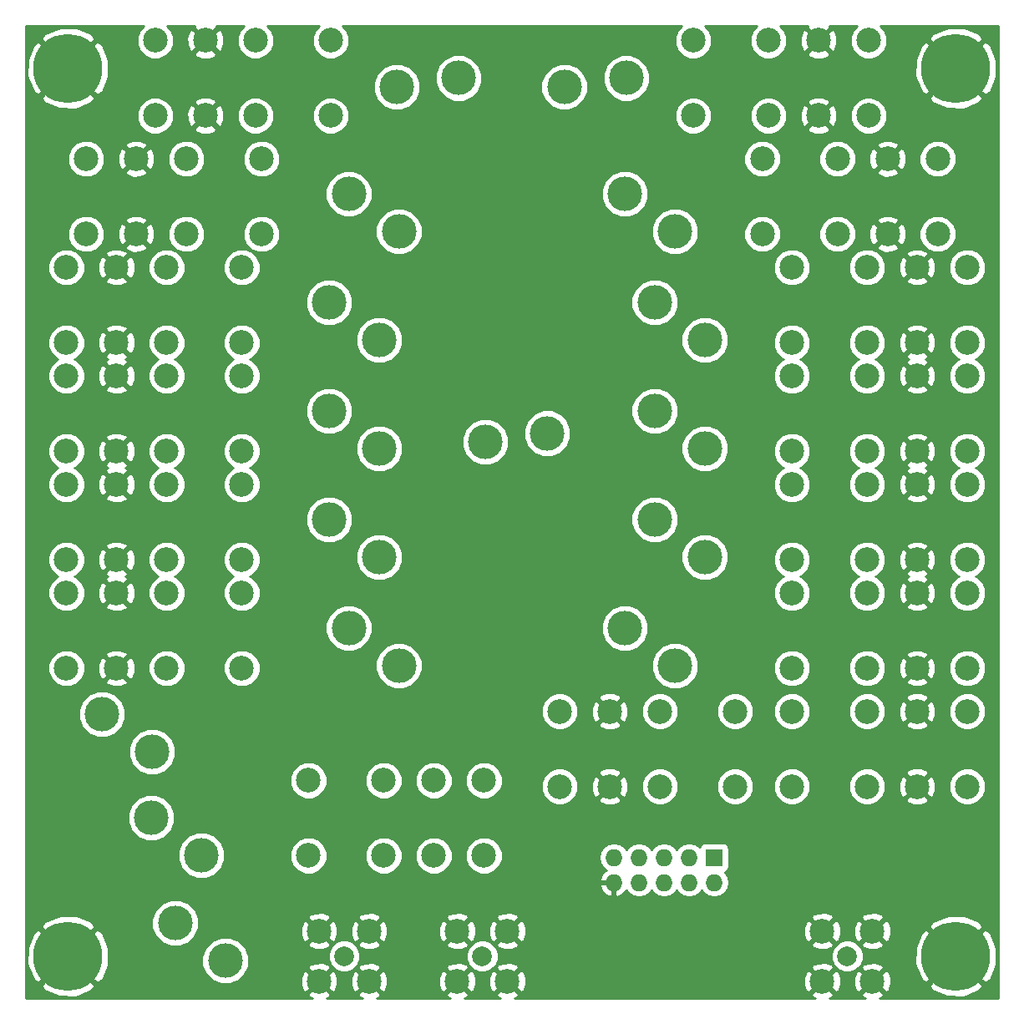
<source format=gbr>
G04 #@! TF.FileFunction,Copper,L2,Inr,Plane*
%FSLAX46Y46*%
G04 Gerber Fmt 4.6, Leading zero omitted, Abs format (unit mm)*
G04 Created by KiCad (PCBNEW 4.0.7) date 12/14/17 19:40:15*
%MOMM*%
%LPD*%
G01*
G04 APERTURE LIST*
%ADD10C,0.100000*%
%ADD11R,1.727200X1.727200*%
%ADD12O,1.727200X1.727200*%
%ADD13C,2.500000*%
%ADD14C,3.500000*%
%ADD15C,1.998980*%
%ADD16C,2.499360*%
%ADD17C,7.000000*%
%ADD18C,0.600000*%
%ADD19C,0.254000*%
G04 APERTURE END LIST*
D10*
D11*
X125500000Y-130000000D03*
D12*
X125500000Y-132540000D03*
X122960000Y-130000000D03*
X122960000Y-132540000D03*
X120420000Y-130000000D03*
X120420000Y-132540000D03*
X117880000Y-130000000D03*
X117880000Y-132540000D03*
X115340000Y-130000000D03*
X115340000Y-132540000D03*
D13*
X133380000Y-70190000D03*
X133380000Y-77810000D03*
X141000000Y-70190000D03*
X141000000Y-77810000D03*
X146080000Y-70190000D03*
X146080000Y-77810000D03*
X151160000Y-70190000D03*
X151160000Y-77810000D03*
D14*
X119460000Y-95730000D03*
X124540000Y-99540000D03*
D13*
X127620000Y-122810000D03*
X127620000Y-115190000D03*
X120000000Y-122810000D03*
X120000000Y-115190000D03*
X114920000Y-122810000D03*
X114920000Y-115190000D03*
X109840000Y-122810000D03*
X109840000Y-115190000D03*
X86620000Y-54810000D03*
X86620000Y-47190000D03*
X79000000Y-54810000D03*
X79000000Y-47190000D03*
X73920000Y-54810000D03*
X73920000Y-47190000D03*
X68840000Y-54810000D03*
X68840000Y-47190000D03*
X133380000Y-103190000D03*
X133380000Y-110810000D03*
X141000000Y-103190000D03*
X141000000Y-110810000D03*
X146080000Y-103190000D03*
X146080000Y-110810000D03*
X151160000Y-103190000D03*
X151160000Y-110810000D03*
D14*
X86460000Y-95730000D03*
X91540000Y-99540000D03*
D15*
X102000000Y-140000000D03*
D16*
X104540000Y-137460000D03*
X104540000Y-142540000D03*
X99460000Y-142540000D03*
X99460000Y-137460000D03*
D15*
X139000000Y-140000000D03*
D16*
X141540000Y-137460000D03*
X141540000Y-142540000D03*
X136460000Y-142540000D03*
X136460000Y-137460000D03*
D17*
X60000000Y-50000000D03*
X150000000Y-140000000D03*
X60000000Y-140000000D03*
X150000000Y-50000000D03*
D15*
X88000000Y-140000000D03*
D16*
X90540000Y-137460000D03*
X90540000Y-142540000D03*
X85460000Y-142540000D03*
X85460000Y-137460000D03*
D14*
X86460000Y-84730000D03*
X91540000Y-88540000D03*
X75940000Y-140470000D03*
X70860000Y-136660000D03*
X93305923Y-51898026D03*
X99592102Y-51000000D03*
X88460000Y-62730000D03*
X93540000Y-66540000D03*
X86460000Y-73730000D03*
X91540000Y-77540000D03*
X88460000Y-106730000D03*
X93540000Y-110540000D03*
X73540000Y-129770000D03*
X68460000Y-125960000D03*
X110305923Y-51898026D03*
X116592102Y-51000000D03*
X116460000Y-62730000D03*
X121540000Y-66540000D03*
X119460000Y-73730000D03*
X124540000Y-77540000D03*
X116460000Y-106730000D03*
X121540000Y-110540000D03*
X68540000Y-119270000D03*
X63460000Y-115460000D03*
X119460000Y-84730000D03*
X124540000Y-88540000D03*
D13*
X84380000Y-122190000D03*
X84380000Y-129810000D03*
X92000000Y-122190000D03*
X92000000Y-129810000D03*
X97080000Y-122190000D03*
X97080000Y-129810000D03*
X102160000Y-122190000D03*
X102160000Y-129810000D03*
X79620000Y-66810000D03*
X79620000Y-59190000D03*
X72000000Y-66810000D03*
X72000000Y-59190000D03*
X66920000Y-66810000D03*
X66920000Y-59190000D03*
X61840000Y-66810000D03*
X61840000Y-59190000D03*
X77620000Y-77810000D03*
X77620000Y-70190000D03*
X70000000Y-77810000D03*
X70000000Y-70190000D03*
X64920000Y-77810000D03*
X64920000Y-70190000D03*
X59840000Y-77810000D03*
X59840000Y-70190000D03*
X77620000Y-88810000D03*
X77620000Y-81190000D03*
X70000000Y-88810000D03*
X70000000Y-81190000D03*
X64920000Y-88810000D03*
X64920000Y-81190000D03*
X59840000Y-88810000D03*
X59840000Y-81190000D03*
X77620000Y-99810000D03*
X77620000Y-92190000D03*
X70000000Y-99810000D03*
X70000000Y-92190000D03*
X64920000Y-99810000D03*
X64920000Y-92190000D03*
X59840000Y-99810000D03*
X59840000Y-92190000D03*
X77620000Y-110810000D03*
X77620000Y-103190000D03*
X70000000Y-110810000D03*
X70000000Y-103190000D03*
X64920000Y-110810000D03*
X64920000Y-103190000D03*
X59840000Y-110810000D03*
X59840000Y-103190000D03*
X123380000Y-47190000D03*
X123380000Y-54810000D03*
X131000000Y-47190000D03*
X131000000Y-54810000D03*
X136080000Y-47190000D03*
X136080000Y-54810000D03*
X141160000Y-47190000D03*
X141160000Y-54810000D03*
X130380000Y-59190000D03*
X130380000Y-66810000D03*
X138000000Y-59190000D03*
X138000000Y-66810000D03*
X143080000Y-59190000D03*
X143080000Y-66810000D03*
X148160000Y-59190000D03*
X148160000Y-66810000D03*
X133380000Y-81190000D03*
X133380000Y-88810000D03*
X141000000Y-81190000D03*
X141000000Y-88810000D03*
X146080000Y-81190000D03*
X146080000Y-88810000D03*
X151160000Y-81190000D03*
X151160000Y-88810000D03*
X133380000Y-92190000D03*
X133380000Y-99810000D03*
X141000000Y-92190000D03*
X141000000Y-99810000D03*
X146080000Y-92190000D03*
X146080000Y-99810000D03*
X151160000Y-92190000D03*
X151160000Y-99810000D03*
X133380000Y-115190000D03*
X133380000Y-122810000D03*
X141000000Y-115190000D03*
X141000000Y-122810000D03*
X146080000Y-115190000D03*
X146080000Y-122810000D03*
X151160000Y-115190000D03*
X151160000Y-122810000D03*
D14*
X102305923Y-87898026D03*
X108592102Y-87000000D03*
D18*
X127800000Y-55400000D03*
X127800000Y-54599994D03*
X127800000Y-53800000D03*
X127800000Y-53000000D03*
X124768593Y-58013518D03*
X138000000Y-132250000D03*
X118500000Y-124750000D03*
X154000000Y-127750000D03*
X153250000Y-129000000D03*
X153000000Y-130250000D03*
X152000000Y-131250000D03*
X151000000Y-132250000D03*
X150000000Y-133250000D03*
X149000000Y-134250000D03*
X148000000Y-135000000D03*
X146750000Y-135500000D03*
X145000000Y-135500000D03*
X143000000Y-135500000D03*
X137000000Y-134000000D03*
X146750000Y-129249996D03*
X149000000Y-127000000D03*
X148000000Y-128000000D03*
X145000000Y-130000000D03*
X143000000Y-130000000D03*
X141000000Y-130000000D03*
X139000000Y-131000000D03*
X123400000Y-124800000D03*
X126000000Y-124800000D03*
X130000000Y-124800000D03*
X115000000Y-125000000D03*
X110000000Y-125000000D03*
X130000000Y-140000000D03*
X125000000Y-140000000D03*
X120000000Y-140000000D03*
X120000000Y-140000000D03*
X115000000Y-140000000D03*
X110000000Y-140000000D03*
X90500000Y-132000000D03*
X91500000Y-132000000D03*
X92500000Y-132000000D03*
X93500000Y-131500000D03*
X94000000Y-130500000D03*
X89500000Y-131500000D03*
X89000000Y-132000000D03*
X88500000Y-132500000D03*
X88000000Y-133000000D03*
X87500000Y-133500000D03*
X87000000Y-134000000D03*
X86500000Y-134500000D03*
X86000000Y-135000000D03*
X85500000Y-135500000D03*
X104500000Y-122000000D03*
X104500000Y-124000000D03*
X104500000Y-126500000D03*
X104500000Y-129000000D03*
X104500000Y-131000000D03*
X104500000Y-132000000D03*
X104500000Y-133000000D03*
X104500000Y-134000000D03*
X104500000Y-135000000D03*
X92500000Y-136500000D03*
X94000000Y-136000000D03*
X95000000Y-135000000D03*
X81500000Y-132000000D03*
X81244332Y-133044332D03*
X97500000Y-142000000D03*
X98000000Y-132000000D03*
X97000000Y-133000000D03*
X94000000Y-144000000D03*
X83000000Y-144000000D03*
X96000000Y-144000000D03*
X94000000Y-141000000D03*
X96000000Y-134000000D03*
X117750000Y-58000000D03*
X120000000Y-58000000D03*
X117399994Y-82200000D03*
X115200000Y-82200000D03*
X112399990Y-82200000D03*
X110000000Y-82200000D03*
X107600000Y-82200000D03*
X105000000Y-82200000D03*
X102600000Y-82200016D03*
X117600000Y-102200000D03*
X122600000Y-102200000D03*
X120000000Y-102200000D03*
X122600000Y-80400000D03*
X117600000Y-80400000D03*
X112500000Y-69500000D03*
X117000000Y-69500000D03*
X92500000Y-102250000D03*
X87500000Y-102250004D03*
X122500000Y-58000000D03*
X115250000Y-58000000D03*
X112500000Y-58000000D03*
X109750000Y-58000000D03*
X82500000Y-60499998D03*
X127500000Y-71500000D03*
X125250000Y-71500004D03*
X138500000Y-90000000D03*
X136500000Y-88000000D03*
X146000000Y-85000000D03*
X138500000Y-88000000D03*
X136500000Y-90000000D03*
X146000000Y-96000000D03*
X137500000Y-99500000D03*
X135500000Y-101500000D03*
X127500000Y-102000000D03*
X137500000Y-101500000D03*
X137500000Y-98500000D03*
X107500000Y-80000000D03*
X112500000Y-80000000D03*
X127500000Y-80000000D03*
X102500000Y-80000000D03*
X115250000Y-80000000D03*
X110000000Y-80000000D03*
X105000000Y-80000000D03*
X127499996Y-78500000D03*
X128500000Y-77000000D03*
X122500000Y-72000000D03*
X122500000Y-69000000D03*
X129500000Y-71500000D03*
X117500000Y-91000000D03*
X122500000Y-91000000D03*
X127500000Y-91000000D03*
X120000000Y-91000000D03*
X127500002Y-89250000D03*
X115250000Y-91000000D03*
X128600000Y-88200000D03*
X125000000Y-82500000D03*
X100000000Y-82500000D03*
X95250000Y-82500000D03*
X90250000Y-82250000D03*
X122500000Y-82500000D03*
X97500000Y-82500000D03*
X92500000Y-82500000D03*
X87500000Y-82250000D03*
X82500000Y-82500000D03*
X82500000Y-90500000D03*
X75000000Y-90500000D03*
X79750000Y-90500000D03*
X127600000Y-83000000D03*
X146000000Y-107000000D03*
X146000000Y-113000000D03*
X146000000Y-119000000D03*
X89500000Y-124000000D03*
X89500000Y-126500000D03*
X89500000Y-121500000D03*
X94500000Y-126500000D03*
X95000000Y-117800000D03*
X94500000Y-124000000D03*
X94500000Y-121500000D03*
X94500000Y-129000000D03*
X99500000Y-124000000D03*
X99500000Y-129000000D03*
X99500000Y-131500000D03*
X99500000Y-126500000D03*
X99500000Y-121500000D03*
X117500000Y-46000000D03*
X112500000Y-46000000D03*
X107500000Y-46000000D03*
X102500000Y-46000000D03*
X97500000Y-48250000D03*
X100000000Y-46000000D03*
X97500000Y-46000000D03*
X105000000Y-46000000D03*
X110000000Y-46000000D03*
X115000000Y-46000000D03*
X120500000Y-46000000D03*
X110000000Y-91000000D03*
X110500000Y-89750000D03*
X115250000Y-89750000D03*
X102500000Y-71750000D03*
X107500000Y-71750000D03*
X112500000Y-71750000D03*
X117500000Y-71750000D03*
X105000000Y-71750000D03*
X110000000Y-71750000D03*
X115250000Y-71750000D03*
X82500008Y-73750000D03*
X125500000Y-61250000D03*
X125000000Y-60250000D03*
X122500000Y-60250000D03*
X127500000Y-100499994D03*
X125000000Y-67250000D03*
X82500000Y-57000000D03*
X75000000Y-68500000D03*
X82500002Y-68500000D03*
X82500010Y-101500000D03*
X75000000Y-101500000D03*
X79750000Y-101500000D03*
X72500000Y-101500000D03*
X82500000Y-94000016D03*
X71400000Y-117800000D03*
X75000000Y-125500000D03*
X79500000Y-125000000D03*
X77500000Y-123500000D03*
X79500000Y-127500000D03*
X79500000Y-130500000D03*
X79500000Y-122000000D03*
X75000000Y-120500000D03*
X77400000Y-117800000D03*
X85200000Y-117800000D03*
X90200000Y-117800000D03*
X100200000Y-117800000D03*
X92600000Y-117800000D03*
X82600000Y-117800000D03*
X75000000Y-117800000D03*
X73000000Y-117800000D03*
X79800000Y-117800000D03*
X87600000Y-117800000D03*
X97600000Y-117800000D03*
X102600000Y-117800000D03*
X77400000Y-113250000D03*
X72400000Y-112200000D03*
X72400000Y-109800000D03*
X73000000Y-113250000D03*
X112500000Y-116000000D03*
X112500000Y-122250000D03*
X71750000Y-53750000D03*
X71750000Y-48250000D03*
X64500000Y-60500000D03*
X64500000Y-66000000D03*
X62750000Y-71250000D03*
X62750000Y-77000000D03*
X62750000Y-82250000D03*
X62750000Y-87750000D03*
X62750000Y-93250000D03*
X62750000Y-98750000D03*
X62750000Y-109750000D03*
X62750000Y-104250000D03*
X99250000Y-107250000D03*
X100250000Y-104250000D03*
X101250000Y-107250000D03*
X97500000Y-96000000D03*
X97500000Y-93250000D03*
X100000000Y-96000000D03*
X97500000Y-74750000D03*
X97500000Y-71750000D03*
X100000000Y-74750000D03*
X99250000Y-63500000D03*
X100000000Y-60250000D03*
X101250000Y-63500000D03*
X105000000Y-54500000D03*
X105000000Y-57500000D03*
X107250000Y-54500000D03*
X115000000Y-48250000D03*
X110000000Y-48250000D03*
X105000000Y-48250000D03*
X95250000Y-48250000D03*
X90250000Y-57500000D03*
X90250000Y-60250000D03*
X95250000Y-60250000D03*
X95250000Y-57500000D03*
X100000000Y-57500000D03*
X125000000Y-69000000D03*
X120000000Y-60250000D03*
X114750000Y-60250000D03*
X110000000Y-60250000D03*
X105000000Y-60250000D03*
X100000000Y-69000000D03*
X105000000Y-69000000D03*
X110000000Y-69000000D03*
X100000000Y-80000000D03*
X100000000Y-71750000D03*
X90250000Y-71750000D03*
X95250000Y-71750000D03*
X115250000Y-102000000D03*
X110000000Y-102000000D03*
X105000000Y-102000000D03*
X100250000Y-102000000D03*
X95250000Y-102000000D03*
X112500000Y-102000000D03*
X107500000Y-102000000D03*
X102500000Y-102000000D03*
X97500000Y-102000000D03*
X87500000Y-93250000D03*
X92500000Y-93250000D03*
X102500000Y-93250000D03*
X107500000Y-93250000D03*
X112500000Y-93250000D03*
X117500000Y-93250000D03*
X122500000Y-93250000D03*
X90250000Y-93250000D03*
X95250000Y-93250000D03*
X100000000Y-93250000D03*
X105000000Y-93250000D03*
X110000000Y-93250000D03*
X115250000Y-93250000D03*
X125000000Y-93250000D03*
X110000000Y-112950001D03*
X105000000Y-113250000D03*
X100000000Y-113250000D03*
X84500000Y-113250000D03*
X84500000Y-111250000D03*
X84500000Y-109500000D03*
X79750000Y-113250000D03*
X125000000Y-104250000D03*
X120000000Y-104250000D03*
X115250000Y-104250000D03*
X110000000Y-104250000D03*
X105000000Y-104250000D03*
X90250000Y-104250000D03*
X95250000Y-104250000D03*
X117500000Y-60250000D03*
X112500000Y-60250000D03*
X107500000Y-60250000D03*
X102500000Y-60250000D03*
X97500000Y-60250000D03*
X92500000Y-60250000D03*
X122500000Y-104250000D03*
X117500000Y-104250000D03*
X112500000Y-104250000D03*
X107500000Y-104250000D03*
X102500000Y-104250000D03*
X97500000Y-104250000D03*
X92500000Y-104250000D03*
X87500000Y-104250000D03*
X87500000Y-104250000D03*
X92500000Y-71750000D03*
X88500000Y-71750000D03*
X82500000Y-80000000D03*
X75000000Y-79500000D03*
X125000000Y-110500000D03*
X75000000Y-113250000D03*
X82500000Y-113250000D03*
X87500000Y-113250000D03*
X92500000Y-113250000D03*
X97500000Y-113250000D03*
X102500000Y-113250000D03*
X107500000Y-113250000D03*
X112450001Y-112950001D03*
X117500000Y-113250000D03*
X122500000Y-113250000D03*
X97500000Y-80000000D03*
X92500000Y-80000000D03*
X87500000Y-80000000D03*
X107500000Y-69000000D03*
X102500000Y-69000000D03*
X97500000Y-69000000D03*
X92500000Y-69000000D03*
X88500000Y-69000000D03*
X154000000Y-56000000D03*
X154000000Y-76000000D03*
X154000000Y-96000000D03*
X154000000Y-116000000D03*
X154000000Y-136000000D03*
X154000000Y-126000000D03*
X154000000Y-106000000D03*
X154000000Y-86000000D03*
X154000000Y-66000000D03*
X77000000Y-144000000D03*
X67000000Y-144000000D03*
X56000000Y-55000000D03*
X56000000Y-75000000D03*
X56000000Y-95000000D03*
X56000000Y-115000000D03*
X56000000Y-135000000D03*
X56000000Y-125000000D03*
X56000000Y-105000000D03*
X56000000Y-85000000D03*
X56000000Y-65000000D03*
X112500000Y-48250000D03*
X102500000Y-48250000D03*
X92500000Y-57500000D03*
X107500000Y-48250000D03*
X117500000Y-48250000D03*
X102500000Y-57500000D03*
X75000000Y-57500000D03*
X77500000Y-57500000D03*
X87500000Y-57500000D03*
X97500000Y-57500000D03*
X107500000Y-57500000D03*
X112500000Y-91000000D03*
X95250000Y-91000000D03*
X100000000Y-91000000D03*
X105000000Y-91000000D03*
X107500000Y-91000000D03*
X102500000Y-91000000D03*
X97500000Y-91000000D03*
X92500000Y-91000000D03*
X87500020Y-91000000D03*
D19*
G36*
X67242907Y-46120839D02*
X66955328Y-46813405D01*
X66954674Y-47563305D01*
X67241043Y-48256372D01*
X67770839Y-48787093D01*
X68463405Y-49074672D01*
X69213305Y-49075326D01*
X69906372Y-48788957D01*
X70172472Y-48523320D01*
X72766285Y-48523320D01*
X72895533Y-48816123D01*
X73595806Y-49084388D01*
X74345435Y-49064250D01*
X74944467Y-48816123D01*
X75073715Y-48523320D01*
X73920000Y-47369605D01*
X72766285Y-48523320D01*
X70172472Y-48523320D01*
X70437093Y-48259161D01*
X70724672Y-47566595D01*
X70725283Y-46865806D01*
X72025612Y-46865806D01*
X72045750Y-47615435D01*
X72293877Y-48214467D01*
X72586680Y-48343715D01*
X73740395Y-47190000D01*
X74099605Y-47190000D01*
X75253320Y-48343715D01*
X75546123Y-48214467D01*
X75814388Y-47514194D01*
X75794250Y-46764565D01*
X75546123Y-46165533D01*
X75253320Y-46036285D01*
X74099605Y-47190000D01*
X73740395Y-47190000D01*
X72586680Y-46036285D01*
X72293877Y-46165533D01*
X72025612Y-46865806D01*
X70725283Y-46865806D01*
X70725326Y-46816695D01*
X70438957Y-46123628D01*
X70026050Y-45710000D01*
X72831032Y-45710000D01*
X72766285Y-45856680D01*
X73920000Y-47010395D01*
X75073715Y-45856680D01*
X75008968Y-45710000D01*
X77814463Y-45710000D01*
X77402907Y-46120839D01*
X77115328Y-46813405D01*
X77114674Y-47563305D01*
X77401043Y-48256372D01*
X77930839Y-48787093D01*
X78623405Y-49074672D01*
X79373305Y-49075326D01*
X80066372Y-48788957D01*
X80597093Y-48259161D01*
X80884672Y-47566595D01*
X80885326Y-46816695D01*
X80598957Y-46123628D01*
X80186050Y-45710000D01*
X85434463Y-45710000D01*
X85022907Y-46120839D01*
X84735328Y-46813405D01*
X84734674Y-47563305D01*
X85021043Y-48256372D01*
X85550839Y-48787093D01*
X86243405Y-49074672D01*
X86993305Y-49075326D01*
X87686372Y-48788957D01*
X88217093Y-48259161D01*
X88504672Y-47566595D01*
X88505326Y-46816695D01*
X88218957Y-46123628D01*
X87806050Y-45710000D01*
X122194463Y-45710000D01*
X121782907Y-46120839D01*
X121495328Y-46813405D01*
X121494674Y-47563305D01*
X121781043Y-48256372D01*
X122310839Y-48787093D01*
X123003405Y-49074672D01*
X123753305Y-49075326D01*
X124446372Y-48788957D01*
X124977093Y-48259161D01*
X125264672Y-47566595D01*
X125265326Y-46816695D01*
X124978957Y-46123628D01*
X124566050Y-45710000D01*
X129814463Y-45710000D01*
X129402907Y-46120839D01*
X129115328Y-46813405D01*
X129114674Y-47563305D01*
X129401043Y-48256372D01*
X129930839Y-48787093D01*
X130623405Y-49074672D01*
X131373305Y-49075326D01*
X132066372Y-48788957D01*
X132332472Y-48523320D01*
X134926285Y-48523320D01*
X135055533Y-48816123D01*
X135755806Y-49084388D01*
X136505435Y-49064250D01*
X137104467Y-48816123D01*
X137233715Y-48523320D01*
X136080000Y-47369605D01*
X134926285Y-48523320D01*
X132332472Y-48523320D01*
X132597093Y-48259161D01*
X132884672Y-47566595D01*
X132885283Y-46865806D01*
X134185612Y-46865806D01*
X134205750Y-47615435D01*
X134453877Y-48214467D01*
X134746680Y-48343715D01*
X135900395Y-47190000D01*
X136259605Y-47190000D01*
X137413320Y-48343715D01*
X137706123Y-48214467D01*
X137974388Y-47514194D01*
X137954250Y-46764565D01*
X137706123Y-46165533D01*
X137413320Y-46036285D01*
X136259605Y-47190000D01*
X135900395Y-47190000D01*
X134746680Y-46036285D01*
X134453877Y-46165533D01*
X134185612Y-46865806D01*
X132885283Y-46865806D01*
X132885326Y-46816695D01*
X132598957Y-46123628D01*
X132186050Y-45710000D01*
X134991032Y-45710000D01*
X134926285Y-45856680D01*
X136080000Y-47010395D01*
X137233715Y-45856680D01*
X137168968Y-45710000D01*
X139974463Y-45710000D01*
X139562907Y-46120839D01*
X139275328Y-46813405D01*
X139274674Y-47563305D01*
X139561043Y-48256372D01*
X140090839Y-48787093D01*
X140783405Y-49074672D01*
X141533305Y-49075326D01*
X142226372Y-48788957D01*
X142757093Y-48259161D01*
X143044672Y-47566595D01*
X143045128Y-47042688D01*
X147222293Y-47042688D01*
X150000000Y-49820395D01*
X152777707Y-47042688D01*
X152374238Y-46516076D01*
X150860270Y-45872693D01*
X149215334Y-45857654D01*
X147689855Y-46473250D01*
X147625762Y-46516076D01*
X147222293Y-47042688D01*
X143045128Y-47042688D01*
X143045326Y-46816695D01*
X142758957Y-46123628D01*
X142346050Y-45710000D01*
X154290000Y-45710000D01*
X154290000Y-144290000D01*
X142264572Y-144290000D01*
X142564275Y-144165859D01*
X142693483Y-143873089D01*
X141540000Y-142719605D01*
X140386517Y-143873089D01*
X140515725Y-144165859D01*
X140839791Y-144290000D01*
X137184572Y-144290000D01*
X137484275Y-144165859D01*
X137613483Y-143873089D01*
X136460000Y-142719605D01*
X135306517Y-143873089D01*
X135435725Y-144165859D01*
X135759791Y-144290000D01*
X105264572Y-144290000D01*
X105564275Y-144165859D01*
X105693483Y-143873089D01*
X104540000Y-142719605D01*
X103386517Y-143873089D01*
X103515725Y-144165859D01*
X103839791Y-144290000D01*
X100184572Y-144290000D01*
X100484275Y-144165859D01*
X100613483Y-143873089D01*
X99460000Y-142719605D01*
X98306517Y-143873089D01*
X98435725Y-144165859D01*
X98759791Y-144290000D01*
X91264572Y-144290000D01*
X91564275Y-144165859D01*
X91693483Y-143873089D01*
X90540000Y-142719605D01*
X89386517Y-143873089D01*
X89515725Y-144165859D01*
X89839791Y-144290000D01*
X86184572Y-144290000D01*
X86484275Y-144165859D01*
X86613483Y-143873089D01*
X85460000Y-142719605D01*
X84306517Y-143873089D01*
X84435725Y-144165859D01*
X84759791Y-144290000D01*
X55710000Y-144290000D01*
X55710000Y-142957312D01*
X57222293Y-142957312D01*
X57625762Y-143483924D01*
X59139730Y-144127307D01*
X60784666Y-144142346D01*
X62310145Y-143526750D01*
X62374238Y-143483924D01*
X62777707Y-142957312D01*
X60000000Y-140179605D01*
X57222293Y-142957312D01*
X55710000Y-142957312D01*
X55710000Y-140784666D01*
X55857654Y-140784666D01*
X56473250Y-142310145D01*
X56516076Y-142374238D01*
X57042688Y-142777707D01*
X59820395Y-140000000D01*
X60179605Y-140000000D01*
X62957312Y-142777707D01*
X63483924Y-142374238D01*
X64092436Y-140942325D01*
X73554587Y-140942325D01*
X73916916Y-141819229D01*
X74587242Y-142490726D01*
X75463513Y-142854585D01*
X76412325Y-142855413D01*
X77289229Y-142493084D01*
X77566914Y-142215883D01*
X83565929Y-142215883D01*
X83586072Y-142965384D01*
X83834141Y-143564275D01*
X84126911Y-143693483D01*
X85280395Y-142540000D01*
X85639605Y-142540000D01*
X86793089Y-143693483D01*
X87085859Y-143564275D01*
X87354071Y-142864117D01*
X87336650Y-142215883D01*
X88645929Y-142215883D01*
X88666072Y-142965384D01*
X88914141Y-143564275D01*
X89206911Y-143693483D01*
X90360395Y-142540000D01*
X90719605Y-142540000D01*
X91873089Y-143693483D01*
X92165859Y-143564275D01*
X92434071Y-142864117D01*
X92416650Y-142215883D01*
X97565929Y-142215883D01*
X97586072Y-142965384D01*
X97834141Y-143564275D01*
X98126911Y-143693483D01*
X99280395Y-142540000D01*
X99639605Y-142540000D01*
X100793089Y-143693483D01*
X101085859Y-143564275D01*
X101354071Y-142864117D01*
X101336650Y-142215883D01*
X102645929Y-142215883D01*
X102666072Y-142965384D01*
X102914141Y-143564275D01*
X103206911Y-143693483D01*
X104360395Y-142540000D01*
X104719605Y-142540000D01*
X105873089Y-143693483D01*
X106165859Y-143564275D01*
X106434071Y-142864117D01*
X106416650Y-142215883D01*
X134565929Y-142215883D01*
X134586072Y-142965384D01*
X134834141Y-143564275D01*
X135126911Y-143693483D01*
X136280395Y-142540000D01*
X136639605Y-142540000D01*
X137793089Y-143693483D01*
X138085859Y-143564275D01*
X138354071Y-142864117D01*
X138336650Y-142215883D01*
X139645929Y-142215883D01*
X139666072Y-142965384D01*
X139914141Y-143564275D01*
X140206911Y-143693483D01*
X141360395Y-142540000D01*
X141719605Y-142540000D01*
X142873089Y-143693483D01*
X143165859Y-143564275D01*
X143398370Y-142957312D01*
X147222293Y-142957312D01*
X147625762Y-143483924D01*
X149139730Y-144127307D01*
X150784666Y-144142346D01*
X152310145Y-143526750D01*
X152374238Y-143483924D01*
X152777707Y-142957312D01*
X150000000Y-140179605D01*
X147222293Y-142957312D01*
X143398370Y-142957312D01*
X143434071Y-142864117D01*
X143413928Y-142114616D01*
X143165859Y-141515725D01*
X142873089Y-141386517D01*
X141719605Y-142540000D01*
X141360395Y-142540000D01*
X140206911Y-141386517D01*
X139914141Y-141515725D01*
X139645929Y-142215883D01*
X138336650Y-142215883D01*
X138333928Y-142114616D01*
X138085859Y-141515725D01*
X137793089Y-141386517D01*
X136639605Y-142540000D01*
X136280395Y-142540000D01*
X135126911Y-141386517D01*
X134834141Y-141515725D01*
X134565929Y-142215883D01*
X106416650Y-142215883D01*
X106413928Y-142114616D01*
X106165859Y-141515725D01*
X105873089Y-141386517D01*
X104719605Y-142540000D01*
X104360395Y-142540000D01*
X103206911Y-141386517D01*
X102914141Y-141515725D01*
X102645929Y-142215883D01*
X101336650Y-142215883D01*
X101333928Y-142114616D01*
X101085859Y-141515725D01*
X100793089Y-141386517D01*
X99639605Y-142540000D01*
X99280395Y-142540000D01*
X98126911Y-141386517D01*
X97834141Y-141515725D01*
X97565929Y-142215883D01*
X92416650Y-142215883D01*
X92413928Y-142114616D01*
X92165859Y-141515725D01*
X91873089Y-141386517D01*
X90719605Y-142540000D01*
X90360395Y-142540000D01*
X89206911Y-141386517D01*
X88914141Y-141515725D01*
X88645929Y-142215883D01*
X87336650Y-142215883D01*
X87333928Y-142114616D01*
X87085859Y-141515725D01*
X86793089Y-141386517D01*
X85639605Y-142540000D01*
X85280395Y-142540000D01*
X84126911Y-141386517D01*
X83834141Y-141515725D01*
X83565929Y-142215883D01*
X77566914Y-142215883D01*
X77960726Y-141822758D01*
X78216447Y-141206911D01*
X84306517Y-141206911D01*
X85460000Y-142360395D01*
X86613483Y-141206911D01*
X86484275Y-140914141D01*
X85784117Y-140645929D01*
X85034616Y-140666072D01*
X84435725Y-140914141D01*
X84306517Y-141206911D01*
X78216447Y-141206911D01*
X78324585Y-140946487D01*
X78325128Y-140323694D01*
X86365226Y-140323694D01*
X86613538Y-140924655D01*
X87072927Y-141384846D01*
X87673453Y-141634206D01*
X88323694Y-141634774D01*
X88924655Y-141386462D01*
X89104519Y-141206911D01*
X89386517Y-141206911D01*
X90540000Y-142360395D01*
X91693483Y-141206911D01*
X98306517Y-141206911D01*
X99460000Y-142360395D01*
X100613483Y-141206911D01*
X100484275Y-140914141D01*
X99784117Y-140645929D01*
X99034616Y-140666072D01*
X98435725Y-140914141D01*
X98306517Y-141206911D01*
X91693483Y-141206911D01*
X91564275Y-140914141D01*
X90864117Y-140645929D01*
X90114616Y-140666072D01*
X89515725Y-140914141D01*
X89386517Y-141206911D01*
X89104519Y-141206911D01*
X89384846Y-140927073D01*
X89634206Y-140326547D01*
X89634208Y-140323694D01*
X100365226Y-140323694D01*
X100613538Y-140924655D01*
X101072927Y-141384846D01*
X101673453Y-141634206D01*
X102323694Y-141634774D01*
X102924655Y-141386462D01*
X103104519Y-141206911D01*
X103386517Y-141206911D01*
X104540000Y-142360395D01*
X105693483Y-141206911D01*
X135306517Y-141206911D01*
X136460000Y-142360395D01*
X137613483Y-141206911D01*
X137484275Y-140914141D01*
X136784117Y-140645929D01*
X136034616Y-140666072D01*
X135435725Y-140914141D01*
X135306517Y-141206911D01*
X105693483Y-141206911D01*
X105564275Y-140914141D01*
X104864117Y-140645929D01*
X104114616Y-140666072D01*
X103515725Y-140914141D01*
X103386517Y-141206911D01*
X103104519Y-141206911D01*
X103384846Y-140927073D01*
X103634206Y-140326547D01*
X103634208Y-140323694D01*
X137365226Y-140323694D01*
X137613538Y-140924655D01*
X138072927Y-141384846D01*
X138673453Y-141634206D01*
X139323694Y-141634774D01*
X139924655Y-141386462D01*
X140104519Y-141206911D01*
X140386517Y-141206911D01*
X141540000Y-142360395D01*
X142693483Y-141206911D01*
X142564275Y-140914141D01*
X142226286Y-140784666D01*
X145857654Y-140784666D01*
X146473250Y-142310145D01*
X146516076Y-142374238D01*
X147042688Y-142777707D01*
X149820395Y-140000000D01*
X150179605Y-140000000D01*
X152957312Y-142777707D01*
X153483924Y-142374238D01*
X154127307Y-140860270D01*
X154142346Y-139215334D01*
X153526750Y-137689855D01*
X153483924Y-137625762D01*
X152957312Y-137222293D01*
X150179605Y-140000000D01*
X149820395Y-140000000D01*
X147042688Y-137222293D01*
X146516076Y-137625762D01*
X145872693Y-139139730D01*
X145857654Y-140784666D01*
X142226286Y-140784666D01*
X141864117Y-140645929D01*
X141114616Y-140666072D01*
X140515725Y-140914141D01*
X140386517Y-141206911D01*
X140104519Y-141206911D01*
X140384846Y-140927073D01*
X140634206Y-140326547D01*
X140634774Y-139676306D01*
X140386462Y-139075345D01*
X140104698Y-138793089D01*
X140386517Y-138793089D01*
X140515725Y-139085859D01*
X141215883Y-139354071D01*
X141965384Y-139333928D01*
X142564275Y-139085859D01*
X142693483Y-138793089D01*
X141540000Y-137639605D01*
X140386517Y-138793089D01*
X140104698Y-138793089D01*
X139927073Y-138615154D01*
X139326547Y-138365794D01*
X138676306Y-138365226D01*
X138075345Y-138613538D01*
X137615154Y-139072927D01*
X137365794Y-139673453D01*
X137365226Y-140323694D01*
X103634208Y-140323694D01*
X103634774Y-139676306D01*
X103386462Y-139075345D01*
X103104698Y-138793089D01*
X103386517Y-138793089D01*
X103515725Y-139085859D01*
X104215883Y-139354071D01*
X104965384Y-139333928D01*
X105564275Y-139085859D01*
X105693483Y-138793089D01*
X135306517Y-138793089D01*
X135435725Y-139085859D01*
X136135883Y-139354071D01*
X136885384Y-139333928D01*
X137484275Y-139085859D01*
X137613483Y-138793089D01*
X136460000Y-137639605D01*
X135306517Y-138793089D01*
X105693483Y-138793089D01*
X104540000Y-137639605D01*
X103386517Y-138793089D01*
X103104698Y-138793089D01*
X102927073Y-138615154D01*
X102326547Y-138365794D01*
X101676306Y-138365226D01*
X101075345Y-138613538D01*
X100615154Y-139072927D01*
X100365794Y-139673453D01*
X100365226Y-140323694D01*
X89634208Y-140323694D01*
X89634774Y-139676306D01*
X89386462Y-139075345D01*
X89104698Y-138793089D01*
X89386517Y-138793089D01*
X89515725Y-139085859D01*
X90215883Y-139354071D01*
X90965384Y-139333928D01*
X91564275Y-139085859D01*
X91693483Y-138793089D01*
X98306517Y-138793089D01*
X98435725Y-139085859D01*
X99135883Y-139354071D01*
X99885384Y-139333928D01*
X100484275Y-139085859D01*
X100613483Y-138793089D01*
X99460000Y-137639605D01*
X98306517Y-138793089D01*
X91693483Y-138793089D01*
X90540000Y-137639605D01*
X89386517Y-138793089D01*
X89104698Y-138793089D01*
X88927073Y-138615154D01*
X88326547Y-138365794D01*
X87676306Y-138365226D01*
X87075345Y-138613538D01*
X86615154Y-139072927D01*
X86365794Y-139673453D01*
X86365226Y-140323694D01*
X78325128Y-140323694D01*
X78325413Y-139997675D01*
X77963084Y-139120771D01*
X77635974Y-138793089D01*
X84306517Y-138793089D01*
X84435725Y-139085859D01*
X85135883Y-139354071D01*
X85885384Y-139333928D01*
X86484275Y-139085859D01*
X86613483Y-138793089D01*
X85460000Y-137639605D01*
X84306517Y-138793089D01*
X77635974Y-138793089D01*
X77292758Y-138449274D01*
X76416487Y-138085415D01*
X75467675Y-138084587D01*
X74590771Y-138446916D01*
X73919274Y-139117242D01*
X73555415Y-139993513D01*
X73554587Y-140942325D01*
X64092436Y-140942325D01*
X64127307Y-140860270D01*
X64142346Y-139215334D01*
X63526750Y-137689855D01*
X63483924Y-137625762D01*
X62957312Y-137222293D01*
X60179605Y-140000000D01*
X59820395Y-140000000D01*
X57042688Y-137222293D01*
X56516076Y-137625762D01*
X55872693Y-139139730D01*
X55857654Y-140784666D01*
X55710000Y-140784666D01*
X55710000Y-137042688D01*
X57222293Y-137042688D01*
X60000000Y-139820395D01*
X62688070Y-137132325D01*
X68474587Y-137132325D01*
X68836916Y-138009229D01*
X69507242Y-138680726D01*
X70383513Y-139044585D01*
X71332325Y-139045413D01*
X72209229Y-138683084D01*
X72880726Y-138012758D01*
X73244585Y-137136487D01*
X73244585Y-137135883D01*
X83565929Y-137135883D01*
X83586072Y-137885384D01*
X83834141Y-138484275D01*
X84126911Y-138613483D01*
X85280395Y-137460000D01*
X85639605Y-137460000D01*
X86793089Y-138613483D01*
X87085859Y-138484275D01*
X87354071Y-137784117D01*
X87336650Y-137135883D01*
X88645929Y-137135883D01*
X88666072Y-137885384D01*
X88914141Y-138484275D01*
X89206911Y-138613483D01*
X90360395Y-137460000D01*
X90719605Y-137460000D01*
X91873089Y-138613483D01*
X92165859Y-138484275D01*
X92434071Y-137784117D01*
X92416650Y-137135883D01*
X97565929Y-137135883D01*
X97586072Y-137885384D01*
X97834141Y-138484275D01*
X98126911Y-138613483D01*
X99280395Y-137460000D01*
X99639605Y-137460000D01*
X100793089Y-138613483D01*
X101085859Y-138484275D01*
X101354071Y-137784117D01*
X101336650Y-137135883D01*
X102645929Y-137135883D01*
X102666072Y-137885384D01*
X102914141Y-138484275D01*
X103206911Y-138613483D01*
X104360395Y-137460000D01*
X104719605Y-137460000D01*
X105873089Y-138613483D01*
X106165859Y-138484275D01*
X106434071Y-137784117D01*
X106416650Y-137135883D01*
X134565929Y-137135883D01*
X134586072Y-137885384D01*
X134834141Y-138484275D01*
X135126911Y-138613483D01*
X136280395Y-137460000D01*
X136639605Y-137460000D01*
X137793089Y-138613483D01*
X138085859Y-138484275D01*
X138354071Y-137784117D01*
X138336650Y-137135883D01*
X139645929Y-137135883D01*
X139666072Y-137885384D01*
X139914141Y-138484275D01*
X140206911Y-138613483D01*
X141360395Y-137460000D01*
X141719605Y-137460000D01*
X142873089Y-138613483D01*
X143165859Y-138484275D01*
X143434071Y-137784117D01*
X143414145Y-137042688D01*
X147222293Y-137042688D01*
X150000000Y-139820395D01*
X152777707Y-137042688D01*
X152374238Y-136516076D01*
X150860270Y-135872693D01*
X149215334Y-135857654D01*
X147689855Y-136473250D01*
X147625762Y-136516076D01*
X147222293Y-137042688D01*
X143414145Y-137042688D01*
X143413928Y-137034616D01*
X143165859Y-136435725D01*
X142873089Y-136306517D01*
X141719605Y-137460000D01*
X141360395Y-137460000D01*
X140206911Y-136306517D01*
X139914141Y-136435725D01*
X139645929Y-137135883D01*
X138336650Y-137135883D01*
X138333928Y-137034616D01*
X138085859Y-136435725D01*
X137793089Y-136306517D01*
X136639605Y-137460000D01*
X136280395Y-137460000D01*
X135126911Y-136306517D01*
X134834141Y-136435725D01*
X134565929Y-137135883D01*
X106416650Y-137135883D01*
X106413928Y-137034616D01*
X106165859Y-136435725D01*
X105873089Y-136306517D01*
X104719605Y-137460000D01*
X104360395Y-137460000D01*
X103206911Y-136306517D01*
X102914141Y-136435725D01*
X102645929Y-137135883D01*
X101336650Y-137135883D01*
X101333928Y-137034616D01*
X101085859Y-136435725D01*
X100793089Y-136306517D01*
X99639605Y-137460000D01*
X99280395Y-137460000D01*
X98126911Y-136306517D01*
X97834141Y-136435725D01*
X97565929Y-137135883D01*
X92416650Y-137135883D01*
X92413928Y-137034616D01*
X92165859Y-136435725D01*
X91873089Y-136306517D01*
X90719605Y-137460000D01*
X90360395Y-137460000D01*
X89206911Y-136306517D01*
X88914141Y-136435725D01*
X88645929Y-137135883D01*
X87336650Y-137135883D01*
X87333928Y-137034616D01*
X87085859Y-136435725D01*
X86793089Y-136306517D01*
X85639605Y-137460000D01*
X85280395Y-137460000D01*
X84126911Y-136306517D01*
X83834141Y-136435725D01*
X83565929Y-137135883D01*
X73244585Y-137135883D01*
X73245413Y-136187675D01*
X73220306Y-136126911D01*
X84306517Y-136126911D01*
X85460000Y-137280395D01*
X86613483Y-136126911D01*
X89386517Y-136126911D01*
X90540000Y-137280395D01*
X91693483Y-136126911D01*
X98306517Y-136126911D01*
X99460000Y-137280395D01*
X100613483Y-136126911D01*
X103386517Y-136126911D01*
X104540000Y-137280395D01*
X105693483Y-136126911D01*
X135306517Y-136126911D01*
X136460000Y-137280395D01*
X137613483Y-136126911D01*
X140386517Y-136126911D01*
X141540000Y-137280395D01*
X142693483Y-136126911D01*
X142564275Y-135834141D01*
X141864117Y-135565929D01*
X141114616Y-135586072D01*
X140515725Y-135834141D01*
X140386517Y-136126911D01*
X137613483Y-136126911D01*
X137484275Y-135834141D01*
X136784117Y-135565929D01*
X136034616Y-135586072D01*
X135435725Y-135834141D01*
X135306517Y-136126911D01*
X105693483Y-136126911D01*
X105564275Y-135834141D01*
X104864117Y-135565929D01*
X104114616Y-135586072D01*
X103515725Y-135834141D01*
X103386517Y-136126911D01*
X100613483Y-136126911D01*
X100484275Y-135834141D01*
X99784117Y-135565929D01*
X99034616Y-135586072D01*
X98435725Y-135834141D01*
X98306517Y-136126911D01*
X91693483Y-136126911D01*
X91564275Y-135834141D01*
X90864117Y-135565929D01*
X90114616Y-135586072D01*
X89515725Y-135834141D01*
X89386517Y-136126911D01*
X86613483Y-136126911D01*
X86484275Y-135834141D01*
X85784117Y-135565929D01*
X85034616Y-135586072D01*
X84435725Y-135834141D01*
X84306517Y-136126911D01*
X73220306Y-136126911D01*
X72883084Y-135310771D01*
X72212758Y-134639274D01*
X71336487Y-134275415D01*
X70387675Y-134274587D01*
X69510771Y-134636916D01*
X68839274Y-135307242D01*
X68475415Y-136183513D01*
X68474587Y-137132325D01*
X62688070Y-137132325D01*
X62777707Y-137042688D01*
X62374238Y-136516076D01*
X60860270Y-135872693D01*
X59215334Y-135857654D01*
X57689855Y-136473250D01*
X57625762Y-136516076D01*
X57222293Y-137042688D01*
X55710000Y-137042688D01*
X55710000Y-132899026D01*
X113885042Y-132899026D01*
X114057312Y-133314947D01*
X114451510Y-133746821D01*
X114980973Y-133994968D01*
X115213000Y-133874469D01*
X115213000Y-132667000D01*
X114006183Y-132667000D01*
X113885042Y-132899026D01*
X55710000Y-132899026D01*
X55710000Y-130242325D01*
X71154587Y-130242325D01*
X71516916Y-131119229D01*
X72187242Y-131790726D01*
X73063513Y-132154585D01*
X74012325Y-132155413D01*
X74889229Y-131793084D01*
X75560726Y-131122758D01*
X75924585Y-130246487D01*
X75924640Y-130183305D01*
X82494674Y-130183305D01*
X82781043Y-130876372D01*
X83310839Y-131407093D01*
X84003405Y-131694672D01*
X84753305Y-131695326D01*
X85446372Y-131408957D01*
X85977093Y-130879161D01*
X86264672Y-130186595D01*
X86264674Y-130183305D01*
X90114674Y-130183305D01*
X90401043Y-130876372D01*
X90930839Y-131407093D01*
X91623405Y-131694672D01*
X92373305Y-131695326D01*
X93066372Y-131408957D01*
X93597093Y-130879161D01*
X93884672Y-130186595D01*
X93884674Y-130183305D01*
X95194674Y-130183305D01*
X95481043Y-130876372D01*
X96010839Y-131407093D01*
X96703405Y-131694672D01*
X97453305Y-131695326D01*
X98146372Y-131408957D01*
X98677093Y-130879161D01*
X98964672Y-130186595D01*
X98964674Y-130183305D01*
X100274674Y-130183305D01*
X100561043Y-130876372D01*
X101090839Y-131407093D01*
X101783405Y-131694672D01*
X102533305Y-131695326D01*
X103226372Y-131408957D01*
X103757093Y-130879161D01*
X104044672Y-130186595D01*
X104044834Y-130000000D01*
X113812041Y-130000000D01*
X113926115Y-130573489D01*
X114250971Y-131059670D01*
X114574228Y-131275664D01*
X114451510Y-131333179D01*
X114057312Y-131765053D01*
X113885042Y-132180974D01*
X114006183Y-132413000D01*
X115213000Y-132413000D01*
X115213000Y-132393000D01*
X115467000Y-132393000D01*
X115467000Y-132413000D01*
X115487000Y-132413000D01*
X115487000Y-132667000D01*
X115467000Y-132667000D01*
X115467000Y-133874469D01*
X115699027Y-133994968D01*
X116228490Y-133746821D01*
X116610008Y-133328839D01*
X116790971Y-133599670D01*
X117277152Y-133924526D01*
X117850641Y-134038600D01*
X117909359Y-134038600D01*
X118482848Y-133924526D01*
X118969029Y-133599670D01*
X119150000Y-133328828D01*
X119330971Y-133599670D01*
X119817152Y-133924526D01*
X120390641Y-134038600D01*
X120449359Y-134038600D01*
X121022848Y-133924526D01*
X121509029Y-133599670D01*
X121690000Y-133328828D01*
X121870971Y-133599670D01*
X122357152Y-133924526D01*
X122930641Y-134038600D01*
X122989359Y-134038600D01*
X123562848Y-133924526D01*
X124049029Y-133599670D01*
X124230000Y-133328828D01*
X124410971Y-133599670D01*
X124897152Y-133924526D01*
X125470641Y-134038600D01*
X125529359Y-134038600D01*
X126102848Y-133924526D01*
X126589029Y-133599670D01*
X126913885Y-133113489D01*
X127027959Y-132540000D01*
X126913885Y-131966511D01*
X126589029Y-131480330D01*
X126575358Y-131471195D01*
X126598917Y-131466762D01*
X126815041Y-131327690D01*
X126960031Y-131115490D01*
X127011040Y-130863600D01*
X127011040Y-129136400D01*
X126966762Y-128901083D01*
X126827690Y-128684959D01*
X126615490Y-128539969D01*
X126363600Y-128488960D01*
X124636400Y-128488960D01*
X124401083Y-128533238D01*
X124184959Y-128672310D01*
X124039969Y-128884510D01*
X124031092Y-128928345D01*
X123562848Y-128615474D01*
X122989359Y-128501400D01*
X122930641Y-128501400D01*
X122357152Y-128615474D01*
X121870971Y-128940330D01*
X121690000Y-129211172D01*
X121509029Y-128940330D01*
X121022848Y-128615474D01*
X120449359Y-128501400D01*
X120390641Y-128501400D01*
X119817152Y-128615474D01*
X119330971Y-128940330D01*
X119150000Y-129211172D01*
X118969029Y-128940330D01*
X118482848Y-128615474D01*
X117909359Y-128501400D01*
X117850641Y-128501400D01*
X117277152Y-128615474D01*
X116790971Y-128940330D01*
X116610000Y-129211172D01*
X116429029Y-128940330D01*
X115942848Y-128615474D01*
X115369359Y-128501400D01*
X115310641Y-128501400D01*
X114737152Y-128615474D01*
X114250971Y-128940330D01*
X113926115Y-129426511D01*
X113812041Y-130000000D01*
X104044834Y-130000000D01*
X104045326Y-129436695D01*
X103758957Y-128743628D01*
X103229161Y-128212907D01*
X102536595Y-127925328D01*
X101786695Y-127924674D01*
X101093628Y-128211043D01*
X100562907Y-128740839D01*
X100275328Y-129433405D01*
X100274674Y-130183305D01*
X98964674Y-130183305D01*
X98965326Y-129436695D01*
X98678957Y-128743628D01*
X98149161Y-128212907D01*
X97456595Y-127925328D01*
X96706695Y-127924674D01*
X96013628Y-128211043D01*
X95482907Y-128740839D01*
X95195328Y-129433405D01*
X95194674Y-130183305D01*
X93884674Y-130183305D01*
X93885326Y-129436695D01*
X93598957Y-128743628D01*
X93069161Y-128212907D01*
X92376595Y-127925328D01*
X91626695Y-127924674D01*
X90933628Y-128211043D01*
X90402907Y-128740839D01*
X90115328Y-129433405D01*
X90114674Y-130183305D01*
X86264674Y-130183305D01*
X86265326Y-129436695D01*
X85978957Y-128743628D01*
X85449161Y-128212907D01*
X84756595Y-127925328D01*
X84006695Y-127924674D01*
X83313628Y-128211043D01*
X82782907Y-128740839D01*
X82495328Y-129433405D01*
X82494674Y-130183305D01*
X75924640Y-130183305D01*
X75925413Y-129297675D01*
X75563084Y-128420771D01*
X74892758Y-127749274D01*
X74016487Y-127385415D01*
X73067675Y-127384587D01*
X72190771Y-127746916D01*
X71519274Y-128417242D01*
X71155415Y-129293513D01*
X71154587Y-130242325D01*
X55710000Y-130242325D01*
X55710000Y-126432325D01*
X66074587Y-126432325D01*
X66436916Y-127309229D01*
X67107242Y-127980726D01*
X67983513Y-128344585D01*
X68932325Y-128345413D01*
X69809229Y-127983084D01*
X70480726Y-127312758D01*
X70844585Y-126436487D01*
X70845413Y-125487675D01*
X70483084Y-124610771D01*
X69812758Y-123939274D01*
X68936487Y-123575415D01*
X67987675Y-123574587D01*
X67110771Y-123936916D01*
X66439274Y-124607242D01*
X66075415Y-125483513D01*
X66074587Y-126432325D01*
X55710000Y-126432325D01*
X55710000Y-122563305D01*
X82494674Y-122563305D01*
X82781043Y-123256372D01*
X83310839Y-123787093D01*
X84003405Y-124074672D01*
X84753305Y-124075326D01*
X85446372Y-123788957D01*
X85977093Y-123259161D01*
X86264672Y-122566595D01*
X86264674Y-122563305D01*
X90114674Y-122563305D01*
X90401043Y-123256372D01*
X90930839Y-123787093D01*
X91623405Y-124074672D01*
X92373305Y-124075326D01*
X93066372Y-123788957D01*
X93597093Y-123259161D01*
X93884672Y-122566595D01*
X93884674Y-122563305D01*
X95194674Y-122563305D01*
X95481043Y-123256372D01*
X96010839Y-123787093D01*
X96703405Y-124074672D01*
X97453305Y-124075326D01*
X98146372Y-123788957D01*
X98677093Y-123259161D01*
X98964672Y-122566595D01*
X98964674Y-122563305D01*
X100274674Y-122563305D01*
X100561043Y-123256372D01*
X101090839Y-123787093D01*
X101783405Y-124074672D01*
X102533305Y-124075326D01*
X103226372Y-123788957D01*
X103757093Y-123259161D01*
X103788591Y-123183305D01*
X107954674Y-123183305D01*
X108241043Y-123876372D01*
X108770839Y-124407093D01*
X109463405Y-124694672D01*
X110213305Y-124695326D01*
X110906372Y-124408957D01*
X111172472Y-124143320D01*
X113766285Y-124143320D01*
X113895533Y-124436123D01*
X114595806Y-124704388D01*
X115345435Y-124684250D01*
X115944467Y-124436123D01*
X116073715Y-124143320D01*
X114920000Y-122989605D01*
X113766285Y-124143320D01*
X111172472Y-124143320D01*
X111437093Y-123879161D01*
X111724672Y-123186595D01*
X111725283Y-122485806D01*
X113025612Y-122485806D01*
X113045750Y-123235435D01*
X113293877Y-123834467D01*
X113586680Y-123963715D01*
X114740395Y-122810000D01*
X115099605Y-122810000D01*
X116253320Y-123963715D01*
X116546123Y-123834467D01*
X116795574Y-123183305D01*
X118114674Y-123183305D01*
X118401043Y-123876372D01*
X118930839Y-124407093D01*
X119623405Y-124694672D01*
X120373305Y-124695326D01*
X121066372Y-124408957D01*
X121597093Y-123879161D01*
X121884672Y-123186595D01*
X121884674Y-123183305D01*
X125734674Y-123183305D01*
X126021043Y-123876372D01*
X126550839Y-124407093D01*
X127243405Y-124694672D01*
X127993305Y-124695326D01*
X128686372Y-124408957D01*
X129217093Y-123879161D01*
X129504672Y-123186595D01*
X129504674Y-123183305D01*
X131494674Y-123183305D01*
X131781043Y-123876372D01*
X132310839Y-124407093D01*
X133003405Y-124694672D01*
X133753305Y-124695326D01*
X134446372Y-124408957D01*
X134977093Y-123879161D01*
X135264672Y-123186595D01*
X135264674Y-123183305D01*
X139114674Y-123183305D01*
X139401043Y-123876372D01*
X139930839Y-124407093D01*
X140623405Y-124694672D01*
X141373305Y-124695326D01*
X142066372Y-124408957D01*
X142332472Y-124143320D01*
X144926285Y-124143320D01*
X145055533Y-124436123D01*
X145755806Y-124704388D01*
X146505435Y-124684250D01*
X147104467Y-124436123D01*
X147233715Y-124143320D01*
X146080000Y-122989605D01*
X144926285Y-124143320D01*
X142332472Y-124143320D01*
X142597093Y-123879161D01*
X142884672Y-123186595D01*
X142885283Y-122485806D01*
X144185612Y-122485806D01*
X144205750Y-123235435D01*
X144453877Y-123834467D01*
X144746680Y-123963715D01*
X145900395Y-122810000D01*
X146259605Y-122810000D01*
X147413320Y-123963715D01*
X147706123Y-123834467D01*
X147955574Y-123183305D01*
X149274674Y-123183305D01*
X149561043Y-123876372D01*
X150090839Y-124407093D01*
X150783405Y-124694672D01*
X151533305Y-124695326D01*
X152226372Y-124408957D01*
X152757093Y-123879161D01*
X153044672Y-123186595D01*
X153045326Y-122436695D01*
X152758957Y-121743628D01*
X152229161Y-121212907D01*
X151536595Y-120925328D01*
X150786695Y-120924674D01*
X150093628Y-121211043D01*
X149562907Y-121740839D01*
X149275328Y-122433405D01*
X149274674Y-123183305D01*
X147955574Y-123183305D01*
X147974388Y-123134194D01*
X147954250Y-122384565D01*
X147706123Y-121785533D01*
X147413320Y-121656285D01*
X146259605Y-122810000D01*
X145900395Y-122810000D01*
X144746680Y-121656285D01*
X144453877Y-121785533D01*
X144185612Y-122485806D01*
X142885283Y-122485806D01*
X142885326Y-122436695D01*
X142598957Y-121743628D01*
X142332475Y-121476680D01*
X144926285Y-121476680D01*
X146080000Y-122630395D01*
X147233715Y-121476680D01*
X147104467Y-121183877D01*
X146404194Y-120915612D01*
X145654565Y-120935750D01*
X145055533Y-121183877D01*
X144926285Y-121476680D01*
X142332475Y-121476680D01*
X142069161Y-121212907D01*
X141376595Y-120925328D01*
X140626695Y-120924674D01*
X139933628Y-121211043D01*
X139402907Y-121740839D01*
X139115328Y-122433405D01*
X139114674Y-123183305D01*
X135264674Y-123183305D01*
X135265326Y-122436695D01*
X134978957Y-121743628D01*
X134449161Y-121212907D01*
X133756595Y-120925328D01*
X133006695Y-120924674D01*
X132313628Y-121211043D01*
X131782907Y-121740839D01*
X131495328Y-122433405D01*
X131494674Y-123183305D01*
X129504674Y-123183305D01*
X129505326Y-122436695D01*
X129218957Y-121743628D01*
X128689161Y-121212907D01*
X127996595Y-120925328D01*
X127246695Y-120924674D01*
X126553628Y-121211043D01*
X126022907Y-121740839D01*
X125735328Y-122433405D01*
X125734674Y-123183305D01*
X121884674Y-123183305D01*
X121885326Y-122436695D01*
X121598957Y-121743628D01*
X121069161Y-121212907D01*
X120376595Y-120925328D01*
X119626695Y-120924674D01*
X118933628Y-121211043D01*
X118402907Y-121740839D01*
X118115328Y-122433405D01*
X118114674Y-123183305D01*
X116795574Y-123183305D01*
X116814388Y-123134194D01*
X116794250Y-122384565D01*
X116546123Y-121785533D01*
X116253320Y-121656285D01*
X115099605Y-122810000D01*
X114740395Y-122810000D01*
X113586680Y-121656285D01*
X113293877Y-121785533D01*
X113025612Y-122485806D01*
X111725283Y-122485806D01*
X111725326Y-122436695D01*
X111438957Y-121743628D01*
X111172475Y-121476680D01*
X113766285Y-121476680D01*
X114920000Y-122630395D01*
X116073715Y-121476680D01*
X115944467Y-121183877D01*
X115244194Y-120915612D01*
X114494565Y-120935750D01*
X113895533Y-121183877D01*
X113766285Y-121476680D01*
X111172475Y-121476680D01*
X110909161Y-121212907D01*
X110216595Y-120925328D01*
X109466695Y-120924674D01*
X108773628Y-121211043D01*
X108242907Y-121740839D01*
X107955328Y-122433405D01*
X107954674Y-123183305D01*
X103788591Y-123183305D01*
X104044672Y-122566595D01*
X104045326Y-121816695D01*
X103758957Y-121123628D01*
X103229161Y-120592907D01*
X102536595Y-120305328D01*
X101786695Y-120304674D01*
X101093628Y-120591043D01*
X100562907Y-121120839D01*
X100275328Y-121813405D01*
X100274674Y-122563305D01*
X98964674Y-122563305D01*
X98965326Y-121816695D01*
X98678957Y-121123628D01*
X98149161Y-120592907D01*
X97456595Y-120305328D01*
X96706695Y-120304674D01*
X96013628Y-120591043D01*
X95482907Y-121120839D01*
X95195328Y-121813405D01*
X95194674Y-122563305D01*
X93884674Y-122563305D01*
X93885326Y-121816695D01*
X93598957Y-121123628D01*
X93069161Y-120592907D01*
X92376595Y-120305328D01*
X91626695Y-120304674D01*
X90933628Y-120591043D01*
X90402907Y-121120839D01*
X90115328Y-121813405D01*
X90114674Y-122563305D01*
X86264674Y-122563305D01*
X86265326Y-121816695D01*
X85978957Y-121123628D01*
X85449161Y-120592907D01*
X84756595Y-120305328D01*
X84006695Y-120304674D01*
X83313628Y-120591043D01*
X82782907Y-121120839D01*
X82495328Y-121813405D01*
X82494674Y-122563305D01*
X55710000Y-122563305D01*
X55710000Y-119742325D01*
X66154587Y-119742325D01*
X66516916Y-120619229D01*
X67187242Y-121290726D01*
X68063513Y-121654585D01*
X69012325Y-121655413D01*
X69889229Y-121293084D01*
X70560726Y-120622758D01*
X70924585Y-119746487D01*
X70925413Y-118797675D01*
X70563084Y-117920771D01*
X69892758Y-117249274D01*
X69016487Y-116885415D01*
X68067675Y-116884587D01*
X67190771Y-117246916D01*
X66519274Y-117917242D01*
X66155415Y-118793513D01*
X66154587Y-119742325D01*
X55710000Y-119742325D01*
X55710000Y-115932325D01*
X61074587Y-115932325D01*
X61436916Y-116809229D01*
X62107242Y-117480726D01*
X62983513Y-117844585D01*
X63932325Y-117845413D01*
X64809229Y-117483084D01*
X65480726Y-116812758D01*
X65844585Y-115936487D01*
X65844910Y-115563305D01*
X107954674Y-115563305D01*
X108241043Y-116256372D01*
X108770839Y-116787093D01*
X109463405Y-117074672D01*
X110213305Y-117075326D01*
X110906372Y-116788957D01*
X111172472Y-116523320D01*
X113766285Y-116523320D01*
X113895533Y-116816123D01*
X114595806Y-117084388D01*
X115345435Y-117064250D01*
X115944467Y-116816123D01*
X116073715Y-116523320D01*
X114920000Y-115369605D01*
X113766285Y-116523320D01*
X111172472Y-116523320D01*
X111437093Y-116259161D01*
X111724672Y-115566595D01*
X111725283Y-114865806D01*
X113025612Y-114865806D01*
X113045750Y-115615435D01*
X113293877Y-116214467D01*
X113586680Y-116343715D01*
X114740395Y-115190000D01*
X115099605Y-115190000D01*
X116253320Y-116343715D01*
X116546123Y-116214467D01*
X116795574Y-115563305D01*
X118114674Y-115563305D01*
X118401043Y-116256372D01*
X118930839Y-116787093D01*
X119623405Y-117074672D01*
X120373305Y-117075326D01*
X121066372Y-116788957D01*
X121597093Y-116259161D01*
X121884672Y-115566595D01*
X121884674Y-115563305D01*
X125734674Y-115563305D01*
X126021043Y-116256372D01*
X126550839Y-116787093D01*
X127243405Y-117074672D01*
X127993305Y-117075326D01*
X128686372Y-116788957D01*
X129217093Y-116259161D01*
X129504672Y-115566595D01*
X129504674Y-115563305D01*
X131494674Y-115563305D01*
X131781043Y-116256372D01*
X132310839Y-116787093D01*
X133003405Y-117074672D01*
X133753305Y-117075326D01*
X134446372Y-116788957D01*
X134977093Y-116259161D01*
X135264672Y-115566595D01*
X135264674Y-115563305D01*
X139114674Y-115563305D01*
X139401043Y-116256372D01*
X139930839Y-116787093D01*
X140623405Y-117074672D01*
X141373305Y-117075326D01*
X142066372Y-116788957D01*
X142332472Y-116523320D01*
X144926285Y-116523320D01*
X145055533Y-116816123D01*
X145755806Y-117084388D01*
X146505435Y-117064250D01*
X147104467Y-116816123D01*
X147233715Y-116523320D01*
X146080000Y-115369605D01*
X144926285Y-116523320D01*
X142332472Y-116523320D01*
X142597093Y-116259161D01*
X142884672Y-115566595D01*
X142885283Y-114865806D01*
X144185612Y-114865806D01*
X144205750Y-115615435D01*
X144453877Y-116214467D01*
X144746680Y-116343715D01*
X145900395Y-115190000D01*
X146259605Y-115190000D01*
X147413320Y-116343715D01*
X147706123Y-116214467D01*
X147955574Y-115563305D01*
X149274674Y-115563305D01*
X149561043Y-116256372D01*
X150090839Y-116787093D01*
X150783405Y-117074672D01*
X151533305Y-117075326D01*
X152226372Y-116788957D01*
X152757093Y-116259161D01*
X153044672Y-115566595D01*
X153045326Y-114816695D01*
X152758957Y-114123628D01*
X152229161Y-113592907D01*
X151536595Y-113305328D01*
X150786695Y-113304674D01*
X150093628Y-113591043D01*
X149562907Y-114120839D01*
X149275328Y-114813405D01*
X149274674Y-115563305D01*
X147955574Y-115563305D01*
X147974388Y-115514194D01*
X147954250Y-114764565D01*
X147706123Y-114165533D01*
X147413320Y-114036285D01*
X146259605Y-115190000D01*
X145900395Y-115190000D01*
X144746680Y-114036285D01*
X144453877Y-114165533D01*
X144185612Y-114865806D01*
X142885283Y-114865806D01*
X142885326Y-114816695D01*
X142598957Y-114123628D01*
X142332475Y-113856680D01*
X144926285Y-113856680D01*
X146080000Y-115010395D01*
X147233715Y-113856680D01*
X147104467Y-113563877D01*
X146404194Y-113295612D01*
X145654565Y-113315750D01*
X145055533Y-113563877D01*
X144926285Y-113856680D01*
X142332475Y-113856680D01*
X142069161Y-113592907D01*
X141376595Y-113305328D01*
X140626695Y-113304674D01*
X139933628Y-113591043D01*
X139402907Y-114120839D01*
X139115328Y-114813405D01*
X139114674Y-115563305D01*
X135264674Y-115563305D01*
X135265326Y-114816695D01*
X134978957Y-114123628D01*
X134449161Y-113592907D01*
X133756595Y-113305328D01*
X133006695Y-113304674D01*
X132313628Y-113591043D01*
X131782907Y-114120839D01*
X131495328Y-114813405D01*
X131494674Y-115563305D01*
X129504674Y-115563305D01*
X129505326Y-114816695D01*
X129218957Y-114123628D01*
X128689161Y-113592907D01*
X127996595Y-113305328D01*
X127246695Y-113304674D01*
X126553628Y-113591043D01*
X126022907Y-114120839D01*
X125735328Y-114813405D01*
X125734674Y-115563305D01*
X121884674Y-115563305D01*
X121885326Y-114816695D01*
X121598957Y-114123628D01*
X121069161Y-113592907D01*
X120376595Y-113305328D01*
X119626695Y-113304674D01*
X118933628Y-113591043D01*
X118402907Y-114120839D01*
X118115328Y-114813405D01*
X118114674Y-115563305D01*
X116795574Y-115563305D01*
X116814388Y-115514194D01*
X116794250Y-114764565D01*
X116546123Y-114165533D01*
X116253320Y-114036285D01*
X115099605Y-115190000D01*
X114740395Y-115190000D01*
X113586680Y-114036285D01*
X113293877Y-114165533D01*
X113025612Y-114865806D01*
X111725283Y-114865806D01*
X111725326Y-114816695D01*
X111438957Y-114123628D01*
X111172475Y-113856680D01*
X113766285Y-113856680D01*
X114920000Y-115010395D01*
X116073715Y-113856680D01*
X115944467Y-113563877D01*
X115244194Y-113295612D01*
X114494565Y-113315750D01*
X113895533Y-113563877D01*
X113766285Y-113856680D01*
X111172475Y-113856680D01*
X110909161Y-113592907D01*
X110216595Y-113305328D01*
X109466695Y-113304674D01*
X108773628Y-113591043D01*
X108242907Y-114120839D01*
X107955328Y-114813405D01*
X107954674Y-115563305D01*
X65844910Y-115563305D01*
X65845413Y-114987675D01*
X65483084Y-114110771D01*
X64812758Y-113439274D01*
X63936487Y-113075415D01*
X62987675Y-113074587D01*
X62110771Y-113436916D01*
X61439274Y-114107242D01*
X61075415Y-114983513D01*
X61074587Y-115932325D01*
X55710000Y-115932325D01*
X55710000Y-111183305D01*
X57954674Y-111183305D01*
X58241043Y-111876372D01*
X58770839Y-112407093D01*
X59463405Y-112694672D01*
X60213305Y-112695326D01*
X60906372Y-112408957D01*
X61172472Y-112143320D01*
X63766285Y-112143320D01*
X63895533Y-112436123D01*
X64595806Y-112704388D01*
X65345435Y-112684250D01*
X65944467Y-112436123D01*
X66073715Y-112143320D01*
X64920000Y-110989605D01*
X63766285Y-112143320D01*
X61172472Y-112143320D01*
X61437093Y-111879161D01*
X61724672Y-111186595D01*
X61725283Y-110485806D01*
X63025612Y-110485806D01*
X63045750Y-111235435D01*
X63293877Y-111834467D01*
X63586680Y-111963715D01*
X64740395Y-110810000D01*
X65099605Y-110810000D01*
X66253320Y-111963715D01*
X66546123Y-111834467D01*
X66795574Y-111183305D01*
X68114674Y-111183305D01*
X68401043Y-111876372D01*
X68930839Y-112407093D01*
X69623405Y-112694672D01*
X70373305Y-112695326D01*
X71066372Y-112408957D01*
X71597093Y-111879161D01*
X71884672Y-111186595D01*
X71884674Y-111183305D01*
X75734674Y-111183305D01*
X76021043Y-111876372D01*
X76550839Y-112407093D01*
X77243405Y-112694672D01*
X77993305Y-112695326D01*
X78686372Y-112408957D01*
X79217093Y-111879161D01*
X79504672Y-111186595D01*
X79504823Y-111012325D01*
X91154587Y-111012325D01*
X91516916Y-111889229D01*
X92187242Y-112560726D01*
X93063513Y-112924585D01*
X94012325Y-112925413D01*
X94889229Y-112563084D01*
X95560726Y-111892758D01*
X95924585Y-111016487D01*
X95924588Y-111012325D01*
X119154587Y-111012325D01*
X119516916Y-111889229D01*
X120187242Y-112560726D01*
X121063513Y-112924585D01*
X122012325Y-112925413D01*
X122889229Y-112563084D01*
X123560726Y-111892758D01*
X123855316Y-111183305D01*
X131494674Y-111183305D01*
X131781043Y-111876372D01*
X132310839Y-112407093D01*
X133003405Y-112694672D01*
X133753305Y-112695326D01*
X134446372Y-112408957D01*
X134977093Y-111879161D01*
X135264672Y-111186595D01*
X135264674Y-111183305D01*
X139114674Y-111183305D01*
X139401043Y-111876372D01*
X139930839Y-112407093D01*
X140623405Y-112694672D01*
X141373305Y-112695326D01*
X142066372Y-112408957D01*
X142332472Y-112143320D01*
X144926285Y-112143320D01*
X145055533Y-112436123D01*
X145755806Y-112704388D01*
X146505435Y-112684250D01*
X147104467Y-112436123D01*
X147233715Y-112143320D01*
X146080000Y-110989605D01*
X144926285Y-112143320D01*
X142332472Y-112143320D01*
X142597093Y-111879161D01*
X142884672Y-111186595D01*
X142885283Y-110485806D01*
X144185612Y-110485806D01*
X144205750Y-111235435D01*
X144453877Y-111834467D01*
X144746680Y-111963715D01*
X145900395Y-110810000D01*
X146259605Y-110810000D01*
X147413320Y-111963715D01*
X147706123Y-111834467D01*
X147955574Y-111183305D01*
X149274674Y-111183305D01*
X149561043Y-111876372D01*
X150090839Y-112407093D01*
X150783405Y-112694672D01*
X151533305Y-112695326D01*
X152226372Y-112408957D01*
X152757093Y-111879161D01*
X153044672Y-111186595D01*
X153045326Y-110436695D01*
X152758957Y-109743628D01*
X152229161Y-109212907D01*
X151536595Y-108925328D01*
X150786695Y-108924674D01*
X150093628Y-109211043D01*
X149562907Y-109740839D01*
X149275328Y-110433405D01*
X149274674Y-111183305D01*
X147955574Y-111183305D01*
X147974388Y-111134194D01*
X147954250Y-110384565D01*
X147706123Y-109785533D01*
X147413320Y-109656285D01*
X146259605Y-110810000D01*
X145900395Y-110810000D01*
X144746680Y-109656285D01*
X144453877Y-109785533D01*
X144185612Y-110485806D01*
X142885283Y-110485806D01*
X142885326Y-110436695D01*
X142598957Y-109743628D01*
X142332475Y-109476680D01*
X144926285Y-109476680D01*
X146080000Y-110630395D01*
X147233715Y-109476680D01*
X147104467Y-109183877D01*
X146404194Y-108915612D01*
X145654565Y-108935750D01*
X145055533Y-109183877D01*
X144926285Y-109476680D01*
X142332475Y-109476680D01*
X142069161Y-109212907D01*
X141376595Y-108925328D01*
X140626695Y-108924674D01*
X139933628Y-109211043D01*
X139402907Y-109740839D01*
X139115328Y-110433405D01*
X139114674Y-111183305D01*
X135264674Y-111183305D01*
X135265326Y-110436695D01*
X134978957Y-109743628D01*
X134449161Y-109212907D01*
X133756595Y-108925328D01*
X133006695Y-108924674D01*
X132313628Y-109211043D01*
X131782907Y-109740839D01*
X131495328Y-110433405D01*
X131494674Y-111183305D01*
X123855316Y-111183305D01*
X123924585Y-111016487D01*
X123925413Y-110067675D01*
X123563084Y-109190771D01*
X122892758Y-108519274D01*
X122016487Y-108155415D01*
X121067675Y-108154587D01*
X120190771Y-108516916D01*
X119519274Y-109187242D01*
X119155415Y-110063513D01*
X119154587Y-111012325D01*
X95924588Y-111012325D01*
X95925413Y-110067675D01*
X95563084Y-109190771D01*
X94892758Y-108519274D01*
X94016487Y-108155415D01*
X93067675Y-108154587D01*
X92190771Y-108516916D01*
X91519274Y-109187242D01*
X91155415Y-110063513D01*
X91154587Y-111012325D01*
X79504823Y-111012325D01*
X79505326Y-110436695D01*
X79218957Y-109743628D01*
X78689161Y-109212907D01*
X77996595Y-108925328D01*
X77246695Y-108924674D01*
X76553628Y-109211043D01*
X76022907Y-109740839D01*
X75735328Y-110433405D01*
X75734674Y-111183305D01*
X71884674Y-111183305D01*
X71885326Y-110436695D01*
X71598957Y-109743628D01*
X71069161Y-109212907D01*
X70376595Y-108925328D01*
X69626695Y-108924674D01*
X68933628Y-109211043D01*
X68402907Y-109740839D01*
X68115328Y-110433405D01*
X68114674Y-111183305D01*
X66795574Y-111183305D01*
X66814388Y-111134194D01*
X66794250Y-110384565D01*
X66546123Y-109785533D01*
X66253320Y-109656285D01*
X65099605Y-110810000D01*
X64740395Y-110810000D01*
X63586680Y-109656285D01*
X63293877Y-109785533D01*
X63025612Y-110485806D01*
X61725283Y-110485806D01*
X61725326Y-110436695D01*
X61438957Y-109743628D01*
X61172475Y-109476680D01*
X63766285Y-109476680D01*
X64920000Y-110630395D01*
X66073715Y-109476680D01*
X65944467Y-109183877D01*
X65244194Y-108915612D01*
X64494565Y-108935750D01*
X63895533Y-109183877D01*
X63766285Y-109476680D01*
X61172475Y-109476680D01*
X60909161Y-109212907D01*
X60216595Y-108925328D01*
X59466695Y-108924674D01*
X58773628Y-109211043D01*
X58242907Y-109740839D01*
X57955328Y-110433405D01*
X57954674Y-111183305D01*
X55710000Y-111183305D01*
X55710000Y-107202325D01*
X86074587Y-107202325D01*
X86436916Y-108079229D01*
X87107242Y-108750726D01*
X87983513Y-109114585D01*
X88932325Y-109115413D01*
X89809229Y-108753084D01*
X90480726Y-108082758D01*
X90844585Y-107206487D01*
X90844588Y-107202325D01*
X114074587Y-107202325D01*
X114436916Y-108079229D01*
X115107242Y-108750726D01*
X115983513Y-109114585D01*
X116932325Y-109115413D01*
X117809229Y-108753084D01*
X118480726Y-108082758D01*
X118844585Y-107206487D01*
X118845413Y-106257675D01*
X118483084Y-105380771D01*
X117812758Y-104709274D01*
X116936487Y-104345415D01*
X115987675Y-104344587D01*
X115110771Y-104706916D01*
X114439274Y-105377242D01*
X114075415Y-106253513D01*
X114074587Y-107202325D01*
X90844588Y-107202325D01*
X90845413Y-106257675D01*
X90483084Y-105380771D01*
X89812758Y-104709274D01*
X88936487Y-104345415D01*
X87987675Y-104344587D01*
X87110771Y-104706916D01*
X86439274Y-105377242D01*
X86075415Y-106253513D01*
X86074587Y-107202325D01*
X55710000Y-107202325D01*
X55710000Y-100183305D01*
X57954674Y-100183305D01*
X58241043Y-100876372D01*
X58770839Y-101407093D01*
X58994277Y-101499873D01*
X58773628Y-101591043D01*
X58242907Y-102120839D01*
X57955328Y-102813405D01*
X57954674Y-103563305D01*
X58241043Y-104256372D01*
X58770839Y-104787093D01*
X59463405Y-105074672D01*
X60213305Y-105075326D01*
X60906372Y-104788957D01*
X61172472Y-104523320D01*
X63766285Y-104523320D01*
X63895533Y-104816123D01*
X64595806Y-105084388D01*
X65345435Y-105064250D01*
X65944467Y-104816123D01*
X66073715Y-104523320D01*
X64920000Y-103369605D01*
X63766285Y-104523320D01*
X61172472Y-104523320D01*
X61437093Y-104259161D01*
X61724672Y-103566595D01*
X61725283Y-102865806D01*
X63025612Y-102865806D01*
X63045750Y-103615435D01*
X63293877Y-104214467D01*
X63586680Y-104343715D01*
X64740395Y-103190000D01*
X65099605Y-103190000D01*
X66253320Y-104343715D01*
X66546123Y-104214467D01*
X66814388Y-103514194D01*
X66794250Y-102764565D01*
X66546123Y-102165533D01*
X66253320Y-102036285D01*
X65099605Y-103190000D01*
X64740395Y-103190000D01*
X63586680Y-102036285D01*
X63293877Y-102165533D01*
X63025612Y-102865806D01*
X61725283Y-102865806D01*
X61725326Y-102816695D01*
X61438957Y-102123628D01*
X60909161Y-101592907D01*
X60685723Y-101500127D01*
X60906372Y-101408957D01*
X61172472Y-101143320D01*
X63766285Y-101143320D01*
X63895533Y-101436123D01*
X64055766Y-101497506D01*
X63895533Y-101563877D01*
X63766285Y-101856680D01*
X64920000Y-103010395D01*
X66073715Y-101856680D01*
X65944467Y-101563877D01*
X65784234Y-101502494D01*
X65944467Y-101436123D01*
X66073715Y-101143320D01*
X64920000Y-99989605D01*
X63766285Y-101143320D01*
X61172472Y-101143320D01*
X61437093Y-100879161D01*
X61724672Y-100186595D01*
X61725283Y-99485806D01*
X63025612Y-99485806D01*
X63045750Y-100235435D01*
X63293877Y-100834467D01*
X63586680Y-100963715D01*
X64740395Y-99810000D01*
X65099605Y-99810000D01*
X66253320Y-100963715D01*
X66546123Y-100834467D01*
X66795574Y-100183305D01*
X68114674Y-100183305D01*
X68401043Y-100876372D01*
X68930839Y-101407093D01*
X69154277Y-101499873D01*
X68933628Y-101591043D01*
X68402907Y-102120839D01*
X68115328Y-102813405D01*
X68114674Y-103563305D01*
X68401043Y-104256372D01*
X68930839Y-104787093D01*
X69623405Y-105074672D01*
X70373305Y-105075326D01*
X71066372Y-104788957D01*
X71597093Y-104259161D01*
X71884672Y-103566595D01*
X71885326Y-102816695D01*
X71598957Y-102123628D01*
X71069161Y-101592907D01*
X70845723Y-101500127D01*
X71066372Y-101408957D01*
X71597093Y-100879161D01*
X71884672Y-100186595D01*
X71884674Y-100183305D01*
X75734674Y-100183305D01*
X76021043Y-100876372D01*
X76550839Y-101407093D01*
X76774277Y-101499873D01*
X76553628Y-101591043D01*
X76022907Y-102120839D01*
X75735328Y-102813405D01*
X75734674Y-103563305D01*
X76021043Y-104256372D01*
X76550839Y-104787093D01*
X77243405Y-105074672D01*
X77993305Y-105075326D01*
X78686372Y-104788957D01*
X79217093Y-104259161D01*
X79504672Y-103566595D01*
X79505326Y-102816695D01*
X79218957Y-102123628D01*
X78689161Y-101592907D01*
X78465723Y-101500127D01*
X78686372Y-101408957D01*
X79217093Y-100879161D01*
X79504672Y-100186595D01*
X79504823Y-100012325D01*
X89154587Y-100012325D01*
X89516916Y-100889229D01*
X90187242Y-101560726D01*
X91063513Y-101924585D01*
X92012325Y-101925413D01*
X92889229Y-101563084D01*
X93560726Y-100892758D01*
X93924585Y-100016487D01*
X93924588Y-100012325D01*
X122154587Y-100012325D01*
X122516916Y-100889229D01*
X123187242Y-101560726D01*
X124063513Y-101924585D01*
X125012325Y-101925413D01*
X125889229Y-101563084D01*
X126560726Y-100892758D01*
X126855316Y-100183305D01*
X131494674Y-100183305D01*
X131781043Y-100876372D01*
X132310839Y-101407093D01*
X132534277Y-101499873D01*
X132313628Y-101591043D01*
X131782907Y-102120839D01*
X131495328Y-102813405D01*
X131494674Y-103563305D01*
X131781043Y-104256372D01*
X132310839Y-104787093D01*
X133003405Y-105074672D01*
X133753305Y-105075326D01*
X134446372Y-104788957D01*
X134977093Y-104259161D01*
X135264672Y-103566595D01*
X135265326Y-102816695D01*
X134978957Y-102123628D01*
X134449161Y-101592907D01*
X134225723Y-101500127D01*
X134446372Y-101408957D01*
X134977093Y-100879161D01*
X135264672Y-100186595D01*
X135264674Y-100183305D01*
X139114674Y-100183305D01*
X139401043Y-100876372D01*
X139930839Y-101407093D01*
X140154277Y-101499873D01*
X139933628Y-101591043D01*
X139402907Y-102120839D01*
X139115328Y-102813405D01*
X139114674Y-103563305D01*
X139401043Y-104256372D01*
X139930839Y-104787093D01*
X140623405Y-105074672D01*
X141373305Y-105075326D01*
X142066372Y-104788957D01*
X142332472Y-104523320D01*
X144926285Y-104523320D01*
X145055533Y-104816123D01*
X145755806Y-105084388D01*
X146505435Y-105064250D01*
X147104467Y-104816123D01*
X147233715Y-104523320D01*
X146080000Y-103369605D01*
X144926285Y-104523320D01*
X142332472Y-104523320D01*
X142597093Y-104259161D01*
X142884672Y-103566595D01*
X142885283Y-102865806D01*
X144185612Y-102865806D01*
X144205750Y-103615435D01*
X144453877Y-104214467D01*
X144746680Y-104343715D01*
X145900395Y-103190000D01*
X146259605Y-103190000D01*
X147413320Y-104343715D01*
X147706123Y-104214467D01*
X147974388Y-103514194D01*
X147954250Y-102764565D01*
X147706123Y-102165533D01*
X147413320Y-102036285D01*
X146259605Y-103190000D01*
X145900395Y-103190000D01*
X144746680Y-102036285D01*
X144453877Y-102165533D01*
X144185612Y-102865806D01*
X142885283Y-102865806D01*
X142885326Y-102816695D01*
X142598957Y-102123628D01*
X142069161Y-101592907D01*
X141845723Y-101500127D01*
X142066372Y-101408957D01*
X142332472Y-101143320D01*
X144926285Y-101143320D01*
X145055533Y-101436123D01*
X145215766Y-101497506D01*
X145055533Y-101563877D01*
X144926285Y-101856680D01*
X146080000Y-103010395D01*
X147233715Y-101856680D01*
X147104467Y-101563877D01*
X146944234Y-101502494D01*
X147104467Y-101436123D01*
X147233715Y-101143320D01*
X146080000Y-99989605D01*
X144926285Y-101143320D01*
X142332472Y-101143320D01*
X142597093Y-100879161D01*
X142884672Y-100186595D01*
X142885283Y-99485806D01*
X144185612Y-99485806D01*
X144205750Y-100235435D01*
X144453877Y-100834467D01*
X144746680Y-100963715D01*
X145900395Y-99810000D01*
X146259605Y-99810000D01*
X147413320Y-100963715D01*
X147706123Y-100834467D01*
X147955574Y-100183305D01*
X149274674Y-100183305D01*
X149561043Y-100876372D01*
X150090839Y-101407093D01*
X150314277Y-101499873D01*
X150093628Y-101591043D01*
X149562907Y-102120839D01*
X149275328Y-102813405D01*
X149274674Y-103563305D01*
X149561043Y-104256372D01*
X150090839Y-104787093D01*
X150783405Y-105074672D01*
X151533305Y-105075326D01*
X152226372Y-104788957D01*
X152757093Y-104259161D01*
X153044672Y-103566595D01*
X153045326Y-102816695D01*
X152758957Y-102123628D01*
X152229161Y-101592907D01*
X152005723Y-101500127D01*
X152226372Y-101408957D01*
X152757093Y-100879161D01*
X153044672Y-100186595D01*
X153045326Y-99436695D01*
X152758957Y-98743628D01*
X152229161Y-98212907D01*
X151536595Y-97925328D01*
X150786695Y-97924674D01*
X150093628Y-98211043D01*
X149562907Y-98740839D01*
X149275328Y-99433405D01*
X149274674Y-100183305D01*
X147955574Y-100183305D01*
X147974388Y-100134194D01*
X147954250Y-99384565D01*
X147706123Y-98785533D01*
X147413320Y-98656285D01*
X146259605Y-99810000D01*
X145900395Y-99810000D01*
X144746680Y-98656285D01*
X144453877Y-98785533D01*
X144185612Y-99485806D01*
X142885283Y-99485806D01*
X142885326Y-99436695D01*
X142598957Y-98743628D01*
X142332475Y-98476680D01*
X144926285Y-98476680D01*
X146080000Y-99630395D01*
X147233715Y-98476680D01*
X147104467Y-98183877D01*
X146404194Y-97915612D01*
X145654565Y-97935750D01*
X145055533Y-98183877D01*
X144926285Y-98476680D01*
X142332475Y-98476680D01*
X142069161Y-98212907D01*
X141376595Y-97925328D01*
X140626695Y-97924674D01*
X139933628Y-98211043D01*
X139402907Y-98740839D01*
X139115328Y-99433405D01*
X139114674Y-100183305D01*
X135264674Y-100183305D01*
X135265326Y-99436695D01*
X134978957Y-98743628D01*
X134449161Y-98212907D01*
X133756595Y-97925328D01*
X133006695Y-97924674D01*
X132313628Y-98211043D01*
X131782907Y-98740839D01*
X131495328Y-99433405D01*
X131494674Y-100183305D01*
X126855316Y-100183305D01*
X126924585Y-100016487D01*
X126925413Y-99067675D01*
X126563084Y-98190771D01*
X125892758Y-97519274D01*
X125016487Y-97155415D01*
X124067675Y-97154587D01*
X123190771Y-97516916D01*
X122519274Y-98187242D01*
X122155415Y-99063513D01*
X122154587Y-100012325D01*
X93924588Y-100012325D01*
X93925413Y-99067675D01*
X93563084Y-98190771D01*
X92892758Y-97519274D01*
X92016487Y-97155415D01*
X91067675Y-97154587D01*
X90190771Y-97516916D01*
X89519274Y-98187242D01*
X89155415Y-99063513D01*
X89154587Y-100012325D01*
X79504823Y-100012325D01*
X79505326Y-99436695D01*
X79218957Y-98743628D01*
X78689161Y-98212907D01*
X77996595Y-97925328D01*
X77246695Y-97924674D01*
X76553628Y-98211043D01*
X76022907Y-98740839D01*
X75735328Y-99433405D01*
X75734674Y-100183305D01*
X71884674Y-100183305D01*
X71885326Y-99436695D01*
X71598957Y-98743628D01*
X71069161Y-98212907D01*
X70376595Y-97925328D01*
X69626695Y-97924674D01*
X68933628Y-98211043D01*
X68402907Y-98740839D01*
X68115328Y-99433405D01*
X68114674Y-100183305D01*
X66795574Y-100183305D01*
X66814388Y-100134194D01*
X66794250Y-99384565D01*
X66546123Y-98785533D01*
X66253320Y-98656285D01*
X65099605Y-99810000D01*
X64740395Y-99810000D01*
X63586680Y-98656285D01*
X63293877Y-98785533D01*
X63025612Y-99485806D01*
X61725283Y-99485806D01*
X61725326Y-99436695D01*
X61438957Y-98743628D01*
X61172475Y-98476680D01*
X63766285Y-98476680D01*
X64920000Y-99630395D01*
X66073715Y-98476680D01*
X65944467Y-98183877D01*
X65244194Y-97915612D01*
X64494565Y-97935750D01*
X63895533Y-98183877D01*
X63766285Y-98476680D01*
X61172475Y-98476680D01*
X60909161Y-98212907D01*
X60216595Y-97925328D01*
X59466695Y-97924674D01*
X58773628Y-98211043D01*
X58242907Y-98740839D01*
X57955328Y-99433405D01*
X57954674Y-100183305D01*
X55710000Y-100183305D01*
X55710000Y-96202325D01*
X84074587Y-96202325D01*
X84436916Y-97079229D01*
X85107242Y-97750726D01*
X85983513Y-98114585D01*
X86932325Y-98115413D01*
X87809229Y-97753084D01*
X88480726Y-97082758D01*
X88844585Y-96206487D01*
X88844588Y-96202325D01*
X117074587Y-96202325D01*
X117436916Y-97079229D01*
X118107242Y-97750726D01*
X118983513Y-98114585D01*
X119932325Y-98115413D01*
X120809229Y-97753084D01*
X121480726Y-97082758D01*
X121844585Y-96206487D01*
X121845413Y-95257675D01*
X121483084Y-94380771D01*
X120812758Y-93709274D01*
X119936487Y-93345415D01*
X118987675Y-93344587D01*
X118110771Y-93706916D01*
X117439274Y-94377242D01*
X117075415Y-95253513D01*
X117074587Y-96202325D01*
X88844588Y-96202325D01*
X88845413Y-95257675D01*
X88483084Y-94380771D01*
X87812758Y-93709274D01*
X86936487Y-93345415D01*
X85987675Y-93344587D01*
X85110771Y-93706916D01*
X84439274Y-94377242D01*
X84075415Y-95253513D01*
X84074587Y-96202325D01*
X55710000Y-96202325D01*
X55710000Y-89183305D01*
X57954674Y-89183305D01*
X58241043Y-89876372D01*
X58770839Y-90407093D01*
X58994277Y-90499873D01*
X58773628Y-90591043D01*
X58242907Y-91120839D01*
X57955328Y-91813405D01*
X57954674Y-92563305D01*
X58241043Y-93256372D01*
X58770839Y-93787093D01*
X59463405Y-94074672D01*
X60213305Y-94075326D01*
X60906372Y-93788957D01*
X61172472Y-93523320D01*
X63766285Y-93523320D01*
X63895533Y-93816123D01*
X64595806Y-94084388D01*
X65345435Y-94064250D01*
X65944467Y-93816123D01*
X66073715Y-93523320D01*
X64920000Y-92369605D01*
X63766285Y-93523320D01*
X61172472Y-93523320D01*
X61437093Y-93259161D01*
X61724672Y-92566595D01*
X61725283Y-91865806D01*
X63025612Y-91865806D01*
X63045750Y-92615435D01*
X63293877Y-93214467D01*
X63586680Y-93343715D01*
X64740395Y-92190000D01*
X65099605Y-92190000D01*
X66253320Y-93343715D01*
X66546123Y-93214467D01*
X66814388Y-92514194D01*
X66794250Y-91764565D01*
X66546123Y-91165533D01*
X66253320Y-91036285D01*
X65099605Y-92190000D01*
X64740395Y-92190000D01*
X63586680Y-91036285D01*
X63293877Y-91165533D01*
X63025612Y-91865806D01*
X61725283Y-91865806D01*
X61725326Y-91816695D01*
X61438957Y-91123628D01*
X60909161Y-90592907D01*
X60685723Y-90500127D01*
X60906372Y-90408957D01*
X61172472Y-90143320D01*
X63766285Y-90143320D01*
X63895533Y-90436123D01*
X64055766Y-90497506D01*
X63895533Y-90563877D01*
X63766285Y-90856680D01*
X64920000Y-92010395D01*
X66073715Y-90856680D01*
X65944467Y-90563877D01*
X65784234Y-90502494D01*
X65944467Y-90436123D01*
X66073715Y-90143320D01*
X64920000Y-88989605D01*
X63766285Y-90143320D01*
X61172472Y-90143320D01*
X61437093Y-89879161D01*
X61724672Y-89186595D01*
X61725283Y-88485806D01*
X63025612Y-88485806D01*
X63045750Y-89235435D01*
X63293877Y-89834467D01*
X63586680Y-89963715D01*
X64740395Y-88810000D01*
X65099605Y-88810000D01*
X66253320Y-89963715D01*
X66546123Y-89834467D01*
X66795574Y-89183305D01*
X68114674Y-89183305D01*
X68401043Y-89876372D01*
X68930839Y-90407093D01*
X69154277Y-90499873D01*
X68933628Y-90591043D01*
X68402907Y-91120839D01*
X68115328Y-91813405D01*
X68114674Y-92563305D01*
X68401043Y-93256372D01*
X68930839Y-93787093D01*
X69623405Y-94074672D01*
X70373305Y-94075326D01*
X71066372Y-93788957D01*
X71597093Y-93259161D01*
X71884672Y-92566595D01*
X71885326Y-91816695D01*
X71598957Y-91123628D01*
X71069161Y-90592907D01*
X70845723Y-90500127D01*
X71066372Y-90408957D01*
X71597093Y-89879161D01*
X71884672Y-89186595D01*
X71884674Y-89183305D01*
X75734674Y-89183305D01*
X76021043Y-89876372D01*
X76550839Y-90407093D01*
X76774277Y-90499873D01*
X76553628Y-90591043D01*
X76022907Y-91120839D01*
X75735328Y-91813405D01*
X75734674Y-92563305D01*
X76021043Y-93256372D01*
X76550839Y-93787093D01*
X77243405Y-94074672D01*
X77993305Y-94075326D01*
X78686372Y-93788957D01*
X79217093Y-93259161D01*
X79504672Y-92566595D01*
X79505326Y-91816695D01*
X79218957Y-91123628D01*
X78689161Y-90592907D01*
X78465723Y-90500127D01*
X78686372Y-90408957D01*
X79217093Y-89879161D01*
X79504672Y-89186595D01*
X79504823Y-89012325D01*
X89154587Y-89012325D01*
X89516916Y-89889229D01*
X90187242Y-90560726D01*
X91063513Y-90924585D01*
X92012325Y-90925413D01*
X92889229Y-90563084D01*
X93560726Y-89892758D01*
X93924585Y-89016487D01*
X93925148Y-88370351D01*
X99920510Y-88370351D01*
X100282839Y-89247255D01*
X100953165Y-89918752D01*
X101829436Y-90282611D01*
X102778248Y-90283439D01*
X103655152Y-89921110D01*
X104326649Y-89250784D01*
X104690508Y-88374513D01*
X104691295Y-87472325D01*
X106206689Y-87472325D01*
X106569018Y-88349229D01*
X107239344Y-89020726D01*
X108115615Y-89384585D01*
X109064427Y-89385413D01*
X109941331Y-89023084D01*
X109952108Y-89012325D01*
X122154587Y-89012325D01*
X122516916Y-89889229D01*
X123187242Y-90560726D01*
X124063513Y-90924585D01*
X125012325Y-90925413D01*
X125889229Y-90563084D01*
X126560726Y-89892758D01*
X126855316Y-89183305D01*
X131494674Y-89183305D01*
X131781043Y-89876372D01*
X132310839Y-90407093D01*
X132534277Y-90499873D01*
X132313628Y-90591043D01*
X131782907Y-91120839D01*
X131495328Y-91813405D01*
X131494674Y-92563305D01*
X131781043Y-93256372D01*
X132310839Y-93787093D01*
X133003405Y-94074672D01*
X133753305Y-94075326D01*
X134446372Y-93788957D01*
X134977093Y-93259161D01*
X135264672Y-92566595D01*
X135265326Y-91816695D01*
X134978957Y-91123628D01*
X134449161Y-90592907D01*
X134225723Y-90500127D01*
X134446372Y-90408957D01*
X134977093Y-89879161D01*
X135264672Y-89186595D01*
X135264674Y-89183305D01*
X139114674Y-89183305D01*
X139401043Y-89876372D01*
X139930839Y-90407093D01*
X140154277Y-90499873D01*
X139933628Y-90591043D01*
X139402907Y-91120839D01*
X139115328Y-91813405D01*
X139114674Y-92563305D01*
X139401043Y-93256372D01*
X139930839Y-93787093D01*
X140623405Y-94074672D01*
X141373305Y-94075326D01*
X142066372Y-93788957D01*
X142332472Y-93523320D01*
X144926285Y-93523320D01*
X145055533Y-93816123D01*
X145755806Y-94084388D01*
X146505435Y-94064250D01*
X147104467Y-93816123D01*
X147233715Y-93523320D01*
X146080000Y-92369605D01*
X144926285Y-93523320D01*
X142332472Y-93523320D01*
X142597093Y-93259161D01*
X142884672Y-92566595D01*
X142885283Y-91865806D01*
X144185612Y-91865806D01*
X144205750Y-92615435D01*
X144453877Y-93214467D01*
X144746680Y-93343715D01*
X145900395Y-92190000D01*
X146259605Y-92190000D01*
X147413320Y-93343715D01*
X147706123Y-93214467D01*
X147974388Y-92514194D01*
X147954250Y-91764565D01*
X147706123Y-91165533D01*
X147413320Y-91036285D01*
X146259605Y-92190000D01*
X145900395Y-92190000D01*
X144746680Y-91036285D01*
X144453877Y-91165533D01*
X144185612Y-91865806D01*
X142885283Y-91865806D01*
X142885326Y-91816695D01*
X142598957Y-91123628D01*
X142069161Y-90592907D01*
X141845723Y-90500127D01*
X142066372Y-90408957D01*
X142332472Y-90143320D01*
X144926285Y-90143320D01*
X145055533Y-90436123D01*
X145215766Y-90497506D01*
X145055533Y-90563877D01*
X144926285Y-90856680D01*
X146080000Y-92010395D01*
X147233715Y-90856680D01*
X147104467Y-90563877D01*
X146944234Y-90502494D01*
X147104467Y-90436123D01*
X147233715Y-90143320D01*
X146080000Y-88989605D01*
X144926285Y-90143320D01*
X142332472Y-90143320D01*
X142597093Y-89879161D01*
X142884672Y-89186595D01*
X142885283Y-88485806D01*
X144185612Y-88485806D01*
X144205750Y-89235435D01*
X144453877Y-89834467D01*
X144746680Y-89963715D01*
X145900395Y-88810000D01*
X146259605Y-88810000D01*
X147413320Y-89963715D01*
X147706123Y-89834467D01*
X147955574Y-89183305D01*
X149274674Y-89183305D01*
X149561043Y-89876372D01*
X150090839Y-90407093D01*
X150314277Y-90499873D01*
X150093628Y-90591043D01*
X149562907Y-91120839D01*
X149275328Y-91813405D01*
X149274674Y-92563305D01*
X149561043Y-93256372D01*
X150090839Y-93787093D01*
X150783405Y-94074672D01*
X151533305Y-94075326D01*
X152226372Y-93788957D01*
X152757093Y-93259161D01*
X153044672Y-92566595D01*
X153045326Y-91816695D01*
X152758957Y-91123628D01*
X152229161Y-90592907D01*
X152005723Y-90500127D01*
X152226372Y-90408957D01*
X152757093Y-89879161D01*
X153044672Y-89186595D01*
X153045326Y-88436695D01*
X152758957Y-87743628D01*
X152229161Y-87212907D01*
X151536595Y-86925328D01*
X150786695Y-86924674D01*
X150093628Y-87211043D01*
X149562907Y-87740839D01*
X149275328Y-88433405D01*
X149274674Y-89183305D01*
X147955574Y-89183305D01*
X147974388Y-89134194D01*
X147954250Y-88384565D01*
X147706123Y-87785533D01*
X147413320Y-87656285D01*
X146259605Y-88810000D01*
X145900395Y-88810000D01*
X144746680Y-87656285D01*
X144453877Y-87785533D01*
X144185612Y-88485806D01*
X142885283Y-88485806D01*
X142885326Y-88436695D01*
X142598957Y-87743628D01*
X142332475Y-87476680D01*
X144926285Y-87476680D01*
X146080000Y-88630395D01*
X147233715Y-87476680D01*
X147104467Y-87183877D01*
X146404194Y-86915612D01*
X145654565Y-86935750D01*
X145055533Y-87183877D01*
X144926285Y-87476680D01*
X142332475Y-87476680D01*
X142069161Y-87212907D01*
X141376595Y-86925328D01*
X140626695Y-86924674D01*
X139933628Y-87211043D01*
X139402907Y-87740839D01*
X139115328Y-88433405D01*
X139114674Y-89183305D01*
X135264674Y-89183305D01*
X135265326Y-88436695D01*
X134978957Y-87743628D01*
X134449161Y-87212907D01*
X133756595Y-86925328D01*
X133006695Y-86924674D01*
X132313628Y-87211043D01*
X131782907Y-87740839D01*
X131495328Y-88433405D01*
X131494674Y-89183305D01*
X126855316Y-89183305D01*
X126924585Y-89016487D01*
X126925413Y-88067675D01*
X126563084Y-87190771D01*
X125892758Y-86519274D01*
X125016487Y-86155415D01*
X124067675Y-86154587D01*
X123190771Y-86516916D01*
X122519274Y-87187242D01*
X122155415Y-88063513D01*
X122154587Y-89012325D01*
X109952108Y-89012325D01*
X110612828Y-88352758D01*
X110976687Y-87476487D01*
X110977515Y-86527675D01*
X110615186Y-85650771D01*
X110167523Y-85202325D01*
X117074587Y-85202325D01*
X117436916Y-86079229D01*
X118107242Y-86750726D01*
X118983513Y-87114585D01*
X119932325Y-87115413D01*
X120809229Y-86753084D01*
X121480726Y-86082758D01*
X121844585Y-85206487D01*
X121845413Y-84257675D01*
X121483084Y-83380771D01*
X120812758Y-82709274D01*
X119936487Y-82345415D01*
X118987675Y-82344587D01*
X118110771Y-82706916D01*
X117439274Y-83377242D01*
X117075415Y-84253513D01*
X117074587Y-85202325D01*
X110167523Y-85202325D01*
X109944860Y-84979274D01*
X109068589Y-84615415D01*
X108119777Y-84614587D01*
X107242873Y-84976916D01*
X106571376Y-85647242D01*
X106207517Y-86523513D01*
X106206689Y-87472325D01*
X104691295Y-87472325D01*
X104691336Y-87425701D01*
X104329007Y-86548797D01*
X103658681Y-85877300D01*
X102782410Y-85513441D01*
X101833598Y-85512613D01*
X100956694Y-85874942D01*
X100285197Y-86545268D01*
X99921338Y-87421539D01*
X99920510Y-88370351D01*
X93925148Y-88370351D01*
X93925413Y-88067675D01*
X93563084Y-87190771D01*
X92892758Y-86519274D01*
X92016487Y-86155415D01*
X91067675Y-86154587D01*
X90190771Y-86516916D01*
X89519274Y-87187242D01*
X89155415Y-88063513D01*
X89154587Y-89012325D01*
X79504823Y-89012325D01*
X79505326Y-88436695D01*
X79218957Y-87743628D01*
X78689161Y-87212907D01*
X77996595Y-86925328D01*
X77246695Y-86924674D01*
X76553628Y-87211043D01*
X76022907Y-87740839D01*
X75735328Y-88433405D01*
X75734674Y-89183305D01*
X71884674Y-89183305D01*
X71885326Y-88436695D01*
X71598957Y-87743628D01*
X71069161Y-87212907D01*
X70376595Y-86925328D01*
X69626695Y-86924674D01*
X68933628Y-87211043D01*
X68402907Y-87740839D01*
X68115328Y-88433405D01*
X68114674Y-89183305D01*
X66795574Y-89183305D01*
X66814388Y-89134194D01*
X66794250Y-88384565D01*
X66546123Y-87785533D01*
X66253320Y-87656285D01*
X65099605Y-88810000D01*
X64740395Y-88810000D01*
X63586680Y-87656285D01*
X63293877Y-87785533D01*
X63025612Y-88485806D01*
X61725283Y-88485806D01*
X61725326Y-88436695D01*
X61438957Y-87743628D01*
X61172475Y-87476680D01*
X63766285Y-87476680D01*
X64920000Y-88630395D01*
X66073715Y-87476680D01*
X65944467Y-87183877D01*
X65244194Y-86915612D01*
X64494565Y-86935750D01*
X63895533Y-87183877D01*
X63766285Y-87476680D01*
X61172475Y-87476680D01*
X60909161Y-87212907D01*
X60216595Y-86925328D01*
X59466695Y-86924674D01*
X58773628Y-87211043D01*
X58242907Y-87740839D01*
X57955328Y-88433405D01*
X57954674Y-89183305D01*
X55710000Y-89183305D01*
X55710000Y-85202325D01*
X84074587Y-85202325D01*
X84436916Y-86079229D01*
X85107242Y-86750726D01*
X85983513Y-87114585D01*
X86932325Y-87115413D01*
X87809229Y-86753084D01*
X88480726Y-86082758D01*
X88844585Y-85206487D01*
X88845413Y-84257675D01*
X88483084Y-83380771D01*
X87812758Y-82709274D01*
X86936487Y-82345415D01*
X85987675Y-82344587D01*
X85110771Y-82706916D01*
X84439274Y-83377242D01*
X84075415Y-84253513D01*
X84074587Y-85202325D01*
X55710000Y-85202325D01*
X55710000Y-78183305D01*
X57954674Y-78183305D01*
X58241043Y-78876372D01*
X58770839Y-79407093D01*
X58994277Y-79499873D01*
X58773628Y-79591043D01*
X58242907Y-80120839D01*
X57955328Y-80813405D01*
X57954674Y-81563305D01*
X58241043Y-82256372D01*
X58770839Y-82787093D01*
X59463405Y-83074672D01*
X60213305Y-83075326D01*
X60906372Y-82788957D01*
X61172472Y-82523320D01*
X63766285Y-82523320D01*
X63895533Y-82816123D01*
X64595806Y-83084388D01*
X65345435Y-83064250D01*
X65944467Y-82816123D01*
X66073715Y-82523320D01*
X64920000Y-81369605D01*
X63766285Y-82523320D01*
X61172472Y-82523320D01*
X61437093Y-82259161D01*
X61724672Y-81566595D01*
X61725283Y-80865806D01*
X63025612Y-80865806D01*
X63045750Y-81615435D01*
X63293877Y-82214467D01*
X63586680Y-82343715D01*
X64740395Y-81190000D01*
X65099605Y-81190000D01*
X66253320Y-82343715D01*
X66546123Y-82214467D01*
X66814388Y-81514194D01*
X66794250Y-80764565D01*
X66546123Y-80165533D01*
X66253320Y-80036285D01*
X65099605Y-81190000D01*
X64740395Y-81190000D01*
X63586680Y-80036285D01*
X63293877Y-80165533D01*
X63025612Y-80865806D01*
X61725283Y-80865806D01*
X61725326Y-80816695D01*
X61438957Y-80123628D01*
X60909161Y-79592907D01*
X60685723Y-79500127D01*
X60906372Y-79408957D01*
X61172472Y-79143320D01*
X63766285Y-79143320D01*
X63895533Y-79436123D01*
X64055766Y-79497506D01*
X63895533Y-79563877D01*
X63766285Y-79856680D01*
X64920000Y-81010395D01*
X66073715Y-79856680D01*
X65944467Y-79563877D01*
X65784234Y-79502494D01*
X65944467Y-79436123D01*
X66073715Y-79143320D01*
X64920000Y-77989605D01*
X63766285Y-79143320D01*
X61172472Y-79143320D01*
X61437093Y-78879161D01*
X61724672Y-78186595D01*
X61725283Y-77485806D01*
X63025612Y-77485806D01*
X63045750Y-78235435D01*
X63293877Y-78834467D01*
X63586680Y-78963715D01*
X64740395Y-77810000D01*
X65099605Y-77810000D01*
X66253320Y-78963715D01*
X66546123Y-78834467D01*
X66795574Y-78183305D01*
X68114674Y-78183305D01*
X68401043Y-78876372D01*
X68930839Y-79407093D01*
X69154277Y-79499873D01*
X68933628Y-79591043D01*
X68402907Y-80120839D01*
X68115328Y-80813405D01*
X68114674Y-81563305D01*
X68401043Y-82256372D01*
X68930839Y-82787093D01*
X69623405Y-83074672D01*
X70373305Y-83075326D01*
X71066372Y-82788957D01*
X71597093Y-82259161D01*
X71884672Y-81566595D01*
X71885326Y-80816695D01*
X71598957Y-80123628D01*
X71069161Y-79592907D01*
X70845723Y-79500127D01*
X71066372Y-79408957D01*
X71597093Y-78879161D01*
X71884672Y-78186595D01*
X71884674Y-78183305D01*
X75734674Y-78183305D01*
X76021043Y-78876372D01*
X76550839Y-79407093D01*
X76774277Y-79499873D01*
X76553628Y-79591043D01*
X76022907Y-80120839D01*
X75735328Y-80813405D01*
X75734674Y-81563305D01*
X76021043Y-82256372D01*
X76550839Y-82787093D01*
X77243405Y-83074672D01*
X77993305Y-83075326D01*
X78686372Y-82788957D01*
X79217093Y-82259161D01*
X79504672Y-81566595D01*
X79505326Y-80816695D01*
X79218957Y-80123628D01*
X78689161Y-79592907D01*
X78465723Y-79500127D01*
X78686372Y-79408957D01*
X79217093Y-78879161D01*
X79504672Y-78186595D01*
X79504823Y-78012325D01*
X89154587Y-78012325D01*
X89516916Y-78889229D01*
X90187242Y-79560726D01*
X91063513Y-79924585D01*
X92012325Y-79925413D01*
X92889229Y-79563084D01*
X93560726Y-78892758D01*
X93924585Y-78016487D01*
X93924588Y-78012325D01*
X122154587Y-78012325D01*
X122516916Y-78889229D01*
X123187242Y-79560726D01*
X124063513Y-79924585D01*
X125012325Y-79925413D01*
X125889229Y-79563084D01*
X126560726Y-78892758D01*
X126855316Y-78183305D01*
X131494674Y-78183305D01*
X131781043Y-78876372D01*
X132310839Y-79407093D01*
X132534277Y-79499873D01*
X132313628Y-79591043D01*
X131782907Y-80120839D01*
X131495328Y-80813405D01*
X131494674Y-81563305D01*
X131781043Y-82256372D01*
X132310839Y-82787093D01*
X133003405Y-83074672D01*
X133753305Y-83075326D01*
X134446372Y-82788957D01*
X134977093Y-82259161D01*
X135264672Y-81566595D01*
X135265326Y-80816695D01*
X134978957Y-80123628D01*
X134449161Y-79592907D01*
X134225723Y-79500127D01*
X134446372Y-79408957D01*
X134977093Y-78879161D01*
X135264672Y-78186595D01*
X135264674Y-78183305D01*
X139114674Y-78183305D01*
X139401043Y-78876372D01*
X139930839Y-79407093D01*
X140154277Y-79499873D01*
X139933628Y-79591043D01*
X139402907Y-80120839D01*
X139115328Y-80813405D01*
X139114674Y-81563305D01*
X139401043Y-82256372D01*
X139930839Y-82787093D01*
X140623405Y-83074672D01*
X141373305Y-83075326D01*
X142066372Y-82788957D01*
X142332472Y-82523320D01*
X144926285Y-82523320D01*
X145055533Y-82816123D01*
X145755806Y-83084388D01*
X146505435Y-83064250D01*
X147104467Y-82816123D01*
X147233715Y-82523320D01*
X146080000Y-81369605D01*
X144926285Y-82523320D01*
X142332472Y-82523320D01*
X142597093Y-82259161D01*
X142884672Y-81566595D01*
X142885283Y-80865806D01*
X144185612Y-80865806D01*
X144205750Y-81615435D01*
X144453877Y-82214467D01*
X144746680Y-82343715D01*
X145900395Y-81190000D01*
X146259605Y-81190000D01*
X147413320Y-82343715D01*
X147706123Y-82214467D01*
X147974388Y-81514194D01*
X147954250Y-80764565D01*
X147706123Y-80165533D01*
X147413320Y-80036285D01*
X146259605Y-81190000D01*
X145900395Y-81190000D01*
X144746680Y-80036285D01*
X144453877Y-80165533D01*
X144185612Y-80865806D01*
X142885283Y-80865806D01*
X142885326Y-80816695D01*
X142598957Y-80123628D01*
X142069161Y-79592907D01*
X141845723Y-79500127D01*
X142066372Y-79408957D01*
X142332472Y-79143320D01*
X144926285Y-79143320D01*
X145055533Y-79436123D01*
X145215766Y-79497506D01*
X145055533Y-79563877D01*
X144926285Y-79856680D01*
X146080000Y-81010395D01*
X147233715Y-79856680D01*
X147104467Y-79563877D01*
X146944234Y-79502494D01*
X147104467Y-79436123D01*
X147233715Y-79143320D01*
X146080000Y-77989605D01*
X144926285Y-79143320D01*
X142332472Y-79143320D01*
X142597093Y-78879161D01*
X142884672Y-78186595D01*
X142885283Y-77485806D01*
X144185612Y-77485806D01*
X144205750Y-78235435D01*
X144453877Y-78834467D01*
X144746680Y-78963715D01*
X145900395Y-77810000D01*
X146259605Y-77810000D01*
X147413320Y-78963715D01*
X147706123Y-78834467D01*
X147955574Y-78183305D01*
X149274674Y-78183305D01*
X149561043Y-78876372D01*
X150090839Y-79407093D01*
X150314277Y-79499873D01*
X150093628Y-79591043D01*
X149562907Y-80120839D01*
X149275328Y-80813405D01*
X149274674Y-81563305D01*
X149561043Y-82256372D01*
X150090839Y-82787093D01*
X150783405Y-83074672D01*
X151533305Y-83075326D01*
X152226372Y-82788957D01*
X152757093Y-82259161D01*
X153044672Y-81566595D01*
X153045326Y-80816695D01*
X152758957Y-80123628D01*
X152229161Y-79592907D01*
X152005723Y-79500127D01*
X152226372Y-79408957D01*
X152757093Y-78879161D01*
X153044672Y-78186595D01*
X153045326Y-77436695D01*
X152758957Y-76743628D01*
X152229161Y-76212907D01*
X151536595Y-75925328D01*
X150786695Y-75924674D01*
X150093628Y-76211043D01*
X149562907Y-76740839D01*
X149275328Y-77433405D01*
X149274674Y-78183305D01*
X147955574Y-78183305D01*
X147974388Y-78134194D01*
X147954250Y-77384565D01*
X147706123Y-76785533D01*
X147413320Y-76656285D01*
X146259605Y-77810000D01*
X145900395Y-77810000D01*
X144746680Y-76656285D01*
X144453877Y-76785533D01*
X144185612Y-77485806D01*
X142885283Y-77485806D01*
X142885326Y-77436695D01*
X142598957Y-76743628D01*
X142332475Y-76476680D01*
X144926285Y-76476680D01*
X146080000Y-77630395D01*
X147233715Y-76476680D01*
X147104467Y-76183877D01*
X146404194Y-75915612D01*
X145654565Y-75935750D01*
X145055533Y-76183877D01*
X144926285Y-76476680D01*
X142332475Y-76476680D01*
X142069161Y-76212907D01*
X141376595Y-75925328D01*
X140626695Y-75924674D01*
X139933628Y-76211043D01*
X139402907Y-76740839D01*
X139115328Y-77433405D01*
X139114674Y-78183305D01*
X135264674Y-78183305D01*
X135265326Y-77436695D01*
X134978957Y-76743628D01*
X134449161Y-76212907D01*
X133756595Y-75925328D01*
X133006695Y-75924674D01*
X132313628Y-76211043D01*
X131782907Y-76740839D01*
X131495328Y-77433405D01*
X131494674Y-78183305D01*
X126855316Y-78183305D01*
X126924585Y-78016487D01*
X126925413Y-77067675D01*
X126563084Y-76190771D01*
X125892758Y-75519274D01*
X125016487Y-75155415D01*
X124067675Y-75154587D01*
X123190771Y-75516916D01*
X122519274Y-76187242D01*
X122155415Y-77063513D01*
X122154587Y-78012325D01*
X93924588Y-78012325D01*
X93925413Y-77067675D01*
X93563084Y-76190771D01*
X92892758Y-75519274D01*
X92016487Y-75155415D01*
X91067675Y-75154587D01*
X90190771Y-75516916D01*
X89519274Y-76187242D01*
X89155415Y-77063513D01*
X89154587Y-78012325D01*
X79504823Y-78012325D01*
X79505326Y-77436695D01*
X79218957Y-76743628D01*
X78689161Y-76212907D01*
X77996595Y-75925328D01*
X77246695Y-75924674D01*
X76553628Y-76211043D01*
X76022907Y-76740839D01*
X75735328Y-77433405D01*
X75734674Y-78183305D01*
X71884674Y-78183305D01*
X71885326Y-77436695D01*
X71598957Y-76743628D01*
X71069161Y-76212907D01*
X70376595Y-75925328D01*
X69626695Y-75924674D01*
X68933628Y-76211043D01*
X68402907Y-76740839D01*
X68115328Y-77433405D01*
X68114674Y-78183305D01*
X66795574Y-78183305D01*
X66814388Y-78134194D01*
X66794250Y-77384565D01*
X66546123Y-76785533D01*
X66253320Y-76656285D01*
X65099605Y-77810000D01*
X64740395Y-77810000D01*
X63586680Y-76656285D01*
X63293877Y-76785533D01*
X63025612Y-77485806D01*
X61725283Y-77485806D01*
X61725326Y-77436695D01*
X61438957Y-76743628D01*
X61172475Y-76476680D01*
X63766285Y-76476680D01*
X64920000Y-77630395D01*
X66073715Y-76476680D01*
X65944467Y-76183877D01*
X65244194Y-75915612D01*
X64494565Y-75935750D01*
X63895533Y-76183877D01*
X63766285Y-76476680D01*
X61172475Y-76476680D01*
X60909161Y-76212907D01*
X60216595Y-75925328D01*
X59466695Y-75924674D01*
X58773628Y-76211043D01*
X58242907Y-76740839D01*
X57955328Y-77433405D01*
X57954674Y-78183305D01*
X55710000Y-78183305D01*
X55710000Y-74202325D01*
X84074587Y-74202325D01*
X84436916Y-75079229D01*
X85107242Y-75750726D01*
X85983513Y-76114585D01*
X86932325Y-76115413D01*
X87809229Y-75753084D01*
X88480726Y-75082758D01*
X88844585Y-74206487D01*
X88844588Y-74202325D01*
X117074587Y-74202325D01*
X117436916Y-75079229D01*
X118107242Y-75750726D01*
X118983513Y-76114585D01*
X119932325Y-76115413D01*
X120809229Y-75753084D01*
X121480726Y-75082758D01*
X121844585Y-74206487D01*
X121845413Y-73257675D01*
X121483084Y-72380771D01*
X120812758Y-71709274D01*
X119936487Y-71345415D01*
X118987675Y-71344587D01*
X118110771Y-71706916D01*
X117439274Y-72377242D01*
X117075415Y-73253513D01*
X117074587Y-74202325D01*
X88844588Y-74202325D01*
X88845413Y-73257675D01*
X88483084Y-72380771D01*
X87812758Y-71709274D01*
X86936487Y-71345415D01*
X85987675Y-71344587D01*
X85110771Y-71706916D01*
X84439274Y-72377242D01*
X84075415Y-73253513D01*
X84074587Y-74202325D01*
X55710000Y-74202325D01*
X55710000Y-70563305D01*
X57954674Y-70563305D01*
X58241043Y-71256372D01*
X58770839Y-71787093D01*
X59463405Y-72074672D01*
X60213305Y-72075326D01*
X60906372Y-71788957D01*
X61172472Y-71523320D01*
X63766285Y-71523320D01*
X63895533Y-71816123D01*
X64595806Y-72084388D01*
X65345435Y-72064250D01*
X65944467Y-71816123D01*
X66073715Y-71523320D01*
X64920000Y-70369605D01*
X63766285Y-71523320D01*
X61172472Y-71523320D01*
X61437093Y-71259161D01*
X61724672Y-70566595D01*
X61725283Y-69865806D01*
X63025612Y-69865806D01*
X63045750Y-70615435D01*
X63293877Y-71214467D01*
X63586680Y-71343715D01*
X64740395Y-70190000D01*
X65099605Y-70190000D01*
X66253320Y-71343715D01*
X66546123Y-71214467D01*
X66795574Y-70563305D01*
X68114674Y-70563305D01*
X68401043Y-71256372D01*
X68930839Y-71787093D01*
X69623405Y-72074672D01*
X70373305Y-72075326D01*
X71066372Y-71788957D01*
X71597093Y-71259161D01*
X71884672Y-70566595D01*
X71884674Y-70563305D01*
X75734674Y-70563305D01*
X76021043Y-71256372D01*
X76550839Y-71787093D01*
X77243405Y-72074672D01*
X77993305Y-72075326D01*
X78686372Y-71788957D01*
X79217093Y-71259161D01*
X79504672Y-70566595D01*
X79504674Y-70563305D01*
X131494674Y-70563305D01*
X131781043Y-71256372D01*
X132310839Y-71787093D01*
X133003405Y-72074672D01*
X133753305Y-72075326D01*
X134446372Y-71788957D01*
X134977093Y-71259161D01*
X135264672Y-70566595D01*
X135264674Y-70563305D01*
X139114674Y-70563305D01*
X139401043Y-71256372D01*
X139930839Y-71787093D01*
X140623405Y-72074672D01*
X141373305Y-72075326D01*
X142066372Y-71788957D01*
X142332472Y-71523320D01*
X144926285Y-71523320D01*
X145055533Y-71816123D01*
X145755806Y-72084388D01*
X146505435Y-72064250D01*
X147104467Y-71816123D01*
X147233715Y-71523320D01*
X146080000Y-70369605D01*
X144926285Y-71523320D01*
X142332472Y-71523320D01*
X142597093Y-71259161D01*
X142884672Y-70566595D01*
X142885283Y-69865806D01*
X144185612Y-69865806D01*
X144205750Y-70615435D01*
X144453877Y-71214467D01*
X144746680Y-71343715D01*
X145900395Y-70190000D01*
X146259605Y-70190000D01*
X147413320Y-71343715D01*
X147706123Y-71214467D01*
X147955574Y-70563305D01*
X149274674Y-70563305D01*
X149561043Y-71256372D01*
X150090839Y-71787093D01*
X150783405Y-72074672D01*
X151533305Y-72075326D01*
X152226372Y-71788957D01*
X152757093Y-71259161D01*
X153044672Y-70566595D01*
X153045326Y-69816695D01*
X152758957Y-69123628D01*
X152229161Y-68592907D01*
X151536595Y-68305328D01*
X150786695Y-68304674D01*
X150093628Y-68591043D01*
X149562907Y-69120839D01*
X149275328Y-69813405D01*
X149274674Y-70563305D01*
X147955574Y-70563305D01*
X147974388Y-70514194D01*
X147954250Y-69764565D01*
X147706123Y-69165533D01*
X147413320Y-69036285D01*
X146259605Y-70190000D01*
X145900395Y-70190000D01*
X144746680Y-69036285D01*
X144453877Y-69165533D01*
X144185612Y-69865806D01*
X142885283Y-69865806D01*
X142885326Y-69816695D01*
X142598957Y-69123628D01*
X142332475Y-68856680D01*
X144926285Y-68856680D01*
X146080000Y-70010395D01*
X147233715Y-68856680D01*
X147104467Y-68563877D01*
X146404194Y-68295612D01*
X145654565Y-68315750D01*
X145055533Y-68563877D01*
X144926285Y-68856680D01*
X142332475Y-68856680D01*
X142069161Y-68592907D01*
X141376595Y-68305328D01*
X140626695Y-68304674D01*
X139933628Y-68591043D01*
X139402907Y-69120839D01*
X139115328Y-69813405D01*
X139114674Y-70563305D01*
X135264674Y-70563305D01*
X135265326Y-69816695D01*
X134978957Y-69123628D01*
X134449161Y-68592907D01*
X133756595Y-68305328D01*
X133006695Y-68304674D01*
X132313628Y-68591043D01*
X131782907Y-69120839D01*
X131495328Y-69813405D01*
X131494674Y-70563305D01*
X79504674Y-70563305D01*
X79505326Y-69816695D01*
X79218957Y-69123628D01*
X78689161Y-68592907D01*
X77996595Y-68305328D01*
X77246695Y-68304674D01*
X76553628Y-68591043D01*
X76022907Y-69120839D01*
X75735328Y-69813405D01*
X75734674Y-70563305D01*
X71884674Y-70563305D01*
X71885326Y-69816695D01*
X71598957Y-69123628D01*
X71069161Y-68592907D01*
X70376595Y-68305328D01*
X69626695Y-68304674D01*
X68933628Y-68591043D01*
X68402907Y-69120839D01*
X68115328Y-69813405D01*
X68114674Y-70563305D01*
X66795574Y-70563305D01*
X66814388Y-70514194D01*
X66794250Y-69764565D01*
X66546123Y-69165533D01*
X66253320Y-69036285D01*
X65099605Y-70190000D01*
X64740395Y-70190000D01*
X63586680Y-69036285D01*
X63293877Y-69165533D01*
X63025612Y-69865806D01*
X61725283Y-69865806D01*
X61725326Y-69816695D01*
X61438957Y-69123628D01*
X61172475Y-68856680D01*
X63766285Y-68856680D01*
X64920000Y-70010395D01*
X66073715Y-68856680D01*
X65944467Y-68563877D01*
X65244194Y-68295612D01*
X64494565Y-68315750D01*
X63895533Y-68563877D01*
X63766285Y-68856680D01*
X61172475Y-68856680D01*
X60909161Y-68592907D01*
X60216595Y-68305328D01*
X59466695Y-68304674D01*
X58773628Y-68591043D01*
X58242907Y-69120839D01*
X57955328Y-69813405D01*
X57954674Y-70563305D01*
X55710000Y-70563305D01*
X55710000Y-67183305D01*
X59954674Y-67183305D01*
X60241043Y-67876372D01*
X60770839Y-68407093D01*
X61463405Y-68694672D01*
X62213305Y-68695326D01*
X62906372Y-68408957D01*
X63172472Y-68143320D01*
X65766285Y-68143320D01*
X65895533Y-68436123D01*
X66595806Y-68704388D01*
X67345435Y-68684250D01*
X67944467Y-68436123D01*
X68073715Y-68143320D01*
X66920000Y-66989605D01*
X65766285Y-68143320D01*
X63172472Y-68143320D01*
X63437093Y-67879161D01*
X63724672Y-67186595D01*
X63725283Y-66485806D01*
X65025612Y-66485806D01*
X65045750Y-67235435D01*
X65293877Y-67834467D01*
X65586680Y-67963715D01*
X66740395Y-66810000D01*
X67099605Y-66810000D01*
X68253320Y-67963715D01*
X68546123Y-67834467D01*
X68795574Y-67183305D01*
X70114674Y-67183305D01*
X70401043Y-67876372D01*
X70930839Y-68407093D01*
X71623405Y-68694672D01*
X72373305Y-68695326D01*
X73066372Y-68408957D01*
X73597093Y-67879161D01*
X73884672Y-67186595D01*
X73884674Y-67183305D01*
X77734674Y-67183305D01*
X78021043Y-67876372D01*
X78550839Y-68407093D01*
X79243405Y-68694672D01*
X79993305Y-68695326D01*
X80686372Y-68408957D01*
X81217093Y-67879161D01*
X81504672Y-67186595D01*
X81504823Y-67012325D01*
X91154587Y-67012325D01*
X91516916Y-67889229D01*
X92187242Y-68560726D01*
X93063513Y-68924585D01*
X94012325Y-68925413D01*
X94889229Y-68563084D01*
X95560726Y-67892758D01*
X95924585Y-67016487D01*
X95924588Y-67012325D01*
X119154587Y-67012325D01*
X119516916Y-67889229D01*
X120187242Y-68560726D01*
X121063513Y-68924585D01*
X122012325Y-68925413D01*
X122889229Y-68563084D01*
X123560726Y-67892758D01*
X123855316Y-67183305D01*
X128494674Y-67183305D01*
X128781043Y-67876372D01*
X129310839Y-68407093D01*
X130003405Y-68694672D01*
X130753305Y-68695326D01*
X131446372Y-68408957D01*
X131977093Y-67879161D01*
X132264672Y-67186595D01*
X132264674Y-67183305D01*
X136114674Y-67183305D01*
X136401043Y-67876372D01*
X136930839Y-68407093D01*
X137623405Y-68694672D01*
X138373305Y-68695326D01*
X139066372Y-68408957D01*
X139332472Y-68143320D01*
X141926285Y-68143320D01*
X142055533Y-68436123D01*
X142755806Y-68704388D01*
X143505435Y-68684250D01*
X144104467Y-68436123D01*
X144233715Y-68143320D01*
X143080000Y-66989605D01*
X141926285Y-68143320D01*
X139332472Y-68143320D01*
X139597093Y-67879161D01*
X139884672Y-67186595D01*
X139885283Y-66485806D01*
X141185612Y-66485806D01*
X141205750Y-67235435D01*
X141453877Y-67834467D01*
X141746680Y-67963715D01*
X142900395Y-66810000D01*
X143259605Y-66810000D01*
X144413320Y-67963715D01*
X144706123Y-67834467D01*
X144955574Y-67183305D01*
X146274674Y-67183305D01*
X146561043Y-67876372D01*
X147090839Y-68407093D01*
X147783405Y-68694672D01*
X148533305Y-68695326D01*
X149226372Y-68408957D01*
X149757093Y-67879161D01*
X150044672Y-67186595D01*
X150045326Y-66436695D01*
X149758957Y-65743628D01*
X149229161Y-65212907D01*
X148536595Y-64925328D01*
X147786695Y-64924674D01*
X147093628Y-65211043D01*
X146562907Y-65740839D01*
X146275328Y-66433405D01*
X146274674Y-67183305D01*
X144955574Y-67183305D01*
X144974388Y-67134194D01*
X144954250Y-66384565D01*
X144706123Y-65785533D01*
X144413320Y-65656285D01*
X143259605Y-66810000D01*
X142900395Y-66810000D01*
X141746680Y-65656285D01*
X141453877Y-65785533D01*
X141185612Y-66485806D01*
X139885283Y-66485806D01*
X139885326Y-66436695D01*
X139598957Y-65743628D01*
X139332475Y-65476680D01*
X141926285Y-65476680D01*
X143080000Y-66630395D01*
X144233715Y-65476680D01*
X144104467Y-65183877D01*
X143404194Y-64915612D01*
X142654565Y-64935750D01*
X142055533Y-65183877D01*
X141926285Y-65476680D01*
X139332475Y-65476680D01*
X139069161Y-65212907D01*
X138376595Y-64925328D01*
X137626695Y-64924674D01*
X136933628Y-65211043D01*
X136402907Y-65740839D01*
X136115328Y-66433405D01*
X136114674Y-67183305D01*
X132264674Y-67183305D01*
X132265326Y-66436695D01*
X131978957Y-65743628D01*
X131449161Y-65212907D01*
X130756595Y-64925328D01*
X130006695Y-64924674D01*
X129313628Y-65211043D01*
X128782907Y-65740839D01*
X128495328Y-66433405D01*
X128494674Y-67183305D01*
X123855316Y-67183305D01*
X123924585Y-67016487D01*
X123925413Y-66067675D01*
X123563084Y-65190771D01*
X122892758Y-64519274D01*
X122016487Y-64155415D01*
X121067675Y-64154587D01*
X120190771Y-64516916D01*
X119519274Y-65187242D01*
X119155415Y-66063513D01*
X119154587Y-67012325D01*
X95924588Y-67012325D01*
X95925413Y-66067675D01*
X95563084Y-65190771D01*
X94892758Y-64519274D01*
X94016487Y-64155415D01*
X93067675Y-64154587D01*
X92190771Y-64516916D01*
X91519274Y-65187242D01*
X91155415Y-66063513D01*
X91154587Y-67012325D01*
X81504823Y-67012325D01*
X81505326Y-66436695D01*
X81218957Y-65743628D01*
X80689161Y-65212907D01*
X79996595Y-64925328D01*
X79246695Y-64924674D01*
X78553628Y-65211043D01*
X78022907Y-65740839D01*
X77735328Y-66433405D01*
X77734674Y-67183305D01*
X73884674Y-67183305D01*
X73885326Y-66436695D01*
X73598957Y-65743628D01*
X73069161Y-65212907D01*
X72376595Y-64925328D01*
X71626695Y-64924674D01*
X70933628Y-65211043D01*
X70402907Y-65740839D01*
X70115328Y-66433405D01*
X70114674Y-67183305D01*
X68795574Y-67183305D01*
X68814388Y-67134194D01*
X68794250Y-66384565D01*
X68546123Y-65785533D01*
X68253320Y-65656285D01*
X67099605Y-66810000D01*
X66740395Y-66810000D01*
X65586680Y-65656285D01*
X65293877Y-65785533D01*
X65025612Y-66485806D01*
X63725283Y-66485806D01*
X63725326Y-66436695D01*
X63438957Y-65743628D01*
X63172475Y-65476680D01*
X65766285Y-65476680D01*
X66920000Y-66630395D01*
X68073715Y-65476680D01*
X67944467Y-65183877D01*
X67244194Y-64915612D01*
X66494565Y-64935750D01*
X65895533Y-65183877D01*
X65766285Y-65476680D01*
X63172475Y-65476680D01*
X62909161Y-65212907D01*
X62216595Y-64925328D01*
X61466695Y-64924674D01*
X60773628Y-65211043D01*
X60242907Y-65740839D01*
X59955328Y-66433405D01*
X59954674Y-67183305D01*
X55710000Y-67183305D01*
X55710000Y-63202325D01*
X86074587Y-63202325D01*
X86436916Y-64079229D01*
X87107242Y-64750726D01*
X87983513Y-65114585D01*
X88932325Y-65115413D01*
X89809229Y-64753084D01*
X90480726Y-64082758D01*
X90844585Y-63206487D01*
X90844588Y-63202325D01*
X114074587Y-63202325D01*
X114436916Y-64079229D01*
X115107242Y-64750726D01*
X115983513Y-65114585D01*
X116932325Y-65115413D01*
X117809229Y-64753084D01*
X118480726Y-64082758D01*
X118844585Y-63206487D01*
X118845413Y-62257675D01*
X118483084Y-61380771D01*
X117812758Y-60709274D01*
X116936487Y-60345415D01*
X115987675Y-60344587D01*
X115110771Y-60706916D01*
X114439274Y-61377242D01*
X114075415Y-62253513D01*
X114074587Y-63202325D01*
X90844588Y-63202325D01*
X90845413Y-62257675D01*
X90483084Y-61380771D01*
X89812758Y-60709274D01*
X88936487Y-60345415D01*
X87987675Y-60344587D01*
X87110771Y-60706916D01*
X86439274Y-61377242D01*
X86075415Y-62253513D01*
X86074587Y-63202325D01*
X55710000Y-63202325D01*
X55710000Y-59563305D01*
X59954674Y-59563305D01*
X60241043Y-60256372D01*
X60770839Y-60787093D01*
X61463405Y-61074672D01*
X62213305Y-61075326D01*
X62906372Y-60788957D01*
X63172472Y-60523320D01*
X65766285Y-60523320D01*
X65895533Y-60816123D01*
X66595806Y-61084388D01*
X67345435Y-61064250D01*
X67944467Y-60816123D01*
X68073715Y-60523320D01*
X66920000Y-59369605D01*
X65766285Y-60523320D01*
X63172472Y-60523320D01*
X63437093Y-60259161D01*
X63724672Y-59566595D01*
X63725283Y-58865806D01*
X65025612Y-58865806D01*
X65045750Y-59615435D01*
X65293877Y-60214467D01*
X65586680Y-60343715D01*
X66740395Y-59190000D01*
X67099605Y-59190000D01*
X68253320Y-60343715D01*
X68546123Y-60214467D01*
X68795574Y-59563305D01*
X70114674Y-59563305D01*
X70401043Y-60256372D01*
X70930839Y-60787093D01*
X71623405Y-61074672D01*
X72373305Y-61075326D01*
X73066372Y-60788957D01*
X73597093Y-60259161D01*
X73884672Y-59566595D01*
X73884674Y-59563305D01*
X77734674Y-59563305D01*
X78021043Y-60256372D01*
X78550839Y-60787093D01*
X79243405Y-61074672D01*
X79993305Y-61075326D01*
X80686372Y-60788957D01*
X81217093Y-60259161D01*
X81504672Y-59566595D01*
X81504674Y-59563305D01*
X128494674Y-59563305D01*
X128781043Y-60256372D01*
X129310839Y-60787093D01*
X130003405Y-61074672D01*
X130753305Y-61075326D01*
X131446372Y-60788957D01*
X131977093Y-60259161D01*
X132264672Y-59566595D01*
X132264674Y-59563305D01*
X136114674Y-59563305D01*
X136401043Y-60256372D01*
X136930839Y-60787093D01*
X137623405Y-61074672D01*
X138373305Y-61075326D01*
X139066372Y-60788957D01*
X139332472Y-60523320D01*
X141926285Y-60523320D01*
X142055533Y-60816123D01*
X142755806Y-61084388D01*
X143505435Y-61064250D01*
X144104467Y-60816123D01*
X144233715Y-60523320D01*
X143080000Y-59369605D01*
X141926285Y-60523320D01*
X139332472Y-60523320D01*
X139597093Y-60259161D01*
X139884672Y-59566595D01*
X139885283Y-58865806D01*
X141185612Y-58865806D01*
X141205750Y-59615435D01*
X141453877Y-60214467D01*
X141746680Y-60343715D01*
X142900395Y-59190000D01*
X143259605Y-59190000D01*
X144413320Y-60343715D01*
X144706123Y-60214467D01*
X144955574Y-59563305D01*
X146274674Y-59563305D01*
X146561043Y-60256372D01*
X147090839Y-60787093D01*
X147783405Y-61074672D01*
X148533305Y-61075326D01*
X149226372Y-60788957D01*
X149757093Y-60259161D01*
X150044672Y-59566595D01*
X150045326Y-58816695D01*
X149758957Y-58123628D01*
X149229161Y-57592907D01*
X148536595Y-57305328D01*
X147786695Y-57304674D01*
X147093628Y-57591043D01*
X146562907Y-58120839D01*
X146275328Y-58813405D01*
X146274674Y-59563305D01*
X144955574Y-59563305D01*
X144974388Y-59514194D01*
X144954250Y-58764565D01*
X144706123Y-58165533D01*
X144413320Y-58036285D01*
X143259605Y-59190000D01*
X142900395Y-59190000D01*
X141746680Y-58036285D01*
X141453877Y-58165533D01*
X141185612Y-58865806D01*
X139885283Y-58865806D01*
X139885326Y-58816695D01*
X139598957Y-58123628D01*
X139332475Y-57856680D01*
X141926285Y-57856680D01*
X143080000Y-59010395D01*
X144233715Y-57856680D01*
X144104467Y-57563877D01*
X143404194Y-57295612D01*
X142654565Y-57315750D01*
X142055533Y-57563877D01*
X141926285Y-57856680D01*
X139332475Y-57856680D01*
X139069161Y-57592907D01*
X138376595Y-57305328D01*
X137626695Y-57304674D01*
X136933628Y-57591043D01*
X136402907Y-58120839D01*
X136115328Y-58813405D01*
X136114674Y-59563305D01*
X132264674Y-59563305D01*
X132265326Y-58816695D01*
X131978957Y-58123628D01*
X131449161Y-57592907D01*
X130756595Y-57305328D01*
X130006695Y-57304674D01*
X129313628Y-57591043D01*
X128782907Y-58120839D01*
X128495328Y-58813405D01*
X128494674Y-59563305D01*
X81504674Y-59563305D01*
X81505326Y-58816695D01*
X81218957Y-58123628D01*
X80689161Y-57592907D01*
X79996595Y-57305328D01*
X79246695Y-57304674D01*
X78553628Y-57591043D01*
X78022907Y-58120839D01*
X77735328Y-58813405D01*
X77734674Y-59563305D01*
X73884674Y-59563305D01*
X73885326Y-58816695D01*
X73598957Y-58123628D01*
X73069161Y-57592907D01*
X72376595Y-57305328D01*
X71626695Y-57304674D01*
X70933628Y-57591043D01*
X70402907Y-58120839D01*
X70115328Y-58813405D01*
X70114674Y-59563305D01*
X68795574Y-59563305D01*
X68814388Y-59514194D01*
X68794250Y-58764565D01*
X68546123Y-58165533D01*
X68253320Y-58036285D01*
X67099605Y-59190000D01*
X66740395Y-59190000D01*
X65586680Y-58036285D01*
X65293877Y-58165533D01*
X65025612Y-58865806D01*
X63725283Y-58865806D01*
X63725326Y-58816695D01*
X63438957Y-58123628D01*
X63172475Y-57856680D01*
X65766285Y-57856680D01*
X66920000Y-59010395D01*
X68073715Y-57856680D01*
X67944467Y-57563877D01*
X67244194Y-57295612D01*
X66494565Y-57315750D01*
X65895533Y-57563877D01*
X65766285Y-57856680D01*
X63172475Y-57856680D01*
X62909161Y-57592907D01*
X62216595Y-57305328D01*
X61466695Y-57304674D01*
X60773628Y-57591043D01*
X60242907Y-58120839D01*
X59955328Y-58813405D01*
X59954674Y-59563305D01*
X55710000Y-59563305D01*
X55710000Y-55183305D01*
X66954674Y-55183305D01*
X67241043Y-55876372D01*
X67770839Y-56407093D01*
X68463405Y-56694672D01*
X69213305Y-56695326D01*
X69906372Y-56408957D01*
X70172472Y-56143320D01*
X72766285Y-56143320D01*
X72895533Y-56436123D01*
X73595806Y-56704388D01*
X74345435Y-56684250D01*
X74944467Y-56436123D01*
X75073715Y-56143320D01*
X73920000Y-54989605D01*
X72766285Y-56143320D01*
X70172472Y-56143320D01*
X70437093Y-55879161D01*
X70724672Y-55186595D01*
X70725283Y-54485806D01*
X72025612Y-54485806D01*
X72045750Y-55235435D01*
X72293877Y-55834467D01*
X72586680Y-55963715D01*
X73740395Y-54810000D01*
X74099605Y-54810000D01*
X75253320Y-55963715D01*
X75546123Y-55834467D01*
X75795574Y-55183305D01*
X77114674Y-55183305D01*
X77401043Y-55876372D01*
X77930839Y-56407093D01*
X78623405Y-56694672D01*
X79373305Y-56695326D01*
X80066372Y-56408957D01*
X80597093Y-55879161D01*
X80884672Y-55186595D01*
X80884674Y-55183305D01*
X84734674Y-55183305D01*
X85021043Y-55876372D01*
X85550839Y-56407093D01*
X86243405Y-56694672D01*
X86993305Y-56695326D01*
X87686372Y-56408957D01*
X88217093Y-55879161D01*
X88504672Y-55186595D01*
X88504674Y-55183305D01*
X121494674Y-55183305D01*
X121781043Y-55876372D01*
X122310839Y-56407093D01*
X123003405Y-56694672D01*
X123753305Y-56695326D01*
X124446372Y-56408957D01*
X124977093Y-55879161D01*
X125264672Y-55186595D01*
X125264674Y-55183305D01*
X129114674Y-55183305D01*
X129401043Y-55876372D01*
X129930839Y-56407093D01*
X130623405Y-56694672D01*
X131373305Y-56695326D01*
X132066372Y-56408957D01*
X132332472Y-56143320D01*
X134926285Y-56143320D01*
X135055533Y-56436123D01*
X135755806Y-56704388D01*
X136505435Y-56684250D01*
X137104467Y-56436123D01*
X137233715Y-56143320D01*
X136080000Y-54989605D01*
X134926285Y-56143320D01*
X132332472Y-56143320D01*
X132597093Y-55879161D01*
X132884672Y-55186595D01*
X132885283Y-54485806D01*
X134185612Y-54485806D01*
X134205750Y-55235435D01*
X134453877Y-55834467D01*
X134746680Y-55963715D01*
X135900395Y-54810000D01*
X136259605Y-54810000D01*
X137413320Y-55963715D01*
X137706123Y-55834467D01*
X137955574Y-55183305D01*
X139274674Y-55183305D01*
X139561043Y-55876372D01*
X140090839Y-56407093D01*
X140783405Y-56694672D01*
X141533305Y-56695326D01*
X142226372Y-56408957D01*
X142757093Y-55879161D01*
X143044672Y-55186595D01*
X143045326Y-54436695D01*
X142758957Y-53743628D01*
X142229161Y-53212907D01*
X141613621Y-52957312D01*
X147222293Y-52957312D01*
X147625762Y-53483924D01*
X149139730Y-54127307D01*
X150784666Y-54142346D01*
X152310145Y-53526750D01*
X152374238Y-53483924D01*
X152777707Y-52957312D01*
X150000000Y-50179605D01*
X147222293Y-52957312D01*
X141613621Y-52957312D01*
X141536595Y-52925328D01*
X140786695Y-52924674D01*
X140093628Y-53211043D01*
X139562907Y-53740839D01*
X139275328Y-54433405D01*
X139274674Y-55183305D01*
X137955574Y-55183305D01*
X137974388Y-55134194D01*
X137954250Y-54384565D01*
X137706123Y-53785533D01*
X137413320Y-53656285D01*
X136259605Y-54810000D01*
X135900395Y-54810000D01*
X134746680Y-53656285D01*
X134453877Y-53785533D01*
X134185612Y-54485806D01*
X132885283Y-54485806D01*
X132885326Y-54436695D01*
X132598957Y-53743628D01*
X132332475Y-53476680D01*
X134926285Y-53476680D01*
X136080000Y-54630395D01*
X137233715Y-53476680D01*
X137104467Y-53183877D01*
X136404194Y-52915612D01*
X135654565Y-52935750D01*
X135055533Y-53183877D01*
X134926285Y-53476680D01*
X132332475Y-53476680D01*
X132069161Y-53212907D01*
X131376595Y-52925328D01*
X130626695Y-52924674D01*
X129933628Y-53211043D01*
X129402907Y-53740839D01*
X129115328Y-54433405D01*
X129114674Y-55183305D01*
X125264674Y-55183305D01*
X125265326Y-54436695D01*
X124978957Y-53743628D01*
X124449161Y-53212907D01*
X123756595Y-52925328D01*
X123006695Y-52924674D01*
X122313628Y-53211043D01*
X121782907Y-53740839D01*
X121495328Y-54433405D01*
X121494674Y-55183305D01*
X88504674Y-55183305D01*
X88505326Y-54436695D01*
X88218957Y-53743628D01*
X87689161Y-53212907D01*
X86996595Y-52925328D01*
X86246695Y-52924674D01*
X85553628Y-53211043D01*
X85022907Y-53740839D01*
X84735328Y-54433405D01*
X84734674Y-55183305D01*
X80884674Y-55183305D01*
X80885326Y-54436695D01*
X80598957Y-53743628D01*
X80069161Y-53212907D01*
X79376595Y-52925328D01*
X78626695Y-52924674D01*
X77933628Y-53211043D01*
X77402907Y-53740839D01*
X77115328Y-54433405D01*
X77114674Y-55183305D01*
X75795574Y-55183305D01*
X75814388Y-55134194D01*
X75794250Y-54384565D01*
X75546123Y-53785533D01*
X75253320Y-53656285D01*
X74099605Y-54810000D01*
X73740395Y-54810000D01*
X72586680Y-53656285D01*
X72293877Y-53785533D01*
X72025612Y-54485806D01*
X70725283Y-54485806D01*
X70725326Y-54436695D01*
X70438957Y-53743628D01*
X70172475Y-53476680D01*
X72766285Y-53476680D01*
X73920000Y-54630395D01*
X75073715Y-53476680D01*
X74944467Y-53183877D01*
X74244194Y-52915612D01*
X73494565Y-52935750D01*
X72895533Y-53183877D01*
X72766285Y-53476680D01*
X70172475Y-53476680D01*
X69909161Y-53212907D01*
X69216595Y-52925328D01*
X68466695Y-52924674D01*
X67773628Y-53211043D01*
X67242907Y-53740839D01*
X66955328Y-54433405D01*
X66954674Y-55183305D01*
X55710000Y-55183305D01*
X55710000Y-52957312D01*
X57222293Y-52957312D01*
X57625762Y-53483924D01*
X59139730Y-54127307D01*
X60784666Y-54142346D01*
X62310145Y-53526750D01*
X62374238Y-53483924D01*
X62777707Y-52957312D01*
X60000000Y-50179605D01*
X57222293Y-52957312D01*
X55710000Y-52957312D01*
X55710000Y-50784666D01*
X55857654Y-50784666D01*
X56473250Y-52310145D01*
X56516076Y-52374238D01*
X57042688Y-52777707D01*
X59820395Y-50000000D01*
X60179605Y-50000000D01*
X62957312Y-52777707D01*
X63483924Y-52374238D01*
X63485575Y-52370351D01*
X90920510Y-52370351D01*
X91282839Y-53247255D01*
X91953165Y-53918752D01*
X92829436Y-54282611D01*
X93778248Y-54283439D01*
X94655152Y-53921110D01*
X95326649Y-53250784D01*
X95690508Y-52374513D01*
X95691295Y-51472325D01*
X97206689Y-51472325D01*
X97569018Y-52349229D01*
X98239344Y-53020726D01*
X99115615Y-53384585D01*
X100064427Y-53385413D01*
X100941331Y-53023084D01*
X101595204Y-52370351D01*
X107920510Y-52370351D01*
X108282839Y-53247255D01*
X108953165Y-53918752D01*
X109829436Y-54282611D01*
X110778248Y-54283439D01*
X111655152Y-53921110D01*
X112326649Y-53250784D01*
X112690508Y-52374513D01*
X112691295Y-51472325D01*
X114206689Y-51472325D01*
X114569018Y-52349229D01*
X115239344Y-53020726D01*
X116115615Y-53384585D01*
X117064427Y-53385413D01*
X117941331Y-53023084D01*
X118612828Y-52352758D01*
X118976687Y-51476487D01*
X118977290Y-50784666D01*
X145857654Y-50784666D01*
X146473250Y-52310145D01*
X146516076Y-52374238D01*
X147042688Y-52777707D01*
X149820395Y-50000000D01*
X150179605Y-50000000D01*
X152957312Y-52777707D01*
X153483924Y-52374238D01*
X154127307Y-50860270D01*
X154142346Y-49215334D01*
X153526750Y-47689855D01*
X153483924Y-47625762D01*
X152957312Y-47222293D01*
X150179605Y-50000000D01*
X149820395Y-50000000D01*
X147042688Y-47222293D01*
X146516076Y-47625762D01*
X145872693Y-49139730D01*
X145857654Y-50784666D01*
X118977290Y-50784666D01*
X118977515Y-50527675D01*
X118615186Y-49650771D01*
X117944860Y-48979274D01*
X117068589Y-48615415D01*
X116119777Y-48614587D01*
X115242873Y-48976916D01*
X114571376Y-49647242D01*
X114207517Y-50523513D01*
X114206689Y-51472325D01*
X112691295Y-51472325D01*
X112691336Y-51425701D01*
X112329007Y-50548797D01*
X111658681Y-49877300D01*
X110782410Y-49513441D01*
X109833598Y-49512613D01*
X108956694Y-49874942D01*
X108285197Y-50545268D01*
X107921338Y-51421539D01*
X107920510Y-52370351D01*
X101595204Y-52370351D01*
X101612828Y-52352758D01*
X101976687Y-51476487D01*
X101977515Y-50527675D01*
X101615186Y-49650771D01*
X100944860Y-48979274D01*
X100068589Y-48615415D01*
X99119777Y-48614587D01*
X98242873Y-48976916D01*
X97571376Y-49647242D01*
X97207517Y-50523513D01*
X97206689Y-51472325D01*
X95691295Y-51472325D01*
X95691336Y-51425701D01*
X95329007Y-50548797D01*
X94658681Y-49877300D01*
X93782410Y-49513441D01*
X92833598Y-49512613D01*
X91956694Y-49874942D01*
X91285197Y-50545268D01*
X90921338Y-51421539D01*
X90920510Y-52370351D01*
X63485575Y-52370351D01*
X64127307Y-50860270D01*
X64142346Y-49215334D01*
X63526750Y-47689855D01*
X63483924Y-47625762D01*
X62957312Y-47222293D01*
X60179605Y-50000000D01*
X59820395Y-50000000D01*
X57042688Y-47222293D01*
X56516076Y-47625762D01*
X55872693Y-49139730D01*
X55857654Y-50784666D01*
X55710000Y-50784666D01*
X55710000Y-47042688D01*
X57222293Y-47042688D01*
X60000000Y-49820395D01*
X62777707Y-47042688D01*
X62374238Y-46516076D01*
X60860270Y-45872693D01*
X59215334Y-45857654D01*
X57689855Y-46473250D01*
X57625762Y-46516076D01*
X57222293Y-47042688D01*
X55710000Y-47042688D01*
X55710000Y-45710000D01*
X67654463Y-45710000D01*
X67242907Y-46120839D01*
X67242907Y-46120839D01*
G37*
X67242907Y-46120839D02*
X66955328Y-46813405D01*
X66954674Y-47563305D01*
X67241043Y-48256372D01*
X67770839Y-48787093D01*
X68463405Y-49074672D01*
X69213305Y-49075326D01*
X69906372Y-48788957D01*
X70172472Y-48523320D01*
X72766285Y-48523320D01*
X72895533Y-48816123D01*
X73595806Y-49084388D01*
X74345435Y-49064250D01*
X74944467Y-48816123D01*
X75073715Y-48523320D01*
X73920000Y-47369605D01*
X72766285Y-48523320D01*
X70172472Y-48523320D01*
X70437093Y-48259161D01*
X70724672Y-47566595D01*
X70725283Y-46865806D01*
X72025612Y-46865806D01*
X72045750Y-47615435D01*
X72293877Y-48214467D01*
X72586680Y-48343715D01*
X73740395Y-47190000D01*
X74099605Y-47190000D01*
X75253320Y-48343715D01*
X75546123Y-48214467D01*
X75814388Y-47514194D01*
X75794250Y-46764565D01*
X75546123Y-46165533D01*
X75253320Y-46036285D01*
X74099605Y-47190000D01*
X73740395Y-47190000D01*
X72586680Y-46036285D01*
X72293877Y-46165533D01*
X72025612Y-46865806D01*
X70725283Y-46865806D01*
X70725326Y-46816695D01*
X70438957Y-46123628D01*
X70026050Y-45710000D01*
X72831032Y-45710000D01*
X72766285Y-45856680D01*
X73920000Y-47010395D01*
X75073715Y-45856680D01*
X75008968Y-45710000D01*
X77814463Y-45710000D01*
X77402907Y-46120839D01*
X77115328Y-46813405D01*
X77114674Y-47563305D01*
X77401043Y-48256372D01*
X77930839Y-48787093D01*
X78623405Y-49074672D01*
X79373305Y-49075326D01*
X80066372Y-48788957D01*
X80597093Y-48259161D01*
X80884672Y-47566595D01*
X80885326Y-46816695D01*
X80598957Y-46123628D01*
X80186050Y-45710000D01*
X85434463Y-45710000D01*
X85022907Y-46120839D01*
X84735328Y-46813405D01*
X84734674Y-47563305D01*
X85021043Y-48256372D01*
X85550839Y-48787093D01*
X86243405Y-49074672D01*
X86993305Y-49075326D01*
X87686372Y-48788957D01*
X88217093Y-48259161D01*
X88504672Y-47566595D01*
X88505326Y-46816695D01*
X88218957Y-46123628D01*
X87806050Y-45710000D01*
X122194463Y-45710000D01*
X121782907Y-46120839D01*
X121495328Y-46813405D01*
X121494674Y-47563305D01*
X121781043Y-48256372D01*
X122310839Y-48787093D01*
X123003405Y-49074672D01*
X123753305Y-49075326D01*
X124446372Y-48788957D01*
X124977093Y-48259161D01*
X125264672Y-47566595D01*
X125265326Y-46816695D01*
X124978957Y-46123628D01*
X124566050Y-45710000D01*
X129814463Y-45710000D01*
X129402907Y-46120839D01*
X129115328Y-46813405D01*
X129114674Y-47563305D01*
X129401043Y-48256372D01*
X129930839Y-48787093D01*
X130623405Y-49074672D01*
X131373305Y-49075326D01*
X132066372Y-48788957D01*
X132332472Y-48523320D01*
X134926285Y-48523320D01*
X135055533Y-48816123D01*
X135755806Y-49084388D01*
X136505435Y-49064250D01*
X137104467Y-48816123D01*
X137233715Y-48523320D01*
X136080000Y-47369605D01*
X134926285Y-48523320D01*
X132332472Y-48523320D01*
X132597093Y-48259161D01*
X132884672Y-47566595D01*
X132885283Y-46865806D01*
X134185612Y-46865806D01*
X134205750Y-47615435D01*
X134453877Y-48214467D01*
X134746680Y-48343715D01*
X135900395Y-47190000D01*
X136259605Y-47190000D01*
X137413320Y-48343715D01*
X137706123Y-48214467D01*
X137974388Y-47514194D01*
X137954250Y-46764565D01*
X137706123Y-46165533D01*
X137413320Y-46036285D01*
X136259605Y-47190000D01*
X135900395Y-47190000D01*
X134746680Y-46036285D01*
X134453877Y-46165533D01*
X134185612Y-46865806D01*
X132885283Y-46865806D01*
X132885326Y-46816695D01*
X132598957Y-46123628D01*
X132186050Y-45710000D01*
X134991032Y-45710000D01*
X134926285Y-45856680D01*
X136080000Y-47010395D01*
X137233715Y-45856680D01*
X137168968Y-45710000D01*
X139974463Y-45710000D01*
X139562907Y-46120839D01*
X139275328Y-46813405D01*
X139274674Y-47563305D01*
X139561043Y-48256372D01*
X140090839Y-48787093D01*
X140783405Y-49074672D01*
X141533305Y-49075326D01*
X142226372Y-48788957D01*
X142757093Y-48259161D01*
X143044672Y-47566595D01*
X143045128Y-47042688D01*
X147222293Y-47042688D01*
X150000000Y-49820395D01*
X152777707Y-47042688D01*
X152374238Y-46516076D01*
X150860270Y-45872693D01*
X149215334Y-45857654D01*
X147689855Y-46473250D01*
X147625762Y-46516076D01*
X147222293Y-47042688D01*
X143045128Y-47042688D01*
X143045326Y-46816695D01*
X142758957Y-46123628D01*
X142346050Y-45710000D01*
X154290000Y-45710000D01*
X154290000Y-144290000D01*
X142264572Y-144290000D01*
X142564275Y-144165859D01*
X142693483Y-143873089D01*
X141540000Y-142719605D01*
X140386517Y-143873089D01*
X140515725Y-144165859D01*
X140839791Y-144290000D01*
X137184572Y-144290000D01*
X137484275Y-144165859D01*
X137613483Y-143873089D01*
X136460000Y-142719605D01*
X135306517Y-143873089D01*
X135435725Y-144165859D01*
X135759791Y-144290000D01*
X105264572Y-144290000D01*
X105564275Y-144165859D01*
X105693483Y-143873089D01*
X104540000Y-142719605D01*
X103386517Y-143873089D01*
X103515725Y-144165859D01*
X103839791Y-144290000D01*
X100184572Y-144290000D01*
X100484275Y-144165859D01*
X100613483Y-143873089D01*
X99460000Y-142719605D01*
X98306517Y-143873089D01*
X98435725Y-144165859D01*
X98759791Y-144290000D01*
X91264572Y-144290000D01*
X91564275Y-144165859D01*
X91693483Y-143873089D01*
X90540000Y-142719605D01*
X89386517Y-143873089D01*
X89515725Y-144165859D01*
X89839791Y-144290000D01*
X86184572Y-144290000D01*
X86484275Y-144165859D01*
X86613483Y-143873089D01*
X85460000Y-142719605D01*
X84306517Y-143873089D01*
X84435725Y-144165859D01*
X84759791Y-144290000D01*
X55710000Y-144290000D01*
X55710000Y-142957312D01*
X57222293Y-142957312D01*
X57625762Y-143483924D01*
X59139730Y-144127307D01*
X60784666Y-144142346D01*
X62310145Y-143526750D01*
X62374238Y-143483924D01*
X62777707Y-142957312D01*
X60000000Y-140179605D01*
X57222293Y-142957312D01*
X55710000Y-142957312D01*
X55710000Y-140784666D01*
X55857654Y-140784666D01*
X56473250Y-142310145D01*
X56516076Y-142374238D01*
X57042688Y-142777707D01*
X59820395Y-140000000D01*
X60179605Y-140000000D01*
X62957312Y-142777707D01*
X63483924Y-142374238D01*
X64092436Y-140942325D01*
X73554587Y-140942325D01*
X73916916Y-141819229D01*
X74587242Y-142490726D01*
X75463513Y-142854585D01*
X76412325Y-142855413D01*
X77289229Y-142493084D01*
X77566914Y-142215883D01*
X83565929Y-142215883D01*
X83586072Y-142965384D01*
X83834141Y-143564275D01*
X84126911Y-143693483D01*
X85280395Y-142540000D01*
X85639605Y-142540000D01*
X86793089Y-143693483D01*
X87085859Y-143564275D01*
X87354071Y-142864117D01*
X87336650Y-142215883D01*
X88645929Y-142215883D01*
X88666072Y-142965384D01*
X88914141Y-143564275D01*
X89206911Y-143693483D01*
X90360395Y-142540000D01*
X90719605Y-142540000D01*
X91873089Y-143693483D01*
X92165859Y-143564275D01*
X92434071Y-142864117D01*
X92416650Y-142215883D01*
X97565929Y-142215883D01*
X97586072Y-142965384D01*
X97834141Y-143564275D01*
X98126911Y-143693483D01*
X99280395Y-142540000D01*
X99639605Y-142540000D01*
X100793089Y-143693483D01*
X101085859Y-143564275D01*
X101354071Y-142864117D01*
X101336650Y-142215883D01*
X102645929Y-142215883D01*
X102666072Y-142965384D01*
X102914141Y-143564275D01*
X103206911Y-143693483D01*
X104360395Y-142540000D01*
X104719605Y-142540000D01*
X105873089Y-143693483D01*
X106165859Y-143564275D01*
X106434071Y-142864117D01*
X106416650Y-142215883D01*
X134565929Y-142215883D01*
X134586072Y-142965384D01*
X134834141Y-143564275D01*
X135126911Y-143693483D01*
X136280395Y-142540000D01*
X136639605Y-142540000D01*
X137793089Y-143693483D01*
X138085859Y-143564275D01*
X138354071Y-142864117D01*
X138336650Y-142215883D01*
X139645929Y-142215883D01*
X139666072Y-142965384D01*
X139914141Y-143564275D01*
X140206911Y-143693483D01*
X141360395Y-142540000D01*
X141719605Y-142540000D01*
X142873089Y-143693483D01*
X143165859Y-143564275D01*
X143398370Y-142957312D01*
X147222293Y-142957312D01*
X147625762Y-143483924D01*
X149139730Y-144127307D01*
X150784666Y-144142346D01*
X152310145Y-143526750D01*
X152374238Y-143483924D01*
X152777707Y-142957312D01*
X150000000Y-140179605D01*
X147222293Y-142957312D01*
X143398370Y-142957312D01*
X143434071Y-142864117D01*
X143413928Y-142114616D01*
X143165859Y-141515725D01*
X142873089Y-141386517D01*
X141719605Y-142540000D01*
X141360395Y-142540000D01*
X140206911Y-141386517D01*
X139914141Y-141515725D01*
X139645929Y-142215883D01*
X138336650Y-142215883D01*
X138333928Y-142114616D01*
X138085859Y-141515725D01*
X137793089Y-141386517D01*
X136639605Y-142540000D01*
X136280395Y-142540000D01*
X135126911Y-141386517D01*
X134834141Y-141515725D01*
X134565929Y-142215883D01*
X106416650Y-142215883D01*
X106413928Y-142114616D01*
X106165859Y-141515725D01*
X105873089Y-141386517D01*
X104719605Y-142540000D01*
X104360395Y-142540000D01*
X103206911Y-141386517D01*
X102914141Y-141515725D01*
X102645929Y-142215883D01*
X101336650Y-142215883D01*
X101333928Y-142114616D01*
X101085859Y-141515725D01*
X100793089Y-141386517D01*
X99639605Y-142540000D01*
X99280395Y-142540000D01*
X98126911Y-141386517D01*
X97834141Y-141515725D01*
X97565929Y-142215883D01*
X92416650Y-142215883D01*
X92413928Y-142114616D01*
X92165859Y-141515725D01*
X91873089Y-141386517D01*
X90719605Y-142540000D01*
X90360395Y-142540000D01*
X89206911Y-141386517D01*
X88914141Y-141515725D01*
X88645929Y-142215883D01*
X87336650Y-142215883D01*
X87333928Y-142114616D01*
X87085859Y-141515725D01*
X86793089Y-141386517D01*
X85639605Y-142540000D01*
X85280395Y-142540000D01*
X84126911Y-141386517D01*
X83834141Y-141515725D01*
X83565929Y-142215883D01*
X77566914Y-142215883D01*
X77960726Y-141822758D01*
X78216447Y-141206911D01*
X84306517Y-141206911D01*
X85460000Y-142360395D01*
X86613483Y-141206911D01*
X86484275Y-140914141D01*
X85784117Y-140645929D01*
X85034616Y-140666072D01*
X84435725Y-140914141D01*
X84306517Y-141206911D01*
X78216447Y-141206911D01*
X78324585Y-140946487D01*
X78325128Y-140323694D01*
X86365226Y-140323694D01*
X86613538Y-140924655D01*
X87072927Y-141384846D01*
X87673453Y-141634206D01*
X88323694Y-141634774D01*
X88924655Y-141386462D01*
X89104519Y-141206911D01*
X89386517Y-141206911D01*
X90540000Y-142360395D01*
X91693483Y-141206911D01*
X98306517Y-141206911D01*
X99460000Y-142360395D01*
X100613483Y-141206911D01*
X100484275Y-140914141D01*
X99784117Y-140645929D01*
X99034616Y-140666072D01*
X98435725Y-140914141D01*
X98306517Y-141206911D01*
X91693483Y-141206911D01*
X91564275Y-140914141D01*
X90864117Y-140645929D01*
X90114616Y-140666072D01*
X89515725Y-140914141D01*
X89386517Y-141206911D01*
X89104519Y-141206911D01*
X89384846Y-140927073D01*
X89634206Y-140326547D01*
X89634208Y-140323694D01*
X100365226Y-140323694D01*
X100613538Y-140924655D01*
X101072927Y-141384846D01*
X101673453Y-141634206D01*
X102323694Y-141634774D01*
X102924655Y-141386462D01*
X103104519Y-141206911D01*
X103386517Y-141206911D01*
X104540000Y-142360395D01*
X105693483Y-141206911D01*
X135306517Y-141206911D01*
X136460000Y-142360395D01*
X137613483Y-141206911D01*
X137484275Y-140914141D01*
X136784117Y-140645929D01*
X136034616Y-140666072D01*
X135435725Y-140914141D01*
X135306517Y-141206911D01*
X105693483Y-141206911D01*
X105564275Y-140914141D01*
X104864117Y-140645929D01*
X104114616Y-140666072D01*
X103515725Y-140914141D01*
X103386517Y-141206911D01*
X103104519Y-141206911D01*
X103384846Y-140927073D01*
X103634206Y-140326547D01*
X103634208Y-140323694D01*
X137365226Y-140323694D01*
X137613538Y-140924655D01*
X138072927Y-141384846D01*
X138673453Y-141634206D01*
X139323694Y-141634774D01*
X139924655Y-141386462D01*
X140104519Y-141206911D01*
X140386517Y-141206911D01*
X141540000Y-142360395D01*
X142693483Y-141206911D01*
X142564275Y-140914141D01*
X142226286Y-140784666D01*
X145857654Y-140784666D01*
X146473250Y-142310145D01*
X146516076Y-142374238D01*
X147042688Y-142777707D01*
X149820395Y-140000000D01*
X150179605Y-140000000D01*
X152957312Y-142777707D01*
X153483924Y-142374238D01*
X154127307Y-140860270D01*
X154142346Y-139215334D01*
X153526750Y-137689855D01*
X153483924Y-137625762D01*
X152957312Y-137222293D01*
X150179605Y-140000000D01*
X149820395Y-140000000D01*
X147042688Y-137222293D01*
X146516076Y-137625762D01*
X145872693Y-139139730D01*
X145857654Y-140784666D01*
X142226286Y-140784666D01*
X141864117Y-140645929D01*
X141114616Y-140666072D01*
X140515725Y-140914141D01*
X140386517Y-141206911D01*
X140104519Y-141206911D01*
X140384846Y-140927073D01*
X140634206Y-140326547D01*
X140634774Y-139676306D01*
X140386462Y-139075345D01*
X140104698Y-138793089D01*
X140386517Y-138793089D01*
X140515725Y-139085859D01*
X141215883Y-139354071D01*
X141965384Y-139333928D01*
X142564275Y-139085859D01*
X142693483Y-138793089D01*
X141540000Y-137639605D01*
X140386517Y-138793089D01*
X140104698Y-138793089D01*
X139927073Y-138615154D01*
X139326547Y-138365794D01*
X138676306Y-138365226D01*
X138075345Y-138613538D01*
X137615154Y-139072927D01*
X137365794Y-139673453D01*
X137365226Y-140323694D01*
X103634208Y-140323694D01*
X103634774Y-139676306D01*
X103386462Y-139075345D01*
X103104698Y-138793089D01*
X103386517Y-138793089D01*
X103515725Y-139085859D01*
X104215883Y-139354071D01*
X104965384Y-139333928D01*
X105564275Y-139085859D01*
X105693483Y-138793089D01*
X135306517Y-138793089D01*
X135435725Y-139085859D01*
X136135883Y-139354071D01*
X136885384Y-139333928D01*
X137484275Y-139085859D01*
X137613483Y-138793089D01*
X136460000Y-137639605D01*
X135306517Y-138793089D01*
X105693483Y-138793089D01*
X104540000Y-137639605D01*
X103386517Y-138793089D01*
X103104698Y-138793089D01*
X102927073Y-138615154D01*
X102326547Y-138365794D01*
X101676306Y-138365226D01*
X101075345Y-138613538D01*
X100615154Y-139072927D01*
X100365794Y-139673453D01*
X100365226Y-140323694D01*
X89634208Y-140323694D01*
X89634774Y-139676306D01*
X89386462Y-139075345D01*
X89104698Y-138793089D01*
X89386517Y-138793089D01*
X89515725Y-139085859D01*
X90215883Y-139354071D01*
X90965384Y-139333928D01*
X91564275Y-139085859D01*
X91693483Y-138793089D01*
X98306517Y-138793089D01*
X98435725Y-139085859D01*
X99135883Y-139354071D01*
X99885384Y-139333928D01*
X100484275Y-139085859D01*
X100613483Y-138793089D01*
X99460000Y-137639605D01*
X98306517Y-138793089D01*
X91693483Y-138793089D01*
X90540000Y-137639605D01*
X89386517Y-138793089D01*
X89104698Y-138793089D01*
X88927073Y-138615154D01*
X88326547Y-138365794D01*
X87676306Y-138365226D01*
X87075345Y-138613538D01*
X86615154Y-139072927D01*
X86365794Y-139673453D01*
X86365226Y-140323694D01*
X78325128Y-140323694D01*
X78325413Y-139997675D01*
X77963084Y-139120771D01*
X77635974Y-138793089D01*
X84306517Y-138793089D01*
X84435725Y-139085859D01*
X85135883Y-139354071D01*
X85885384Y-139333928D01*
X86484275Y-139085859D01*
X86613483Y-138793089D01*
X85460000Y-137639605D01*
X84306517Y-138793089D01*
X77635974Y-138793089D01*
X77292758Y-138449274D01*
X76416487Y-138085415D01*
X75467675Y-138084587D01*
X74590771Y-138446916D01*
X73919274Y-139117242D01*
X73555415Y-139993513D01*
X73554587Y-140942325D01*
X64092436Y-140942325D01*
X64127307Y-140860270D01*
X64142346Y-139215334D01*
X63526750Y-137689855D01*
X63483924Y-137625762D01*
X62957312Y-137222293D01*
X60179605Y-140000000D01*
X59820395Y-140000000D01*
X57042688Y-137222293D01*
X56516076Y-137625762D01*
X55872693Y-139139730D01*
X55857654Y-140784666D01*
X55710000Y-140784666D01*
X55710000Y-137042688D01*
X57222293Y-137042688D01*
X60000000Y-139820395D01*
X62688070Y-137132325D01*
X68474587Y-137132325D01*
X68836916Y-138009229D01*
X69507242Y-138680726D01*
X70383513Y-139044585D01*
X71332325Y-139045413D01*
X72209229Y-138683084D01*
X72880726Y-138012758D01*
X73244585Y-137136487D01*
X73244585Y-137135883D01*
X83565929Y-137135883D01*
X83586072Y-137885384D01*
X83834141Y-138484275D01*
X84126911Y-138613483D01*
X85280395Y-137460000D01*
X85639605Y-137460000D01*
X86793089Y-138613483D01*
X87085859Y-138484275D01*
X87354071Y-137784117D01*
X87336650Y-137135883D01*
X88645929Y-137135883D01*
X88666072Y-137885384D01*
X88914141Y-138484275D01*
X89206911Y-138613483D01*
X90360395Y-137460000D01*
X90719605Y-137460000D01*
X91873089Y-138613483D01*
X92165859Y-138484275D01*
X92434071Y-137784117D01*
X92416650Y-137135883D01*
X97565929Y-137135883D01*
X97586072Y-137885384D01*
X97834141Y-138484275D01*
X98126911Y-138613483D01*
X99280395Y-137460000D01*
X99639605Y-137460000D01*
X100793089Y-138613483D01*
X101085859Y-138484275D01*
X101354071Y-137784117D01*
X101336650Y-137135883D01*
X102645929Y-137135883D01*
X102666072Y-137885384D01*
X102914141Y-138484275D01*
X103206911Y-138613483D01*
X104360395Y-137460000D01*
X104719605Y-137460000D01*
X105873089Y-138613483D01*
X106165859Y-138484275D01*
X106434071Y-137784117D01*
X106416650Y-137135883D01*
X134565929Y-137135883D01*
X134586072Y-137885384D01*
X134834141Y-138484275D01*
X135126911Y-138613483D01*
X136280395Y-137460000D01*
X136639605Y-137460000D01*
X137793089Y-138613483D01*
X138085859Y-138484275D01*
X138354071Y-137784117D01*
X138336650Y-137135883D01*
X139645929Y-137135883D01*
X139666072Y-137885384D01*
X139914141Y-138484275D01*
X140206911Y-138613483D01*
X141360395Y-137460000D01*
X141719605Y-137460000D01*
X142873089Y-138613483D01*
X143165859Y-138484275D01*
X143434071Y-137784117D01*
X143414145Y-137042688D01*
X147222293Y-137042688D01*
X150000000Y-139820395D01*
X152777707Y-137042688D01*
X152374238Y-136516076D01*
X150860270Y-135872693D01*
X149215334Y-135857654D01*
X147689855Y-136473250D01*
X147625762Y-136516076D01*
X147222293Y-137042688D01*
X143414145Y-137042688D01*
X143413928Y-137034616D01*
X143165859Y-136435725D01*
X142873089Y-136306517D01*
X141719605Y-137460000D01*
X141360395Y-137460000D01*
X140206911Y-136306517D01*
X139914141Y-136435725D01*
X139645929Y-137135883D01*
X138336650Y-137135883D01*
X138333928Y-137034616D01*
X138085859Y-136435725D01*
X137793089Y-136306517D01*
X136639605Y-137460000D01*
X136280395Y-137460000D01*
X135126911Y-136306517D01*
X134834141Y-136435725D01*
X134565929Y-137135883D01*
X106416650Y-137135883D01*
X106413928Y-137034616D01*
X106165859Y-136435725D01*
X105873089Y-136306517D01*
X104719605Y-137460000D01*
X104360395Y-137460000D01*
X103206911Y-136306517D01*
X102914141Y-136435725D01*
X102645929Y-137135883D01*
X101336650Y-137135883D01*
X101333928Y-137034616D01*
X101085859Y-136435725D01*
X100793089Y-136306517D01*
X99639605Y-137460000D01*
X99280395Y-137460000D01*
X98126911Y-136306517D01*
X97834141Y-136435725D01*
X97565929Y-137135883D01*
X92416650Y-137135883D01*
X92413928Y-137034616D01*
X92165859Y-136435725D01*
X91873089Y-136306517D01*
X90719605Y-137460000D01*
X90360395Y-137460000D01*
X89206911Y-136306517D01*
X88914141Y-136435725D01*
X88645929Y-137135883D01*
X87336650Y-137135883D01*
X87333928Y-137034616D01*
X87085859Y-136435725D01*
X86793089Y-136306517D01*
X85639605Y-137460000D01*
X85280395Y-137460000D01*
X84126911Y-136306517D01*
X83834141Y-136435725D01*
X83565929Y-137135883D01*
X73244585Y-137135883D01*
X73245413Y-136187675D01*
X73220306Y-136126911D01*
X84306517Y-136126911D01*
X85460000Y-137280395D01*
X86613483Y-136126911D01*
X89386517Y-136126911D01*
X90540000Y-137280395D01*
X91693483Y-136126911D01*
X98306517Y-136126911D01*
X99460000Y-137280395D01*
X100613483Y-136126911D01*
X103386517Y-136126911D01*
X104540000Y-137280395D01*
X105693483Y-136126911D01*
X135306517Y-136126911D01*
X136460000Y-137280395D01*
X137613483Y-136126911D01*
X140386517Y-136126911D01*
X141540000Y-137280395D01*
X142693483Y-136126911D01*
X142564275Y-135834141D01*
X141864117Y-135565929D01*
X141114616Y-135586072D01*
X140515725Y-135834141D01*
X140386517Y-136126911D01*
X137613483Y-136126911D01*
X137484275Y-135834141D01*
X136784117Y-135565929D01*
X136034616Y-135586072D01*
X135435725Y-135834141D01*
X135306517Y-136126911D01*
X105693483Y-136126911D01*
X105564275Y-135834141D01*
X104864117Y-135565929D01*
X104114616Y-135586072D01*
X103515725Y-135834141D01*
X103386517Y-136126911D01*
X100613483Y-136126911D01*
X100484275Y-135834141D01*
X99784117Y-135565929D01*
X99034616Y-135586072D01*
X98435725Y-135834141D01*
X98306517Y-136126911D01*
X91693483Y-136126911D01*
X91564275Y-135834141D01*
X90864117Y-135565929D01*
X90114616Y-135586072D01*
X89515725Y-135834141D01*
X89386517Y-136126911D01*
X86613483Y-136126911D01*
X86484275Y-135834141D01*
X85784117Y-135565929D01*
X85034616Y-135586072D01*
X84435725Y-135834141D01*
X84306517Y-136126911D01*
X73220306Y-136126911D01*
X72883084Y-135310771D01*
X72212758Y-134639274D01*
X71336487Y-134275415D01*
X70387675Y-134274587D01*
X69510771Y-134636916D01*
X68839274Y-135307242D01*
X68475415Y-136183513D01*
X68474587Y-137132325D01*
X62688070Y-137132325D01*
X62777707Y-137042688D01*
X62374238Y-136516076D01*
X60860270Y-135872693D01*
X59215334Y-135857654D01*
X57689855Y-136473250D01*
X57625762Y-136516076D01*
X57222293Y-137042688D01*
X55710000Y-137042688D01*
X55710000Y-132899026D01*
X113885042Y-132899026D01*
X114057312Y-133314947D01*
X114451510Y-133746821D01*
X114980973Y-133994968D01*
X115213000Y-133874469D01*
X115213000Y-132667000D01*
X114006183Y-132667000D01*
X113885042Y-132899026D01*
X55710000Y-132899026D01*
X55710000Y-130242325D01*
X71154587Y-130242325D01*
X71516916Y-131119229D01*
X72187242Y-131790726D01*
X73063513Y-132154585D01*
X74012325Y-132155413D01*
X74889229Y-131793084D01*
X75560726Y-131122758D01*
X75924585Y-130246487D01*
X75924640Y-130183305D01*
X82494674Y-130183305D01*
X82781043Y-130876372D01*
X83310839Y-131407093D01*
X84003405Y-131694672D01*
X84753305Y-131695326D01*
X85446372Y-131408957D01*
X85977093Y-130879161D01*
X86264672Y-130186595D01*
X86264674Y-130183305D01*
X90114674Y-130183305D01*
X90401043Y-130876372D01*
X90930839Y-131407093D01*
X91623405Y-131694672D01*
X92373305Y-131695326D01*
X93066372Y-131408957D01*
X93597093Y-130879161D01*
X93884672Y-130186595D01*
X93884674Y-130183305D01*
X95194674Y-130183305D01*
X95481043Y-130876372D01*
X96010839Y-131407093D01*
X96703405Y-131694672D01*
X97453305Y-131695326D01*
X98146372Y-131408957D01*
X98677093Y-130879161D01*
X98964672Y-130186595D01*
X98964674Y-130183305D01*
X100274674Y-130183305D01*
X100561043Y-130876372D01*
X101090839Y-131407093D01*
X101783405Y-131694672D01*
X102533305Y-131695326D01*
X103226372Y-131408957D01*
X103757093Y-130879161D01*
X104044672Y-130186595D01*
X104044834Y-130000000D01*
X113812041Y-130000000D01*
X113926115Y-130573489D01*
X114250971Y-131059670D01*
X114574228Y-131275664D01*
X114451510Y-131333179D01*
X114057312Y-131765053D01*
X113885042Y-132180974D01*
X114006183Y-132413000D01*
X115213000Y-132413000D01*
X115213000Y-132393000D01*
X115467000Y-132393000D01*
X115467000Y-132413000D01*
X115487000Y-132413000D01*
X115487000Y-132667000D01*
X115467000Y-132667000D01*
X115467000Y-133874469D01*
X115699027Y-133994968D01*
X116228490Y-133746821D01*
X116610008Y-133328839D01*
X116790971Y-133599670D01*
X117277152Y-133924526D01*
X117850641Y-134038600D01*
X117909359Y-134038600D01*
X118482848Y-133924526D01*
X118969029Y-133599670D01*
X119150000Y-133328828D01*
X119330971Y-133599670D01*
X119817152Y-133924526D01*
X120390641Y-134038600D01*
X120449359Y-134038600D01*
X121022848Y-133924526D01*
X121509029Y-133599670D01*
X121690000Y-133328828D01*
X121870971Y-133599670D01*
X122357152Y-133924526D01*
X122930641Y-134038600D01*
X122989359Y-134038600D01*
X123562848Y-133924526D01*
X124049029Y-133599670D01*
X124230000Y-133328828D01*
X124410971Y-133599670D01*
X124897152Y-133924526D01*
X125470641Y-134038600D01*
X125529359Y-134038600D01*
X126102848Y-133924526D01*
X126589029Y-133599670D01*
X126913885Y-133113489D01*
X127027959Y-132540000D01*
X126913885Y-131966511D01*
X126589029Y-131480330D01*
X126575358Y-131471195D01*
X126598917Y-131466762D01*
X126815041Y-131327690D01*
X126960031Y-131115490D01*
X127011040Y-130863600D01*
X127011040Y-129136400D01*
X126966762Y-128901083D01*
X126827690Y-128684959D01*
X126615490Y-128539969D01*
X126363600Y-128488960D01*
X124636400Y-128488960D01*
X124401083Y-128533238D01*
X124184959Y-128672310D01*
X124039969Y-128884510D01*
X124031092Y-128928345D01*
X123562848Y-128615474D01*
X122989359Y-128501400D01*
X122930641Y-128501400D01*
X122357152Y-128615474D01*
X121870971Y-128940330D01*
X121690000Y-129211172D01*
X121509029Y-128940330D01*
X121022848Y-128615474D01*
X120449359Y-128501400D01*
X120390641Y-128501400D01*
X119817152Y-128615474D01*
X119330971Y-128940330D01*
X119150000Y-129211172D01*
X118969029Y-128940330D01*
X118482848Y-128615474D01*
X117909359Y-128501400D01*
X117850641Y-128501400D01*
X117277152Y-128615474D01*
X116790971Y-128940330D01*
X116610000Y-129211172D01*
X116429029Y-128940330D01*
X115942848Y-128615474D01*
X115369359Y-128501400D01*
X115310641Y-128501400D01*
X114737152Y-128615474D01*
X114250971Y-128940330D01*
X113926115Y-129426511D01*
X113812041Y-130000000D01*
X104044834Y-130000000D01*
X104045326Y-129436695D01*
X103758957Y-128743628D01*
X103229161Y-128212907D01*
X102536595Y-127925328D01*
X101786695Y-127924674D01*
X101093628Y-128211043D01*
X100562907Y-128740839D01*
X100275328Y-129433405D01*
X100274674Y-130183305D01*
X98964674Y-130183305D01*
X98965326Y-129436695D01*
X98678957Y-128743628D01*
X98149161Y-128212907D01*
X97456595Y-127925328D01*
X96706695Y-127924674D01*
X96013628Y-128211043D01*
X95482907Y-128740839D01*
X95195328Y-129433405D01*
X95194674Y-130183305D01*
X93884674Y-130183305D01*
X93885326Y-129436695D01*
X93598957Y-128743628D01*
X93069161Y-128212907D01*
X92376595Y-127925328D01*
X91626695Y-127924674D01*
X90933628Y-128211043D01*
X90402907Y-128740839D01*
X90115328Y-129433405D01*
X90114674Y-130183305D01*
X86264674Y-130183305D01*
X86265326Y-129436695D01*
X85978957Y-128743628D01*
X85449161Y-128212907D01*
X84756595Y-127925328D01*
X84006695Y-127924674D01*
X83313628Y-128211043D01*
X82782907Y-128740839D01*
X82495328Y-129433405D01*
X82494674Y-130183305D01*
X75924640Y-130183305D01*
X75925413Y-129297675D01*
X75563084Y-128420771D01*
X74892758Y-127749274D01*
X74016487Y-127385415D01*
X73067675Y-127384587D01*
X72190771Y-127746916D01*
X71519274Y-128417242D01*
X71155415Y-129293513D01*
X71154587Y-130242325D01*
X55710000Y-130242325D01*
X55710000Y-126432325D01*
X66074587Y-126432325D01*
X66436916Y-127309229D01*
X67107242Y-127980726D01*
X67983513Y-128344585D01*
X68932325Y-128345413D01*
X69809229Y-127983084D01*
X70480726Y-127312758D01*
X70844585Y-126436487D01*
X70845413Y-125487675D01*
X70483084Y-124610771D01*
X69812758Y-123939274D01*
X68936487Y-123575415D01*
X67987675Y-123574587D01*
X67110771Y-123936916D01*
X66439274Y-124607242D01*
X66075415Y-125483513D01*
X66074587Y-126432325D01*
X55710000Y-126432325D01*
X55710000Y-122563305D01*
X82494674Y-122563305D01*
X82781043Y-123256372D01*
X83310839Y-123787093D01*
X84003405Y-124074672D01*
X84753305Y-124075326D01*
X85446372Y-123788957D01*
X85977093Y-123259161D01*
X86264672Y-122566595D01*
X86264674Y-122563305D01*
X90114674Y-122563305D01*
X90401043Y-123256372D01*
X90930839Y-123787093D01*
X91623405Y-124074672D01*
X92373305Y-124075326D01*
X93066372Y-123788957D01*
X93597093Y-123259161D01*
X93884672Y-122566595D01*
X93884674Y-122563305D01*
X95194674Y-122563305D01*
X95481043Y-123256372D01*
X96010839Y-123787093D01*
X96703405Y-124074672D01*
X97453305Y-124075326D01*
X98146372Y-123788957D01*
X98677093Y-123259161D01*
X98964672Y-122566595D01*
X98964674Y-122563305D01*
X100274674Y-122563305D01*
X100561043Y-123256372D01*
X101090839Y-123787093D01*
X101783405Y-124074672D01*
X102533305Y-124075326D01*
X103226372Y-123788957D01*
X103757093Y-123259161D01*
X103788591Y-123183305D01*
X107954674Y-123183305D01*
X108241043Y-123876372D01*
X108770839Y-124407093D01*
X109463405Y-124694672D01*
X110213305Y-124695326D01*
X110906372Y-124408957D01*
X111172472Y-124143320D01*
X113766285Y-124143320D01*
X113895533Y-124436123D01*
X114595806Y-124704388D01*
X115345435Y-124684250D01*
X115944467Y-124436123D01*
X116073715Y-124143320D01*
X114920000Y-122989605D01*
X113766285Y-124143320D01*
X111172472Y-124143320D01*
X111437093Y-123879161D01*
X111724672Y-123186595D01*
X111725283Y-122485806D01*
X113025612Y-122485806D01*
X113045750Y-123235435D01*
X113293877Y-123834467D01*
X113586680Y-123963715D01*
X114740395Y-122810000D01*
X115099605Y-122810000D01*
X116253320Y-123963715D01*
X116546123Y-123834467D01*
X116795574Y-123183305D01*
X118114674Y-123183305D01*
X118401043Y-123876372D01*
X118930839Y-124407093D01*
X119623405Y-124694672D01*
X120373305Y-124695326D01*
X121066372Y-124408957D01*
X121597093Y-123879161D01*
X121884672Y-123186595D01*
X121884674Y-123183305D01*
X125734674Y-123183305D01*
X126021043Y-123876372D01*
X126550839Y-124407093D01*
X127243405Y-124694672D01*
X127993305Y-124695326D01*
X128686372Y-124408957D01*
X129217093Y-123879161D01*
X129504672Y-123186595D01*
X129504674Y-123183305D01*
X131494674Y-123183305D01*
X131781043Y-123876372D01*
X132310839Y-124407093D01*
X133003405Y-124694672D01*
X133753305Y-124695326D01*
X134446372Y-124408957D01*
X134977093Y-123879161D01*
X135264672Y-123186595D01*
X135264674Y-123183305D01*
X139114674Y-123183305D01*
X139401043Y-123876372D01*
X139930839Y-124407093D01*
X140623405Y-124694672D01*
X141373305Y-124695326D01*
X142066372Y-124408957D01*
X142332472Y-124143320D01*
X144926285Y-124143320D01*
X145055533Y-124436123D01*
X145755806Y-124704388D01*
X146505435Y-124684250D01*
X147104467Y-124436123D01*
X147233715Y-124143320D01*
X146080000Y-122989605D01*
X144926285Y-124143320D01*
X142332472Y-124143320D01*
X142597093Y-123879161D01*
X142884672Y-123186595D01*
X142885283Y-122485806D01*
X144185612Y-122485806D01*
X144205750Y-123235435D01*
X144453877Y-123834467D01*
X144746680Y-123963715D01*
X145900395Y-122810000D01*
X146259605Y-122810000D01*
X147413320Y-123963715D01*
X147706123Y-123834467D01*
X147955574Y-123183305D01*
X149274674Y-123183305D01*
X149561043Y-123876372D01*
X150090839Y-124407093D01*
X150783405Y-124694672D01*
X151533305Y-124695326D01*
X152226372Y-124408957D01*
X152757093Y-123879161D01*
X153044672Y-123186595D01*
X153045326Y-122436695D01*
X152758957Y-121743628D01*
X152229161Y-121212907D01*
X151536595Y-120925328D01*
X150786695Y-120924674D01*
X150093628Y-121211043D01*
X149562907Y-121740839D01*
X149275328Y-122433405D01*
X149274674Y-123183305D01*
X147955574Y-123183305D01*
X147974388Y-123134194D01*
X147954250Y-122384565D01*
X147706123Y-121785533D01*
X147413320Y-121656285D01*
X146259605Y-122810000D01*
X145900395Y-122810000D01*
X144746680Y-121656285D01*
X144453877Y-121785533D01*
X144185612Y-122485806D01*
X142885283Y-122485806D01*
X142885326Y-122436695D01*
X142598957Y-121743628D01*
X142332475Y-121476680D01*
X144926285Y-121476680D01*
X146080000Y-122630395D01*
X147233715Y-121476680D01*
X147104467Y-121183877D01*
X146404194Y-120915612D01*
X145654565Y-120935750D01*
X145055533Y-121183877D01*
X144926285Y-121476680D01*
X142332475Y-121476680D01*
X142069161Y-121212907D01*
X141376595Y-120925328D01*
X140626695Y-120924674D01*
X139933628Y-121211043D01*
X139402907Y-121740839D01*
X139115328Y-122433405D01*
X139114674Y-123183305D01*
X135264674Y-123183305D01*
X135265326Y-122436695D01*
X134978957Y-121743628D01*
X134449161Y-121212907D01*
X133756595Y-120925328D01*
X133006695Y-120924674D01*
X132313628Y-121211043D01*
X131782907Y-121740839D01*
X131495328Y-122433405D01*
X131494674Y-123183305D01*
X129504674Y-123183305D01*
X129505326Y-122436695D01*
X129218957Y-121743628D01*
X128689161Y-121212907D01*
X127996595Y-120925328D01*
X127246695Y-120924674D01*
X126553628Y-121211043D01*
X126022907Y-121740839D01*
X125735328Y-122433405D01*
X125734674Y-123183305D01*
X121884674Y-123183305D01*
X121885326Y-122436695D01*
X121598957Y-121743628D01*
X121069161Y-121212907D01*
X120376595Y-120925328D01*
X119626695Y-120924674D01*
X118933628Y-121211043D01*
X118402907Y-121740839D01*
X118115328Y-122433405D01*
X118114674Y-123183305D01*
X116795574Y-123183305D01*
X116814388Y-123134194D01*
X116794250Y-122384565D01*
X116546123Y-121785533D01*
X116253320Y-121656285D01*
X115099605Y-122810000D01*
X114740395Y-122810000D01*
X113586680Y-121656285D01*
X113293877Y-121785533D01*
X113025612Y-122485806D01*
X111725283Y-122485806D01*
X111725326Y-122436695D01*
X111438957Y-121743628D01*
X111172475Y-121476680D01*
X113766285Y-121476680D01*
X114920000Y-122630395D01*
X116073715Y-121476680D01*
X115944467Y-121183877D01*
X115244194Y-120915612D01*
X114494565Y-120935750D01*
X113895533Y-121183877D01*
X113766285Y-121476680D01*
X111172475Y-121476680D01*
X110909161Y-121212907D01*
X110216595Y-120925328D01*
X109466695Y-120924674D01*
X108773628Y-121211043D01*
X108242907Y-121740839D01*
X107955328Y-122433405D01*
X107954674Y-123183305D01*
X103788591Y-123183305D01*
X104044672Y-122566595D01*
X104045326Y-121816695D01*
X103758957Y-121123628D01*
X103229161Y-120592907D01*
X102536595Y-120305328D01*
X101786695Y-120304674D01*
X101093628Y-120591043D01*
X100562907Y-121120839D01*
X100275328Y-121813405D01*
X100274674Y-122563305D01*
X98964674Y-122563305D01*
X98965326Y-121816695D01*
X98678957Y-121123628D01*
X98149161Y-120592907D01*
X97456595Y-120305328D01*
X96706695Y-120304674D01*
X96013628Y-120591043D01*
X95482907Y-121120839D01*
X95195328Y-121813405D01*
X95194674Y-122563305D01*
X93884674Y-122563305D01*
X93885326Y-121816695D01*
X93598957Y-121123628D01*
X93069161Y-120592907D01*
X92376595Y-120305328D01*
X91626695Y-120304674D01*
X90933628Y-120591043D01*
X90402907Y-121120839D01*
X90115328Y-121813405D01*
X90114674Y-122563305D01*
X86264674Y-122563305D01*
X86265326Y-121816695D01*
X85978957Y-121123628D01*
X85449161Y-120592907D01*
X84756595Y-120305328D01*
X84006695Y-120304674D01*
X83313628Y-120591043D01*
X82782907Y-121120839D01*
X82495328Y-121813405D01*
X82494674Y-122563305D01*
X55710000Y-122563305D01*
X55710000Y-119742325D01*
X66154587Y-119742325D01*
X66516916Y-120619229D01*
X67187242Y-121290726D01*
X68063513Y-121654585D01*
X69012325Y-121655413D01*
X69889229Y-121293084D01*
X70560726Y-120622758D01*
X70924585Y-119746487D01*
X70925413Y-118797675D01*
X70563084Y-117920771D01*
X69892758Y-117249274D01*
X69016487Y-116885415D01*
X68067675Y-116884587D01*
X67190771Y-117246916D01*
X66519274Y-117917242D01*
X66155415Y-118793513D01*
X66154587Y-119742325D01*
X55710000Y-119742325D01*
X55710000Y-115932325D01*
X61074587Y-115932325D01*
X61436916Y-116809229D01*
X62107242Y-117480726D01*
X62983513Y-117844585D01*
X63932325Y-117845413D01*
X64809229Y-117483084D01*
X65480726Y-116812758D01*
X65844585Y-115936487D01*
X65844910Y-115563305D01*
X107954674Y-115563305D01*
X108241043Y-116256372D01*
X108770839Y-116787093D01*
X109463405Y-117074672D01*
X110213305Y-117075326D01*
X110906372Y-116788957D01*
X111172472Y-116523320D01*
X113766285Y-116523320D01*
X113895533Y-116816123D01*
X114595806Y-117084388D01*
X115345435Y-117064250D01*
X115944467Y-116816123D01*
X116073715Y-116523320D01*
X114920000Y-115369605D01*
X113766285Y-116523320D01*
X111172472Y-116523320D01*
X111437093Y-116259161D01*
X111724672Y-115566595D01*
X111725283Y-114865806D01*
X113025612Y-114865806D01*
X113045750Y-115615435D01*
X113293877Y-116214467D01*
X113586680Y-116343715D01*
X114740395Y-115190000D01*
X115099605Y-115190000D01*
X116253320Y-116343715D01*
X116546123Y-116214467D01*
X116795574Y-115563305D01*
X118114674Y-115563305D01*
X118401043Y-116256372D01*
X118930839Y-116787093D01*
X119623405Y-117074672D01*
X120373305Y-117075326D01*
X121066372Y-116788957D01*
X121597093Y-116259161D01*
X121884672Y-115566595D01*
X121884674Y-115563305D01*
X125734674Y-115563305D01*
X126021043Y-116256372D01*
X126550839Y-116787093D01*
X127243405Y-117074672D01*
X127993305Y-117075326D01*
X128686372Y-116788957D01*
X129217093Y-116259161D01*
X129504672Y-115566595D01*
X129504674Y-115563305D01*
X131494674Y-115563305D01*
X131781043Y-116256372D01*
X132310839Y-116787093D01*
X133003405Y-117074672D01*
X133753305Y-117075326D01*
X134446372Y-116788957D01*
X134977093Y-116259161D01*
X135264672Y-115566595D01*
X135264674Y-115563305D01*
X139114674Y-115563305D01*
X139401043Y-116256372D01*
X139930839Y-116787093D01*
X140623405Y-117074672D01*
X141373305Y-117075326D01*
X142066372Y-116788957D01*
X142332472Y-116523320D01*
X144926285Y-116523320D01*
X145055533Y-116816123D01*
X145755806Y-117084388D01*
X146505435Y-117064250D01*
X147104467Y-116816123D01*
X147233715Y-116523320D01*
X146080000Y-115369605D01*
X144926285Y-116523320D01*
X142332472Y-116523320D01*
X142597093Y-116259161D01*
X142884672Y-115566595D01*
X142885283Y-114865806D01*
X144185612Y-114865806D01*
X144205750Y-115615435D01*
X144453877Y-116214467D01*
X144746680Y-116343715D01*
X145900395Y-115190000D01*
X146259605Y-115190000D01*
X147413320Y-116343715D01*
X147706123Y-116214467D01*
X147955574Y-115563305D01*
X149274674Y-115563305D01*
X149561043Y-116256372D01*
X150090839Y-116787093D01*
X150783405Y-117074672D01*
X151533305Y-117075326D01*
X152226372Y-116788957D01*
X152757093Y-116259161D01*
X153044672Y-115566595D01*
X153045326Y-114816695D01*
X152758957Y-114123628D01*
X152229161Y-113592907D01*
X151536595Y-113305328D01*
X150786695Y-113304674D01*
X150093628Y-113591043D01*
X149562907Y-114120839D01*
X149275328Y-114813405D01*
X149274674Y-115563305D01*
X147955574Y-115563305D01*
X147974388Y-115514194D01*
X147954250Y-114764565D01*
X147706123Y-114165533D01*
X147413320Y-114036285D01*
X146259605Y-115190000D01*
X145900395Y-115190000D01*
X144746680Y-114036285D01*
X144453877Y-114165533D01*
X144185612Y-114865806D01*
X142885283Y-114865806D01*
X142885326Y-114816695D01*
X142598957Y-114123628D01*
X142332475Y-113856680D01*
X144926285Y-113856680D01*
X146080000Y-115010395D01*
X147233715Y-113856680D01*
X147104467Y-113563877D01*
X146404194Y-113295612D01*
X145654565Y-113315750D01*
X145055533Y-113563877D01*
X144926285Y-113856680D01*
X142332475Y-113856680D01*
X142069161Y-113592907D01*
X141376595Y-113305328D01*
X140626695Y-113304674D01*
X139933628Y-113591043D01*
X139402907Y-114120839D01*
X139115328Y-114813405D01*
X139114674Y-115563305D01*
X135264674Y-115563305D01*
X135265326Y-114816695D01*
X134978957Y-114123628D01*
X134449161Y-113592907D01*
X133756595Y-113305328D01*
X133006695Y-113304674D01*
X132313628Y-113591043D01*
X131782907Y-114120839D01*
X131495328Y-114813405D01*
X131494674Y-115563305D01*
X129504674Y-115563305D01*
X129505326Y-114816695D01*
X129218957Y-114123628D01*
X128689161Y-113592907D01*
X127996595Y-113305328D01*
X127246695Y-113304674D01*
X126553628Y-113591043D01*
X126022907Y-114120839D01*
X125735328Y-114813405D01*
X125734674Y-115563305D01*
X121884674Y-115563305D01*
X121885326Y-114816695D01*
X121598957Y-114123628D01*
X121069161Y-113592907D01*
X120376595Y-113305328D01*
X119626695Y-113304674D01*
X118933628Y-113591043D01*
X118402907Y-114120839D01*
X118115328Y-114813405D01*
X118114674Y-115563305D01*
X116795574Y-115563305D01*
X116814388Y-115514194D01*
X116794250Y-114764565D01*
X116546123Y-114165533D01*
X116253320Y-114036285D01*
X115099605Y-115190000D01*
X114740395Y-115190000D01*
X113586680Y-114036285D01*
X113293877Y-114165533D01*
X113025612Y-114865806D01*
X111725283Y-114865806D01*
X111725326Y-114816695D01*
X111438957Y-114123628D01*
X111172475Y-113856680D01*
X113766285Y-113856680D01*
X114920000Y-115010395D01*
X116073715Y-113856680D01*
X115944467Y-113563877D01*
X115244194Y-113295612D01*
X114494565Y-113315750D01*
X113895533Y-113563877D01*
X113766285Y-113856680D01*
X111172475Y-113856680D01*
X110909161Y-113592907D01*
X110216595Y-113305328D01*
X109466695Y-113304674D01*
X108773628Y-113591043D01*
X108242907Y-114120839D01*
X107955328Y-114813405D01*
X107954674Y-115563305D01*
X65844910Y-115563305D01*
X65845413Y-114987675D01*
X65483084Y-114110771D01*
X64812758Y-113439274D01*
X63936487Y-113075415D01*
X62987675Y-113074587D01*
X62110771Y-113436916D01*
X61439274Y-114107242D01*
X61075415Y-114983513D01*
X61074587Y-115932325D01*
X55710000Y-115932325D01*
X55710000Y-111183305D01*
X57954674Y-111183305D01*
X58241043Y-111876372D01*
X58770839Y-112407093D01*
X59463405Y-112694672D01*
X60213305Y-112695326D01*
X60906372Y-112408957D01*
X61172472Y-112143320D01*
X63766285Y-112143320D01*
X63895533Y-112436123D01*
X64595806Y-112704388D01*
X65345435Y-112684250D01*
X65944467Y-112436123D01*
X66073715Y-112143320D01*
X64920000Y-110989605D01*
X63766285Y-112143320D01*
X61172472Y-112143320D01*
X61437093Y-111879161D01*
X61724672Y-111186595D01*
X61725283Y-110485806D01*
X63025612Y-110485806D01*
X63045750Y-111235435D01*
X63293877Y-111834467D01*
X63586680Y-111963715D01*
X64740395Y-110810000D01*
X65099605Y-110810000D01*
X66253320Y-111963715D01*
X66546123Y-111834467D01*
X66795574Y-111183305D01*
X68114674Y-111183305D01*
X68401043Y-111876372D01*
X68930839Y-112407093D01*
X69623405Y-112694672D01*
X70373305Y-112695326D01*
X71066372Y-112408957D01*
X71597093Y-111879161D01*
X71884672Y-111186595D01*
X71884674Y-111183305D01*
X75734674Y-111183305D01*
X76021043Y-111876372D01*
X76550839Y-112407093D01*
X77243405Y-112694672D01*
X77993305Y-112695326D01*
X78686372Y-112408957D01*
X79217093Y-111879161D01*
X79504672Y-111186595D01*
X79504823Y-111012325D01*
X91154587Y-111012325D01*
X91516916Y-111889229D01*
X92187242Y-112560726D01*
X93063513Y-112924585D01*
X94012325Y-112925413D01*
X94889229Y-112563084D01*
X95560726Y-111892758D01*
X95924585Y-111016487D01*
X95924588Y-111012325D01*
X119154587Y-111012325D01*
X119516916Y-111889229D01*
X120187242Y-112560726D01*
X121063513Y-112924585D01*
X122012325Y-112925413D01*
X122889229Y-112563084D01*
X123560726Y-111892758D01*
X123855316Y-111183305D01*
X131494674Y-111183305D01*
X131781043Y-111876372D01*
X132310839Y-112407093D01*
X133003405Y-112694672D01*
X133753305Y-112695326D01*
X134446372Y-112408957D01*
X134977093Y-111879161D01*
X135264672Y-111186595D01*
X135264674Y-111183305D01*
X139114674Y-111183305D01*
X139401043Y-111876372D01*
X139930839Y-112407093D01*
X140623405Y-112694672D01*
X141373305Y-112695326D01*
X142066372Y-112408957D01*
X142332472Y-112143320D01*
X144926285Y-112143320D01*
X145055533Y-112436123D01*
X145755806Y-112704388D01*
X146505435Y-112684250D01*
X147104467Y-112436123D01*
X147233715Y-112143320D01*
X146080000Y-110989605D01*
X144926285Y-112143320D01*
X142332472Y-112143320D01*
X142597093Y-111879161D01*
X142884672Y-111186595D01*
X142885283Y-110485806D01*
X144185612Y-110485806D01*
X144205750Y-111235435D01*
X144453877Y-111834467D01*
X144746680Y-111963715D01*
X145900395Y-110810000D01*
X146259605Y-110810000D01*
X147413320Y-111963715D01*
X147706123Y-111834467D01*
X147955574Y-111183305D01*
X149274674Y-111183305D01*
X149561043Y-111876372D01*
X150090839Y-112407093D01*
X150783405Y-112694672D01*
X151533305Y-112695326D01*
X152226372Y-112408957D01*
X152757093Y-111879161D01*
X153044672Y-111186595D01*
X153045326Y-110436695D01*
X152758957Y-109743628D01*
X152229161Y-109212907D01*
X151536595Y-108925328D01*
X150786695Y-108924674D01*
X150093628Y-109211043D01*
X149562907Y-109740839D01*
X149275328Y-110433405D01*
X149274674Y-111183305D01*
X147955574Y-111183305D01*
X147974388Y-111134194D01*
X147954250Y-110384565D01*
X147706123Y-109785533D01*
X147413320Y-109656285D01*
X146259605Y-110810000D01*
X145900395Y-110810000D01*
X144746680Y-109656285D01*
X144453877Y-109785533D01*
X144185612Y-110485806D01*
X142885283Y-110485806D01*
X142885326Y-110436695D01*
X142598957Y-109743628D01*
X142332475Y-109476680D01*
X144926285Y-109476680D01*
X146080000Y-110630395D01*
X147233715Y-109476680D01*
X147104467Y-109183877D01*
X146404194Y-108915612D01*
X145654565Y-108935750D01*
X145055533Y-109183877D01*
X144926285Y-109476680D01*
X142332475Y-109476680D01*
X142069161Y-109212907D01*
X141376595Y-108925328D01*
X140626695Y-108924674D01*
X139933628Y-109211043D01*
X139402907Y-109740839D01*
X139115328Y-110433405D01*
X139114674Y-111183305D01*
X135264674Y-111183305D01*
X135265326Y-110436695D01*
X134978957Y-109743628D01*
X134449161Y-109212907D01*
X133756595Y-108925328D01*
X133006695Y-108924674D01*
X132313628Y-109211043D01*
X131782907Y-109740839D01*
X131495328Y-110433405D01*
X131494674Y-111183305D01*
X123855316Y-111183305D01*
X123924585Y-111016487D01*
X123925413Y-110067675D01*
X123563084Y-109190771D01*
X122892758Y-108519274D01*
X122016487Y-108155415D01*
X121067675Y-108154587D01*
X120190771Y-108516916D01*
X119519274Y-109187242D01*
X119155415Y-110063513D01*
X119154587Y-111012325D01*
X95924588Y-111012325D01*
X95925413Y-110067675D01*
X95563084Y-109190771D01*
X94892758Y-108519274D01*
X94016487Y-108155415D01*
X93067675Y-108154587D01*
X92190771Y-108516916D01*
X91519274Y-109187242D01*
X91155415Y-110063513D01*
X91154587Y-111012325D01*
X79504823Y-111012325D01*
X79505326Y-110436695D01*
X79218957Y-109743628D01*
X78689161Y-109212907D01*
X77996595Y-108925328D01*
X77246695Y-108924674D01*
X76553628Y-109211043D01*
X76022907Y-109740839D01*
X75735328Y-110433405D01*
X75734674Y-111183305D01*
X71884674Y-111183305D01*
X71885326Y-110436695D01*
X71598957Y-109743628D01*
X71069161Y-109212907D01*
X70376595Y-108925328D01*
X69626695Y-108924674D01*
X68933628Y-109211043D01*
X68402907Y-109740839D01*
X68115328Y-110433405D01*
X68114674Y-111183305D01*
X66795574Y-111183305D01*
X66814388Y-111134194D01*
X66794250Y-110384565D01*
X66546123Y-109785533D01*
X66253320Y-109656285D01*
X65099605Y-110810000D01*
X64740395Y-110810000D01*
X63586680Y-109656285D01*
X63293877Y-109785533D01*
X63025612Y-110485806D01*
X61725283Y-110485806D01*
X61725326Y-110436695D01*
X61438957Y-109743628D01*
X61172475Y-109476680D01*
X63766285Y-109476680D01*
X64920000Y-110630395D01*
X66073715Y-109476680D01*
X65944467Y-109183877D01*
X65244194Y-108915612D01*
X64494565Y-108935750D01*
X63895533Y-109183877D01*
X63766285Y-109476680D01*
X61172475Y-109476680D01*
X60909161Y-109212907D01*
X60216595Y-108925328D01*
X59466695Y-108924674D01*
X58773628Y-109211043D01*
X58242907Y-109740839D01*
X57955328Y-110433405D01*
X57954674Y-111183305D01*
X55710000Y-111183305D01*
X55710000Y-107202325D01*
X86074587Y-107202325D01*
X86436916Y-108079229D01*
X87107242Y-108750726D01*
X87983513Y-109114585D01*
X88932325Y-109115413D01*
X89809229Y-108753084D01*
X90480726Y-108082758D01*
X90844585Y-107206487D01*
X90844588Y-107202325D01*
X114074587Y-107202325D01*
X114436916Y-108079229D01*
X115107242Y-108750726D01*
X115983513Y-109114585D01*
X116932325Y-109115413D01*
X117809229Y-108753084D01*
X118480726Y-108082758D01*
X118844585Y-107206487D01*
X118845413Y-106257675D01*
X118483084Y-105380771D01*
X117812758Y-104709274D01*
X116936487Y-104345415D01*
X115987675Y-104344587D01*
X115110771Y-104706916D01*
X114439274Y-105377242D01*
X114075415Y-106253513D01*
X114074587Y-107202325D01*
X90844588Y-107202325D01*
X90845413Y-106257675D01*
X90483084Y-105380771D01*
X89812758Y-104709274D01*
X88936487Y-104345415D01*
X87987675Y-104344587D01*
X87110771Y-104706916D01*
X86439274Y-105377242D01*
X86075415Y-106253513D01*
X86074587Y-107202325D01*
X55710000Y-107202325D01*
X55710000Y-100183305D01*
X57954674Y-100183305D01*
X58241043Y-100876372D01*
X58770839Y-101407093D01*
X58994277Y-101499873D01*
X58773628Y-101591043D01*
X58242907Y-102120839D01*
X57955328Y-102813405D01*
X57954674Y-103563305D01*
X58241043Y-104256372D01*
X58770839Y-104787093D01*
X59463405Y-105074672D01*
X60213305Y-105075326D01*
X60906372Y-104788957D01*
X61172472Y-104523320D01*
X63766285Y-104523320D01*
X63895533Y-104816123D01*
X64595806Y-105084388D01*
X65345435Y-105064250D01*
X65944467Y-104816123D01*
X66073715Y-104523320D01*
X64920000Y-103369605D01*
X63766285Y-104523320D01*
X61172472Y-104523320D01*
X61437093Y-104259161D01*
X61724672Y-103566595D01*
X61725283Y-102865806D01*
X63025612Y-102865806D01*
X63045750Y-103615435D01*
X63293877Y-104214467D01*
X63586680Y-104343715D01*
X64740395Y-103190000D01*
X65099605Y-103190000D01*
X66253320Y-104343715D01*
X66546123Y-104214467D01*
X66814388Y-103514194D01*
X66794250Y-102764565D01*
X66546123Y-102165533D01*
X66253320Y-102036285D01*
X65099605Y-103190000D01*
X64740395Y-103190000D01*
X63586680Y-102036285D01*
X63293877Y-102165533D01*
X63025612Y-102865806D01*
X61725283Y-102865806D01*
X61725326Y-102816695D01*
X61438957Y-102123628D01*
X60909161Y-101592907D01*
X60685723Y-101500127D01*
X60906372Y-101408957D01*
X61172472Y-101143320D01*
X63766285Y-101143320D01*
X63895533Y-101436123D01*
X64055766Y-101497506D01*
X63895533Y-101563877D01*
X63766285Y-101856680D01*
X64920000Y-103010395D01*
X66073715Y-101856680D01*
X65944467Y-101563877D01*
X65784234Y-101502494D01*
X65944467Y-101436123D01*
X66073715Y-101143320D01*
X64920000Y-99989605D01*
X63766285Y-101143320D01*
X61172472Y-101143320D01*
X61437093Y-100879161D01*
X61724672Y-100186595D01*
X61725283Y-99485806D01*
X63025612Y-99485806D01*
X63045750Y-100235435D01*
X63293877Y-100834467D01*
X63586680Y-100963715D01*
X64740395Y-99810000D01*
X65099605Y-99810000D01*
X66253320Y-100963715D01*
X66546123Y-100834467D01*
X66795574Y-100183305D01*
X68114674Y-100183305D01*
X68401043Y-100876372D01*
X68930839Y-101407093D01*
X69154277Y-101499873D01*
X68933628Y-101591043D01*
X68402907Y-102120839D01*
X68115328Y-102813405D01*
X68114674Y-103563305D01*
X68401043Y-104256372D01*
X68930839Y-104787093D01*
X69623405Y-105074672D01*
X70373305Y-105075326D01*
X71066372Y-104788957D01*
X71597093Y-104259161D01*
X71884672Y-103566595D01*
X71885326Y-102816695D01*
X71598957Y-102123628D01*
X71069161Y-101592907D01*
X70845723Y-101500127D01*
X71066372Y-101408957D01*
X71597093Y-100879161D01*
X71884672Y-100186595D01*
X71884674Y-100183305D01*
X75734674Y-100183305D01*
X76021043Y-100876372D01*
X76550839Y-101407093D01*
X76774277Y-101499873D01*
X76553628Y-101591043D01*
X76022907Y-102120839D01*
X75735328Y-102813405D01*
X75734674Y-103563305D01*
X76021043Y-104256372D01*
X76550839Y-104787093D01*
X77243405Y-105074672D01*
X77993305Y-105075326D01*
X78686372Y-104788957D01*
X79217093Y-104259161D01*
X79504672Y-103566595D01*
X79505326Y-102816695D01*
X79218957Y-102123628D01*
X78689161Y-101592907D01*
X78465723Y-101500127D01*
X78686372Y-101408957D01*
X79217093Y-100879161D01*
X79504672Y-100186595D01*
X79504823Y-100012325D01*
X89154587Y-100012325D01*
X89516916Y-100889229D01*
X90187242Y-101560726D01*
X91063513Y-101924585D01*
X92012325Y-101925413D01*
X92889229Y-101563084D01*
X93560726Y-100892758D01*
X93924585Y-100016487D01*
X93924588Y-100012325D01*
X122154587Y-100012325D01*
X122516916Y-100889229D01*
X123187242Y-101560726D01*
X124063513Y-101924585D01*
X125012325Y-101925413D01*
X125889229Y-101563084D01*
X126560726Y-100892758D01*
X126855316Y-100183305D01*
X131494674Y-100183305D01*
X131781043Y-100876372D01*
X132310839Y-101407093D01*
X132534277Y-101499873D01*
X132313628Y-101591043D01*
X131782907Y-102120839D01*
X131495328Y-102813405D01*
X131494674Y-103563305D01*
X131781043Y-104256372D01*
X132310839Y-104787093D01*
X133003405Y-105074672D01*
X133753305Y-105075326D01*
X134446372Y-104788957D01*
X134977093Y-104259161D01*
X135264672Y-103566595D01*
X135265326Y-102816695D01*
X134978957Y-102123628D01*
X134449161Y-101592907D01*
X134225723Y-101500127D01*
X134446372Y-101408957D01*
X134977093Y-100879161D01*
X135264672Y-100186595D01*
X135264674Y-100183305D01*
X139114674Y-100183305D01*
X139401043Y-100876372D01*
X139930839Y-101407093D01*
X140154277Y-101499873D01*
X139933628Y-101591043D01*
X139402907Y-102120839D01*
X139115328Y-102813405D01*
X139114674Y-103563305D01*
X139401043Y-104256372D01*
X139930839Y-104787093D01*
X140623405Y-105074672D01*
X141373305Y-105075326D01*
X142066372Y-104788957D01*
X142332472Y-104523320D01*
X144926285Y-104523320D01*
X145055533Y-104816123D01*
X145755806Y-105084388D01*
X146505435Y-105064250D01*
X147104467Y-104816123D01*
X147233715Y-104523320D01*
X146080000Y-103369605D01*
X144926285Y-104523320D01*
X142332472Y-104523320D01*
X142597093Y-104259161D01*
X142884672Y-103566595D01*
X142885283Y-102865806D01*
X144185612Y-102865806D01*
X144205750Y-103615435D01*
X144453877Y-104214467D01*
X144746680Y-104343715D01*
X145900395Y-103190000D01*
X146259605Y-103190000D01*
X147413320Y-104343715D01*
X147706123Y-104214467D01*
X147974388Y-103514194D01*
X147954250Y-102764565D01*
X147706123Y-102165533D01*
X147413320Y-102036285D01*
X146259605Y-103190000D01*
X145900395Y-103190000D01*
X144746680Y-102036285D01*
X144453877Y-102165533D01*
X144185612Y-102865806D01*
X142885283Y-102865806D01*
X142885326Y-102816695D01*
X142598957Y-102123628D01*
X142069161Y-101592907D01*
X141845723Y-101500127D01*
X142066372Y-101408957D01*
X142332472Y-101143320D01*
X144926285Y-101143320D01*
X145055533Y-101436123D01*
X145215766Y-101497506D01*
X145055533Y-101563877D01*
X144926285Y-101856680D01*
X146080000Y-103010395D01*
X147233715Y-101856680D01*
X147104467Y-101563877D01*
X146944234Y-101502494D01*
X147104467Y-101436123D01*
X147233715Y-101143320D01*
X146080000Y-99989605D01*
X144926285Y-101143320D01*
X142332472Y-101143320D01*
X142597093Y-100879161D01*
X142884672Y-100186595D01*
X142885283Y-99485806D01*
X144185612Y-99485806D01*
X144205750Y-100235435D01*
X144453877Y-100834467D01*
X144746680Y-100963715D01*
X145900395Y-99810000D01*
X146259605Y-99810000D01*
X147413320Y-100963715D01*
X147706123Y-100834467D01*
X147955574Y-100183305D01*
X149274674Y-100183305D01*
X149561043Y-100876372D01*
X150090839Y-101407093D01*
X150314277Y-101499873D01*
X150093628Y-101591043D01*
X149562907Y-102120839D01*
X149275328Y-102813405D01*
X149274674Y-103563305D01*
X149561043Y-104256372D01*
X150090839Y-104787093D01*
X150783405Y-105074672D01*
X151533305Y-105075326D01*
X152226372Y-104788957D01*
X152757093Y-104259161D01*
X153044672Y-103566595D01*
X153045326Y-102816695D01*
X152758957Y-102123628D01*
X152229161Y-101592907D01*
X152005723Y-101500127D01*
X152226372Y-101408957D01*
X152757093Y-100879161D01*
X153044672Y-100186595D01*
X153045326Y-99436695D01*
X152758957Y-98743628D01*
X152229161Y-98212907D01*
X151536595Y-97925328D01*
X150786695Y-97924674D01*
X150093628Y-98211043D01*
X149562907Y-98740839D01*
X149275328Y-99433405D01*
X149274674Y-100183305D01*
X147955574Y-100183305D01*
X147974388Y-100134194D01*
X147954250Y-99384565D01*
X147706123Y-98785533D01*
X147413320Y-98656285D01*
X146259605Y-99810000D01*
X145900395Y-99810000D01*
X144746680Y-98656285D01*
X144453877Y-98785533D01*
X144185612Y-99485806D01*
X142885283Y-99485806D01*
X142885326Y-99436695D01*
X142598957Y-98743628D01*
X142332475Y-98476680D01*
X144926285Y-98476680D01*
X146080000Y-99630395D01*
X147233715Y-98476680D01*
X147104467Y-98183877D01*
X146404194Y-97915612D01*
X145654565Y-97935750D01*
X145055533Y-98183877D01*
X144926285Y-98476680D01*
X142332475Y-98476680D01*
X142069161Y-98212907D01*
X141376595Y-97925328D01*
X140626695Y-97924674D01*
X139933628Y-98211043D01*
X139402907Y-98740839D01*
X139115328Y-99433405D01*
X139114674Y-100183305D01*
X135264674Y-100183305D01*
X135265326Y-99436695D01*
X134978957Y-98743628D01*
X134449161Y-98212907D01*
X133756595Y-97925328D01*
X133006695Y-97924674D01*
X132313628Y-98211043D01*
X131782907Y-98740839D01*
X131495328Y-99433405D01*
X131494674Y-100183305D01*
X126855316Y-100183305D01*
X126924585Y-100016487D01*
X126925413Y-99067675D01*
X126563084Y-98190771D01*
X125892758Y-97519274D01*
X125016487Y-97155415D01*
X124067675Y-97154587D01*
X123190771Y-97516916D01*
X122519274Y-98187242D01*
X122155415Y-99063513D01*
X122154587Y-100012325D01*
X93924588Y-100012325D01*
X93925413Y-99067675D01*
X93563084Y-98190771D01*
X92892758Y-97519274D01*
X92016487Y-97155415D01*
X91067675Y-97154587D01*
X90190771Y-97516916D01*
X89519274Y-98187242D01*
X89155415Y-99063513D01*
X89154587Y-100012325D01*
X79504823Y-100012325D01*
X79505326Y-99436695D01*
X79218957Y-98743628D01*
X78689161Y-98212907D01*
X77996595Y-97925328D01*
X77246695Y-97924674D01*
X76553628Y-98211043D01*
X76022907Y-98740839D01*
X75735328Y-99433405D01*
X75734674Y-100183305D01*
X71884674Y-100183305D01*
X71885326Y-99436695D01*
X71598957Y-98743628D01*
X71069161Y-98212907D01*
X70376595Y-97925328D01*
X69626695Y-97924674D01*
X68933628Y-98211043D01*
X68402907Y-98740839D01*
X68115328Y-99433405D01*
X68114674Y-100183305D01*
X66795574Y-100183305D01*
X66814388Y-100134194D01*
X66794250Y-99384565D01*
X66546123Y-98785533D01*
X66253320Y-98656285D01*
X65099605Y-99810000D01*
X64740395Y-99810000D01*
X63586680Y-98656285D01*
X63293877Y-98785533D01*
X63025612Y-99485806D01*
X61725283Y-99485806D01*
X61725326Y-99436695D01*
X61438957Y-98743628D01*
X61172475Y-98476680D01*
X63766285Y-98476680D01*
X64920000Y-99630395D01*
X66073715Y-98476680D01*
X65944467Y-98183877D01*
X65244194Y-97915612D01*
X64494565Y-97935750D01*
X63895533Y-98183877D01*
X63766285Y-98476680D01*
X61172475Y-98476680D01*
X60909161Y-98212907D01*
X60216595Y-97925328D01*
X59466695Y-97924674D01*
X58773628Y-98211043D01*
X58242907Y-98740839D01*
X57955328Y-99433405D01*
X57954674Y-100183305D01*
X55710000Y-100183305D01*
X55710000Y-96202325D01*
X84074587Y-96202325D01*
X84436916Y-97079229D01*
X85107242Y-97750726D01*
X85983513Y-98114585D01*
X86932325Y-98115413D01*
X87809229Y-97753084D01*
X88480726Y-97082758D01*
X88844585Y-96206487D01*
X88844588Y-96202325D01*
X117074587Y-96202325D01*
X117436916Y-97079229D01*
X118107242Y-97750726D01*
X118983513Y-98114585D01*
X119932325Y-98115413D01*
X120809229Y-97753084D01*
X121480726Y-97082758D01*
X121844585Y-96206487D01*
X121845413Y-95257675D01*
X121483084Y-94380771D01*
X120812758Y-93709274D01*
X119936487Y-93345415D01*
X118987675Y-93344587D01*
X118110771Y-93706916D01*
X117439274Y-94377242D01*
X117075415Y-95253513D01*
X117074587Y-96202325D01*
X88844588Y-96202325D01*
X88845413Y-95257675D01*
X88483084Y-94380771D01*
X87812758Y-93709274D01*
X86936487Y-93345415D01*
X85987675Y-93344587D01*
X85110771Y-93706916D01*
X84439274Y-94377242D01*
X84075415Y-95253513D01*
X84074587Y-96202325D01*
X55710000Y-96202325D01*
X55710000Y-89183305D01*
X57954674Y-89183305D01*
X58241043Y-89876372D01*
X58770839Y-90407093D01*
X58994277Y-90499873D01*
X58773628Y-90591043D01*
X58242907Y-91120839D01*
X57955328Y-91813405D01*
X57954674Y-92563305D01*
X58241043Y-93256372D01*
X58770839Y-93787093D01*
X59463405Y-94074672D01*
X60213305Y-94075326D01*
X60906372Y-93788957D01*
X61172472Y-93523320D01*
X63766285Y-93523320D01*
X63895533Y-93816123D01*
X64595806Y-94084388D01*
X65345435Y-94064250D01*
X65944467Y-93816123D01*
X66073715Y-93523320D01*
X64920000Y-92369605D01*
X63766285Y-93523320D01*
X61172472Y-93523320D01*
X61437093Y-93259161D01*
X61724672Y-92566595D01*
X61725283Y-91865806D01*
X63025612Y-91865806D01*
X63045750Y-92615435D01*
X63293877Y-93214467D01*
X63586680Y-93343715D01*
X64740395Y-92190000D01*
X65099605Y-92190000D01*
X66253320Y-93343715D01*
X66546123Y-93214467D01*
X66814388Y-92514194D01*
X66794250Y-91764565D01*
X66546123Y-91165533D01*
X66253320Y-91036285D01*
X65099605Y-92190000D01*
X64740395Y-92190000D01*
X63586680Y-91036285D01*
X63293877Y-91165533D01*
X63025612Y-91865806D01*
X61725283Y-91865806D01*
X61725326Y-91816695D01*
X61438957Y-91123628D01*
X60909161Y-90592907D01*
X60685723Y-90500127D01*
X60906372Y-90408957D01*
X61172472Y-90143320D01*
X63766285Y-90143320D01*
X63895533Y-90436123D01*
X64055766Y-90497506D01*
X63895533Y-90563877D01*
X63766285Y-90856680D01*
X64920000Y-92010395D01*
X66073715Y-90856680D01*
X65944467Y-90563877D01*
X65784234Y-90502494D01*
X65944467Y-90436123D01*
X66073715Y-90143320D01*
X64920000Y-88989605D01*
X63766285Y-90143320D01*
X61172472Y-90143320D01*
X61437093Y-89879161D01*
X61724672Y-89186595D01*
X61725283Y-88485806D01*
X63025612Y-88485806D01*
X63045750Y-89235435D01*
X63293877Y-89834467D01*
X63586680Y-89963715D01*
X64740395Y-88810000D01*
X65099605Y-88810000D01*
X66253320Y-89963715D01*
X66546123Y-89834467D01*
X66795574Y-89183305D01*
X68114674Y-89183305D01*
X68401043Y-89876372D01*
X68930839Y-90407093D01*
X69154277Y-90499873D01*
X68933628Y-90591043D01*
X68402907Y-91120839D01*
X68115328Y-91813405D01*
X68114674Y-92563305D01*
X68401043Y-93256372D01*
X68930839Y-93787093D01*
X69623405Y-94074672D01*
X70373305Y-94075326D01*
X71066372Y-93788957D01*
X71597093Y-93259161D01*
X71884672Y-92566595D01*
X71885326Y-91816695D01*
X71598957Y-91123628D01*
X71069161Y-90592907D01*
X70845723Y-90500127D01*
X71066372Y-90408957D01*
X71597093Y-89879161D01*
X71884672Y-89186595D01*
X71884674Y-89183305D01*
X75734674Y-89183305D01*
X76021043Y-89876372D01*
X76550839Y-90407093D01*
X76774277Y-90499873D01*
X76553628Y-90591043D01*
X76022907Y-91120839D01*
X75735328Y-91813405D01*
X75734674Y-92563305D01*
X76021043Y-93256372D01*
X76550839Y-93787093D01*
X77243405Y-94074672D01*
X77993305Y-94075326D01*
X78686372Y-93788957D01*
X79217093Y-93259161D01*
X79504672Y-92566595D01*
X79505326Y-91816695D01*
X79218957Y-91123628D01*
X78689161Y-90592907D01*
X78465723Y-90500127D01*
X78686372Y-90408957D01*
X79217093Y-89879161D01*
X79504672Y-89186595D01*
X79504823Y-89012325D01*
X89154587Y-89012325D01*
X89516916Y-89889229D01*
X90187242Y-90560726D01*
X91063513Y-90924585D01*
X92012325Y-90925413D01*
X92889229Y-90563084D01*
X93560726Y-89892758D01*
X93924585Y-89016487D01*
X93925148Y-88370351D01*
X99920510Y-88370351D01*
X100282839Y-89247255D01*
X100953165Y-89918752D01*
X101829436Y-90282611D01*
X102778248Y-90283439D01*
X103655152Y-89921110D01*
X104326649Y-89250784D01*
X104690508Y-88374513D01*
X104691295Y-87472325D01*
X106206689Y-87472325D01*
X106569018Y-88349229D01*
X107239344Y-89020726D01*
X108115615Y-89384585D01*
X109064427Y-89385413D01*
X109941331Y-89023084D01*
X109952108Y-89012325D01*
X122154587Y-89012325D01*
X122516916Y-89889229D01*
X123187242Y-90560726D01*
X124063513Y-90924585D01*
X125012325Y-90925413D01*
X125889229Y-90563084D01*
X126560726Y-89892758D01*
X126855316Y-89183305D01*
X131494674Y-89183305D01*
X131781043Y-89876372D01*
X132310839Y-90407093D01*
X132534277Y-90499873D01*
X132313628Y-90591043D01*
X131782907Y-91120839D01*
X131495328Y-91813405D01*
X131494674Y-92563305D01*
X131781043Y-93256372D01*
X132310839Y-93787093D01*
X133003405Y-94074672D01*
X133753305Y-94075326D01*
X134446372Y-93788957D01*
X134977093Y-93259161D01*
X135264672Y-92566595D01*
X135265326Y-91816695D01*
X134978957Y-91123628D01*
X134449161Y-90592907D01*
X134225723Y-90500127D01*
X134446372Y-90408957D01*
X134977093Y-89879161D01*
X135264672Y-89186595D01*
X135264674Y-89183305D01*
X139114674Y-89183305D01*
X139401043Y-89876372D01*
X139930839Y-90407093D01*
X140154277Y-90499873D01*
X139933628Y-90591043D01*
X139402907Y-91120839D01*
X139115328Y-91813405D01*
X139114674Y-92563305D01*
X139401043Y-93256372D01*
X139930839Y-93787093D01*
X140623405Y-94074672D01*
X141373305Y-94075326D01*
X142066372Y-93788957D01*
X142332472Y-93523320D01*
X144926285Y-93523320D01*
X145055533Y-93816123D01*
X145755806Y-94084388D01*
X146505435Y-94064250D01*
X147104467Y-93816123D01*
X147233715Y-93523320D01*
X146080000Y-92369605D01*
X144926285Y-93523320D01*
X142332472Y-93523320D01*
X142597093Y-93259161D01*
X142884672Y-92566595D01*
X142885283Y-91865806D01*
X144185612Y-91865806D01*
X144205750Y-92615435D01*
X144453877Y-93214467D01*
X144746680Y-93343715D01*
X145900395Y-92190000D01*
X146259605Y-92190000D01*
X147413320Y-93343715D01*
X147706123Y-93214467D01*
X147974388Y-92514194D01*
X147954250Y-91764565D01*
X147706123Y-91165533D01*
X147413320Y-91036285D01*
X146259605Y-92190000D01*
X145900395Y-92190000D01*
X144746680Y-91036285D01*
X144453877Y-91165533D01*
X144185612Y-91865806D01*
X142885283Y-91865806D01*
X142885326Y-91816695D01*
X142598957Y-91123628D01*
X142069161Y-90592907D01*
X141845723Y-90500127D01*
X142066372Y-90408957D01*
X142332472Y-90143320D01*
X144926285Y-90143320D01*
X145055533Y-90436123D01*
X145215766Y-90497506D01*
X145055533Y-90563877D01*
X144926285Y-90856680D01*
X146080000Y-92010395D01*
X147233715Y-90856680D01*
X147104467Y-90563877D01*
X146944234Y-90502494D01*
X147104467Y-90436123D01*
X147233715Y-90143320D01*
X146080000Y-88989605D01*
X144926285Y-90143320D01*
X142332472Y-90143320D01*
X142597093Y-89879161D01*
X142884672Y-89186595D01*
X142885283Y-88485806D01*
X144185612Y-88485806D01*
X144205750Y-89235435D01*
X144453877Y-89834467D01*
X144746680Y-89963715D01*
X145900395Y-88810000D01*
X146259605Y-88810000D01*
X147413320Y-89963715D01*
X147706123Y-89834467D01*
X147955574Y-89183305D01*
X149274674Y-89183305D01*
X149561043Y-89876372D01*
X150090839Y-90407093D01*
X150314277Y-90499873D01*
X150093628Y-90591043D01*
X149562907Y-91120839D01*
X149275328Y-91813405D01*
X149274674Y-92563305D01*
X149561043Y-93256372D01*
X150090839Y-93787093D01*
X150783405Y-94074672D01*
X151533305Y-94075326D01*
X152226372Y-93788957D01*
X152757093Y-93259161D01*
X153044672Y-92566595D01*
X153045326Y-91816695D01*
X152758957Y-91123628D01*
X152229161Y-90592907D01*
X152005723Y-90500127D01*
X152226372Y-90408957D01*
X152757093Y-89879161D01*
X153044672Y-89186595D01*
X153045326Y-88436695D01*
X152758957Y-87743628D01*
X152229161Y-87212907D01*
X151536595Y-86925328D01*
X150786695Y-86924674D01*
X150093628Y-87211043D01*
X149562907Y-87740839D01*
X149275328Y-88433405D01*
X149274674Y-89183305D01*
X147955574Y-89183305D01*
X147974388Y-89134194D01*
X147954250Y-88384565D01*
X147706123Y-87785533D01*
X147413320Y-87656285D01*
X146259605Y-88810000D01*
X145900395Y-88810000D01*
X144746680Y-87656285D01*
X144453877Y-87785533D01*
X144185612Y-88485806D01*
X142885283Y-88485806D01*
X142885326Y-88436695D01*
X142598957Y-87743628D01*
X142332475Y-87476680D01*
X144926285Y-87476680D01*
X146080000Y-88630395D01*
X147233715Y-87476680D01*
X147104467Y-87183877D01*
X146404194Y-86915612D01*
X145654565Y-86935750D01*
X145055533Y-87183877D01*
X144926285Y-87476680D01*
X142332475Y-87476680D01*
X142069161Y-87212907D01*
X141376595Y-86925328D01*
X140626695Y-86924674D01*
X139933628Y-87211043D01*
X139402907Y-87740839D01*
X139115328Y-88433405D01*
X139114674Y-89183305D01*
X135264674Y-89183305D01*
X135265326Y-88436695D01*
X134978957Y-87743628D01*
X134449161Y-87212907D01*
X133756595Y-86925328D01*
X133006695Y-86924674D01*
X132313628Y-87211043D01*
X131782907Y-87740839D01*
X131495328Y-88433405D01*
X131494674Y-89183305D01*
X126855316Y-89183305D01*
X126924585Y-89016487D01*
X126925413Y-88067675D01*
X126563084Y-87190771D01*
X125892758Y-86519274D01*
X125016487Y-86155415D01*
X124067675Y-86154587D01*
X123190771Y-86516916D01*
X122519274Y-87187242D01*
X122155415Y-88063513D01*
X122154587Y-89012325D01*
X109952108Y-89012325D01*
X110612828Y-88352758D01*
X110976687Y-87476487D01*
X110977515Y-86527675D01*
X110615186Y-85650771D01*
X110167523Y-85202325D01*
X117074587Y-85202325D01*
X117436916Y-86079229D01*
X118107242Y-86750726D01*
X118983513Y-87114585D01*
X119932325Y-87115413D01*
X120809229Y-86753084D01*
X121480726Y-86082758D01*
X121844585Y-85206487D01*
X121845413Y-84257675D01*
X121483084Y-83380771D01*
X120812758Y-82709274D01*
X119936487Y-82345415D01*
X118987675Y-82344587D01*
X118110771Y-82706916D01*
X117439274Y-83377242D01*
X117075415Y-84253513D01*
X117074587Y-85202325D01*
X110167523Y-85202325D01*
X109944860Y-84979274D01*
X109068589Y-84615415D01*
X108119777Y-84614587D01*
X107242873Y-84976916D01*
X106571376Y-85647242D01*
X106207517Y-86523513D01*
X106206689Y-87472325D01*
X104691295Y-87472325D01*
X104691336Y-87425701D01*
X104329007Y-86548797D01*
X103658681Y-85877300D01*
X102782410Y-85513441D01*
X101833598Y-85512613D01*
X100956694Y-85874942D01*
X100285197Y-86545268D01*
X99921338Y-87421539D01*
X99920510Y-88370351D01*
X93925148Y-88370351D01*
X93925413Y-88067675D01*
X93563084Y-87190771D01*
X92892758Y-86519274D01*
X92016487Y-86155415D01*
X91067675Y-86154587D01*
X90190771Y-86516916D01*
X89519274Y-87187242D01*
X89155415Y-88063513D01*
X89154587Y-89012325D01*
X79504823Y-89012325D01*
X79505326Y-88436695D01*
X79218957Y-87743628D01*
X78689161Y-87212907D01*
X77996595Y-86925328D01*
X77246695Y-86924674D01*
X76553628Y-87211043D01*
X76022907Y-87740839D01*
X75735328Y-88433405D01*
X75734674Y-89183305D01*
X71884674Y-89183305D01*
X71885326Y-88436695D01*
X71598957Y-87743628D01*
X71069161Y-87212907D01*
X70376595Y-86925328D01*
X69626695Y-86924674D01*
X68933628Y-87211043D01*
X68402907Y-87740839D01*
X68115328Y-88433405D01*
X68114674Y-89183305D01*
X66795574Y-89183305D01*
X66814388Y-89134194D01*
X66794250Y-88384565D01*
X66546123Y-87785533D01*
X66253320Y-87656285D01*
X65099605Y-88810000D01*
X64740395Y-88810000D01*
X63586680Y-87656285D01*
X63293877Y-87785533D01*
X63025612Y-88485806D01*
X61725283Y-88485806D01*
X61725326Y-88436695D01*
X61438957Y-87743628D01*
X61172475Y-87476680D01*
X63766285Y-87476680D01*
X64920000Y-88630395D01*
X66073715Y-87476680D01*
X65944467Y-87183877D01*
X65244194Y-86915612D01*
X64494565Y-86935750D01*
X63895533Y-87183877D01*
X63766285Y-87476680D01*
X61172475Y-87476680D01*
X60909161Y-87212907D01*
X60216595Y-86925328D01*
X59466695Y-86924674D01*
X58773628Y-87211043D01*
X58242907Y-87740839D01*
X57955328Y-88433405D01*
X57954674Y-89183305D01*
X55710000Y-89183305D01*
X55710000Y-85202325D01*
X84074587Y-85202325D01*
X84436916Y-86079229D01*
X85107242Y-86750726D01*
X85983513Y-87114585D01*
X86932325Y-87115413D01*
X87809229Y-86753084D01*
X88480726Y-86082758D01*
X88844585Y-85206487D01*
X88845413Y-84257675D01*
X88483084Y-83380771D01*
X87812758Y-82709274D01*
X86936487Y-82345415D01*
X85987675Y-82344587D01*
X85110771Y-82706916D01*
X84439274Y-83377242D01*
X84075415Y-84253513D01*
X84074587Y-85202325D01*
X55710000Y-85202325D01*
X55710000Y-78183305D01*
X57954674Y-78183305D01*
X58241043Y-78876372D01*
X58770839Y-79407093D01*
X58994277Y-79499873D01*
X58773628Y-79591043D01*
X58242907Y-80120839D01*
X57955328Y-80813405D01*
X57954674Y-81563305D01*
X58241043Y-82256372D01*
X58770839Y-82787093D01*
X59463405Y-83074672D01*
X60213305Y-83075326D01*
X60906372Y-82788957D01*
X61172472Y-82523320D01*
X63766285Y-82523320D01*
X63895533Y-82816123D01*
X64595806Y-83084388D01*
X65345435Y-83064250D01*
X65944467Y-82816123D01*
X66073715Y-82523320D01*
X64920000Y-81369605D01*
X63766285Y-82523320D01*
X61172472Y-82523320D01*
X61437093Y-82259161D01*
X61724672Y-81566595D01*
X61725283Y-80865806D01*
X63025612Y-80865806D01*
X63045750Y-81615435D01*
X63293877Y-82214467D01*
X63586680Y-82343715D01*
X64740395Y-81190000D01*
X65099605Y-81190000D01*
X66253320Y-82343715D01*
X66546123Y-82214467D01*
X66814388Y-81514194D01*
X66794250Y-80764565D01*
X66546123Y-80165533D01*
X66253320Y-80036285D01*
X65099605Y-81190000D01*
X64740395Y-81190000D01*
X63586680Y-80036285D01*
X63293877Y-80165533D01*
X63025612Y-80865806D01*
X61725283Y-80865806D01*
X61725326Y-80816695D01*
X61438957Y-80123628D01*
X60909161Y-79592907D01*
X60685723Y-79500127D01*
X60906372Y-79408957D01*
X61172472Y-79143320D01*
X63766285Y-79143320D01*
X63895533Y-79436123D01*
X64055766Y-79497506D01*
X63895533Y-79563877D01*
X63766285Y-79856680D01*
X64920000Y-81010395D01*
X66073715Y-79856680D01*
X65944467Y-79563877D01*
X65784234Y-79502494D01*
X65944467Y-79436123D01*
X66073715Y-79143320D01*
X64920000Y-77989605D01*
X63766285Y-79143320D01*
X61172472Y-79143320D01*
X61437093Y-78879161D01*
X61724672Y-78186595D01*
X61725283Y-77485806D01*
X63025612Y-77485806D01*
X63045750Y-78235435D01*
X63293877Y-78834467D01*
X63586680Y-78963715D01*
X64740395Y-77810000D01*
X65099605Y-77810000D01*
X66253320Y-78963715D01*
X66546123Y-78834467D01*
X66795574Y-78183305D01*
X68114674Y-78183305D01*
X68401043Y-78876372D01*
X68930839Y-79407093D01*
X69154277Y-79499873D01*
X68933628Y-79591043D01*
X68402907Y-80120839D01*
X68115328Y-80813405D01*
X68114674Y-81563305D01*
X68401043Y-82256372D01*
X68930839Y-82787093D01*
X69623405Y-83074672D01*
X70373305Y-83075326D01*
X71066372Y-82788957D01*
X71597093Y-82259161D01*
X71884672Y-81566595D01*
X71885326Y-80816695D01*
X71598957Y-80123628D01*
X71069161Y-79592907D01*
X70845723Y-79500127D01*
X71066372Y-79408957D01*
X71597093Y-78879161D01*
X71884672Y-78186595D01*
X71884674Y-78183305D01*
X75734674Y-78183305D01*
X76021043Y-78876372D01*
X76550839Y-79407093D01*
X76774277Y-79499873D01*
X76553628Y-79591043D01*
X76022907Y-80120839D01*
X75735328Y-80813405D01*
X75734674Y-81563305D01*
X76021043Y-82256372D01*
X76550839Y-82787093D01*
X77243405Y-83074672D01*
X77993305Y-83075326D01*
X78686372Y-82788957D01*
X79217093Y-82259161D01*
X79504672Y-81566595D01*
X79505326Y-80816695D01*
X79218957Y-80123628D01*
X78689161Y-79592907D01*
X78465723Y-79500127D01*
X78686372Y-79408957D01*
X79217093Y-78879161D01*
X79504672Y-78186595D01*
X79504823Y-78012325D01*
X89154587Y-78012325D01*
X89516916Y-78889229D01*
X90187242Y-79560726D01*
X91063513Y-79924585D01*
X92012325Y-79925413D01*
X92889229Y-79563084D01*
X93560726Y-78892758D01*
X93924585Y-78016487D01*
X93924588Y-78012325D01*
X122154587Y-78012325D01*
X122516916Y-78889229D01*
X123187242Y-79560726D01*
X124063513Y-79924585D01*
X125012325Y-79925413D01*
X125889229Y-79563084D01*
X126560726Y-78892758D01*
X126855316Y-78183305D01*
X131494674Y-78183305D01*
X131781043Y-78876372D01*
X132310839Y-79407093D01*
X132534277Y-79499873D01*
X132313628Y-79591043D01*
X131782907Y-80120839D01*
X131495328Y-80813405D01*
X131494674Y-81563305D01*
X131781043Y-82256372D01*
X132310839Y-82787093D01*
X133003405Y-83074672D01*
X133753305Y-83075326D01*
X134446372Y-82788957D01*
X134977093Y-82259161D01*
X135264672Y-81566595D01*
X135265326Y-80816695D01*
X134978957Y-80123628D01*
X134449161Y-79592907D01*
X134225723Y-79500127D01*
X134446372Y-79408957D01*
X134977093Y-78879161D01*
X135264672Y-78186595D01*
X135264674Y-78183305D01*
X139114674Y-78183305D01*
X139401043Y-78876372D01*
X139930839Y-79407093D01*
X140154277Y-79499873D01*
X139933628Y-79591043D01*
X139402907Y-80120839D01*
X139115328Y-80813405D01*
X139114674Y-81563305D01*
X139401043Y-82256372D01*
X139930839Y-82787093D01*
X140623405Y-83074672D01*
X141373305Y-83075326D01*
X142066372Y-82788957D01*
X142332472Y-82523320D01*
X144926285Y-82523320D01*
X145055533Y-82816123D01*
X145755806Y-83084388D01*
X146505435Y-83064250D01*
X147104467Y-82816123D01*
X147233715Y-82523320D01*
X146080000Y-81369605D01*
X144926285Y-82523320D01*
X142332472Y-82523320D01*
X142597093Y-82259161D01*
X142884672Y-81566595D01*
X142885283Y-80865806D01*
X144185612Y-80865806D01*
X144205750Y-81615435D01*
X144453877Y-82214467D01*
X144746680Y-82343715D01*
X145900395Y-81190000D01*
X146259605Y-81190000D01*
X147413320Y-82343715D01*
X147706123Y-82214467D01*
X147974388Y-81514194D01*
X147954250Y-80764565D01*
X147706123Y-80165533D01*
X147413320Y-80036285D01*
X146259605Y-81190000D01*
X145900395Y-81190000D01*
X144746680Y-80036285D01*
X144453877Y-80165533D01*
X144185612Y-80865806D01*
X142885283Y-80865806D01*
X142885326Y-80816695D01*
X142598957Y-80123628D01*
X142069161Y-79592907D01*
X141845723Y-79500127D01*
X142066372Y-79408957D01*
X142332472Y-79143320D01*
X144926285Y-79143320D01*
X145055533Y-79436123D01*
X145215766Y-79497506D01*
X145055533Y-79563877D01*
X144926285Y-79856680D01*
X146080000Y-81010395D01*
X147233715Y-79856680D01*
X147104467Y-79563877D01*
X146944234Y-79502494D01*
X147104467Y-79436123D01*
X147233715Y-79143320D01*
X146080000Y-77989605D01*
X144926285Y-79143320D01*
X142332472Y-79143320D01*
X142597093Y-78879161D01*
X142884672Y-78186595D01*
X142885283Y-77485806D01*
X144185612Y-77485806D01*
X144205750Y-78235435D01*
X144453877Y-78834467D01*
X144746680Y-78963715D01*
X145900395Y-77810000D01*
X146259605Y-77810000D01*
X147413320Y-78963715D01*
X147706123Y-78834467D01*
X147955574Y-78183305D01*
X149274674Y-78183305D01*
X149561043Y-78876372D01*
X150090839Y-79407093D01*
X150314277Y-79499873D01*
X150093628Y-79591043D01*
X149562907Y-80120839D01*
X149275328Y-80813405D01*
X149274674Y-81563305D01*
X149561043Y-82256372D01*
X150090839Y-82787093D01*
X150783405Y-83074672D01*
X151533305Y-83075326D01*
X152226372Y-82788957D01*
X152757093Y-82259161D01*
X153044672Y-81566595D01*
X153045326Y-80816695D01*
X152758957Y-80123628D01*
X152229161Y-79592907D01*
X152005723Y-79500127D01*
X152226372Y-79408957D01*
X152757093Y-78879161D01*
X153044672Y-78186595D01*
X153045326Y-77436695D01*
X152758957Y-76743628D01*
X152229161Y-76212907D01*
X151536595Y-75925328D01*
X150786695Y-75924674D01*
X150093628Y-76211043D01*
X149562907Y-76740839D01*
X149275328Y-77433405D01*
X149274674Y-78183305D01*
X147955574Y-78183305D01*
X147974388Y-78134194D01*
X147954250Y-77384565D01*
X147706123Y-76785533D01*
X147413320Y-76656285D01*
X146259605Y-77810000D01*
X145900395Y-77810000D01*
X144746680Y-76656285D01*
X144453877Y-76785533D01*
X144185612Y-77485806D01*
X142885283Y-77485806D01*
X142885326Y-77436695D01*
X142598957Y-76743628D01*
X142332475Y-76476680D01*
X144926285Y-76476680D01*
X146080000Y-77630395D01*
X147233715Y-76476680D01*
X147104467Y-76183877D01*
X146404194Y-75915612D01*
X145654565Y-75935750D01*
X145055533Y-76183877D01*
X144926285Y-76476680D01*
X142332475Y-76476680D01*
X142069161Y-76212907D01*
X141376595Y-75925328D01*
X140626695Y-75924674D01*
X139933628Y-76211043D01*
X139402907Y-76740839D01*
X139115328Y-77433405D01*
X139114674Y-78183305D01*
X135264674Y-78183305D01*
X135265326Y-77436695D01*
X134978957Y-76743628D01*
X134449161Y-76212907D01*
X133756595Y-75925328D01*
X133006695Y-75924674D01*
X132313628Y-76211043D01*
X131782907Y-76740839D01*
X131495328Y-77433405D01*
X131494674Y-78183305D01*
X126855316Y-78183305D01*
X126924585Y-78016487D01*
X126925413Y-77067675D01*
X126563084Y-76190771D01*
X125892758Y-75519274D01*
X125016487Y-75155415D01*
X124067675Y-75154587D01*
X123190771Y-75516916D01*
X122519274Y-76187242D01*
X122155415Y-77063513D01*
X122154587Y-78012325D01*
X93924588Y-78012325D01*
X93925413Y-77067675D01*
X93563084Y-76190771D01*
X92892758Y-75519274D01*
X92016487Y-75155415D01*
X91067675Y-75154587D01*
X90190771Y-75516916D01*
X89519274Y-76187242D01*
X89155415Y-77063513D01*
X89154587Y-78012325D01*
X79504823Y-78012325D01*
X79505326Y-77436695D01*
X79218957Y-76743628D01*
X78689161Y-76212907D01*
X77996595Y-75925328D01*
X77246695Y-75924674D01*
X76553628Y-76211043D01*
X76022907Y-76740839D01*
X75735328Y-77433405D01*
X75734674Y-78183305D01*
X71884674Y-78183305D01*
X71885326Y-77436695D01*
X71598957Y-76743628D01*
X71069161Y-76212907D01*
X70376595Y-75925328D01*
X69626695Y-75924674D01*
X68933628Y-76211043D01*
X68402907Y-76740839D01*
X68115328Y-77433405D01*
X68114674Y-78183305D01*
X66795574Y-78183305D01*
X66814388Y-78134194D01*
X66794250Y-77384565D01*
X66546123Y-76785533D01*
X66253320Y-76656285D01*
X65099605Y-77810000D01*
X64740395Y-77810000D01*
X63586680Y-76656285D01*
X63293877Y-76785533D01*
X63025612Y-77485806D01*
X61725283Y-77485806D01*
X61725326Y-77436695D01*
X61438957Y-76743628D01*
X61172475Y-76476680D01*
X63766285Y-76476680D01*
X64920000Y-77630395D01*
X66073715Y-76476680D01*
X65944467Y-76183877D01*
X65244194Y-75915612D01*
X64494565Y-75935750D01*
X63895533Y-76183877D01*
X63766285Y-76476680D01*
X61172475Y-76476680D01*
X60909161Y-76212907D01*
X60216595Y-75925328D01*
X59466695Y-75924674D01*
X58773628Y-76211043D01*
X58242907Y-76740839D01*
X57955328Y-77433405D01*
X57954674Y-78183305D01*
X55710000Y-78183305D01*
X55710000Y-74202325D01*
X84074587Y-74202325D01*
X84436916Y-75079229D01*
X85107242Y-75750726D01*
X85983513Y-76114585D01*
X86932325Y-76115413D01*
X87809229Y-75753084D01*
X88480726Y-75082758D01*
X88844585Y-74206487D01*
X88844588Y-74202325D01*
X117074587Y-74202325D01*
X117436916Y-75079229D01*
X118107242Y-75750726D01*
X118983513Y-76114585D01*
X119932325Y-76115413D01*
X120809229Y-75753084D01*
X121480726Y-75082758D01*
X121844585Y-74206487D01*
X121845413Y-73257675D01*
X121483084Y-72380771D01*
X120812758Y-71709274D01*
X119936487Y-71345415D01*
X118987675Y-71344587D01*
X118110771Y-71706916D01*
X117439274Y-72377242D01*
X117075415Y-73253513D01*
X117074587Y-74202325D01*
X88844588Y-74202325D01*
X88845413Y-73257675D01*
X88483084Y-72380771D01*
X87812758Y-71709274D01*
X86936487Y-71345415D01*
X85987675Y-71344587D01*
X85110771Y-71706916D01*
X84439274Y-72377242D01*
X84075415Y-73253513D01*
X84074587Y-74202325D01*
X55710000Y-74202325D01*
X55710000Y-70563305D01*
X57954674Y-70563305D01*
X58241043Y-71256372D01*
X58770839Y-71787093D01*
X59463405Y-72074672D01*
X60213305Y-72075326D01*
X60906372Y-71788957D01*
X61172472Y-71523320D01*
X63766285Y-71523320D01*
X63895533Y-71816123D01*
X64595806Y-72084388D01*
X65345435Y-72064250D01*
X65944467Y-71816123D01*
X66073715Y-71523320D01*
X64920000Y-70369605D01*
X63766285Y-71523320D01*
X61172472Y-71523320D01*
X61437093Y-71259161D01*
X61724672Y-70566595D01*
X61725283Y-69865806D01*
X63025612Y-69865806D01*
X63045750Y-70615435D01*
X63293877Y-71214467D01*
X63586680Y-71343715D01*
X64740395Y-70190000D01*
X65099605Y-70190000D01*
X66253320Y-71343715D01*
X66546123Y-71214467D01*
X66795574Y-70563305D01*
X68114674Y-70563305D01*
X68401043Y-71256372D01*
X68930839Y-71787093D01*
X69623405Y-72074672D01*
X70373305Y-72075326D01*
X71066372Y-71788957D01*
X71597093Y-71259161D01*
X71884672Y-70566595D01*
X71884674Y-70563305D01*
X75734674Y-70563305D01*
X76021043Y-71256372D01*
X76550839Y-71787093D01*
X77243405Y-72074672D01*
X77993305Y-72075326D01*
X78686372Y-71788957D01*
X79217093Y-71259161D01*
X79504672Y-70566595D01*
X79504674Y-70563305D01*
X131494674Y-70563305D01*
X131781043Y-71256372D01*
X132310839Y-71787093D01*
X133003405Y-72074672D01*
X133753305Y-72075326D01*
X134446372Y-71788957D01*
X134977093Y-71259161D01*
X135264672Y-70566595D01*
X135264674Y-70563305D01*
X139114674Y-70563305D01*
X139401043Y-71256372D01*
X139930839Y-71787093D01*
X140623405Y-72074672D01*
X141373305Y-72075326D01*
X142066372Y-71788957D01*
X142332472Y-71523320D01*
X144926285Y-71523320D01*
X145055533Y-71816123D01*
X145755806Y-72084388D01*
X146505435Y-72064250D01*
X147104467Y-71816123D01*
X147233715Y-71523320D01*
X146080000Y-70369605D01*
X144926285Y-71523320D01*
X142332472Y-71523320D01*
X142597093Y-71259161D01*
X142884672Y-70566595D01*
X142885283Y-69865806D01*
X144185612Y-69865806D01*
X144205750Y-70615435D01*
X144453877Y-71214467D01*
X144746680Y-71343715D01*
X145900395Y-70190000D01*
X146259605Y-70190000D01*
X147413320Y-71343715D01*
X147706123Y-71214467D01*
X147955574Y-70563305D01*
X149274674Y-70563305D01*
X149561043Y-71256372D01*
X150090839Y-71787093D01*
X150783405Y-72074672D01*
X151533305Y-72075326D01*
X152226372Y-71788957D01*
X152757093Y-71259161D01*
X153044672Y-70566595D01*
X153045326Y-69816695D01*
X152758957Y-69123628D01*
X152229161Y-68592907D01*
X151536595Y-68305328D01*
X150786695Y-68304674D01*
X150093628Y-68591043D01*
X149562907Y-69120839D01*
X149275328Y-69813405D01*
X149274674Y-70563305D01*
X147955574Y-70563305D01*
X147974388Y-70514194D01*
X147954250Y-69764565D01*
X147706123Y-69165533D01*
X147413320Y-69036285D01*
X146259605Y-70190000D01*
X145900395Y-70190000D01*
X144746680Y-69036285D01*
X144453877Y-69165533D01*
X144185612Y-69865806D01*
X142885283Y-69865806D01*
X142885326Y-69816695D01*
X142598957Y-69123628D01*
X142332475Y-68856680D01*
X144926285Y-68856680D01*
X146080000Y-70010395D01*
X147233715Y-68856680D01*
X147104467Y-68563877D01*
X146404194Y-68295612D01*
X145654565Y-68315750D01*
X145055533Y-68563877D01*
X144926285Y-68856680D01*
X142332475Y-68856680D01*
X142069161Y-68592907D01*
X141376595Y-68305328D01*
X140626695Y-68304674D01*
X139933628Y-68591043D01*
X139402907Y-69120839D01*
X139115328Y-69813405D01*
X139114674Y-70563305D01*
X135264674Y-70563305D01*
X135265326Y-69816695D01*
X134978957Y-69123628D01*
X134449161Y-68592907D01*
X133756595Y-68305328D01*
X133006695Y-68304674D01*
X132313628Y-68591043D01*
X131782907Y-69120839D01*
X131495328Y-69813405D01*
X131494674Y-70563305D01*
X79504674Y-70563305D01*
X79505326Y-69816695D01*
X79218957Y-69123628D01*
X78689161Y-68592907D01*
X77996595Y-68305328D01*
X77246695Y-68304674D01*
X76553628Y-68591043D01*
X76022907Y-69120839D01*
X75735328Y-69813405D01*
X75734674Y-70563305D01*
X71884674Y-70563305D01*
X71885326Y-69816695D01*
X71598957Y-69123628D01*
X71069161Y-68592907D01*
X70376595Y-68305328D01*
X69626695Y-68304674D01*
X68933628Y-68591043D01*
X68402907Y-69120839D01*
X68115328Y-69813405D01*
X68114674Y-70563305D01*
X66795574Y-70563305D01*
X66814388Y-70514194D01*
X66794250Y-69764565D01*
X66546123Y-69165533D01*
X66253320Y-69036285D01*
X65099605Y-70190000D01*
X64740395Y-70190000D01*
X63586680Y-69036285D01*
X63293877Y-69165533D01*
X63025612Y-69865806D01*
X61725283Y-69865806D01*
X61725326Y-69816695D01*
X61438957Y-69123628D01*
X61172475Y-68856680D01*
X63766285Y-68856680D01*
X64920000Y-70010395D01*
X66073715Y-68856680D01*
X65944467Y-68563877D01*
X65244194Y-68295612D01*
X64494565Y-68315750D01*
X63895533Y-68563877D01*
X63766285Y-68856680D01*
X61172475Y-68856680D01*
X60909161Y-68592907D01*
X60216595Y-68305328D01*
X59466695Y-68304674D01*
X58773628Y-68591043D01*
X58242907Y-69120839D01*
X57955328Y-69813405D01*
X57954674Y-70563305D01*
X55710000Y-70563305D01*
X55710000Y-67183305D01*
X59954674Y-67183305D01*
X60241043Y-67876372D01*
X60770839Y-68407093D01*
X61463405Y-68694672D01*
X62213305Y-68695326D01*
X62906372Y-68408957D01*
X63172472Y-68143320D01*
X65766285Y-68143320D01*
X65895533Y-68436123D01*
X66595806Y-68704388D01*
X67345435Y-68684250D01*
X67944467Y-68436123D01*
X68073715Y-68143320D01*
X66920000Y-66989605D01*
X65766285Y-68143320D01*
X63172472Y-68143320D01*
X63437093Y-67879161D01*
X63724672Y-67186595D01*
X63725283Y-66485806D01*
X65025612Y-66485806D01*
X65045750Y-67235435D01*
X65293877Y-67834467D01*
X65586680Y-67963715D01*
X66740395Y-66810000D01*
X67099605Y-66810000D01*
X68253320Y-67963715D01*
X68546123Y-67834467D01*
X68795574Y-67183305D01*
X70114674Y-67183305D01*
X70401043Y-67876372D01*
X70930839Y-68407093D01*
X71623405Y-68694672D01*
X72373305Y-68695326D01*
X73066372Y-68408957D01*
X73597093Y-67879161D01*
X73884672Y-67186595D01*
X73884674Y-67183305D01*
X77734674Y-67183305D01*
X78021043Y-67876372D01*
X78550839Y-68407093D01*
X79243405Y-68694672D01*
X79993305Y-68695326D01*
X80686372Y-68408957D01*
X81217093Y-67879161D01*
X81504672Y-67186595D01*
X81504823Y-67012325D01*
X91154587Y-67012325D01*
X91516916Y-67889229D01*
X92187242Y-68560726D01*
X93063513Y-68924585D01*
X94012325Y-68925413D01*
X94889229Y-68563084D01*
X95560726Y-67892758D01*
X95924585Y-67016487D01*
X95924588Y-67012325D01*
X119154587Y-67012325D01*
X119516916Y-67889229D01*
X120187242Y-68560726D01*
X121063513Y-68924585D01*
X122012325Y-68925413D01*
X122889229Y-68563084D01*
X123560726Y-67892758D01*
X123855316Y-67183305D01*
X128494674Y-67183305D01*
X128781043Y-67876372D01*
X129310839Y-68407093D01*
X130003405Y-68694672D01*
X130753305Y-68695326D0
... [18079 chars truncated]
</source>
